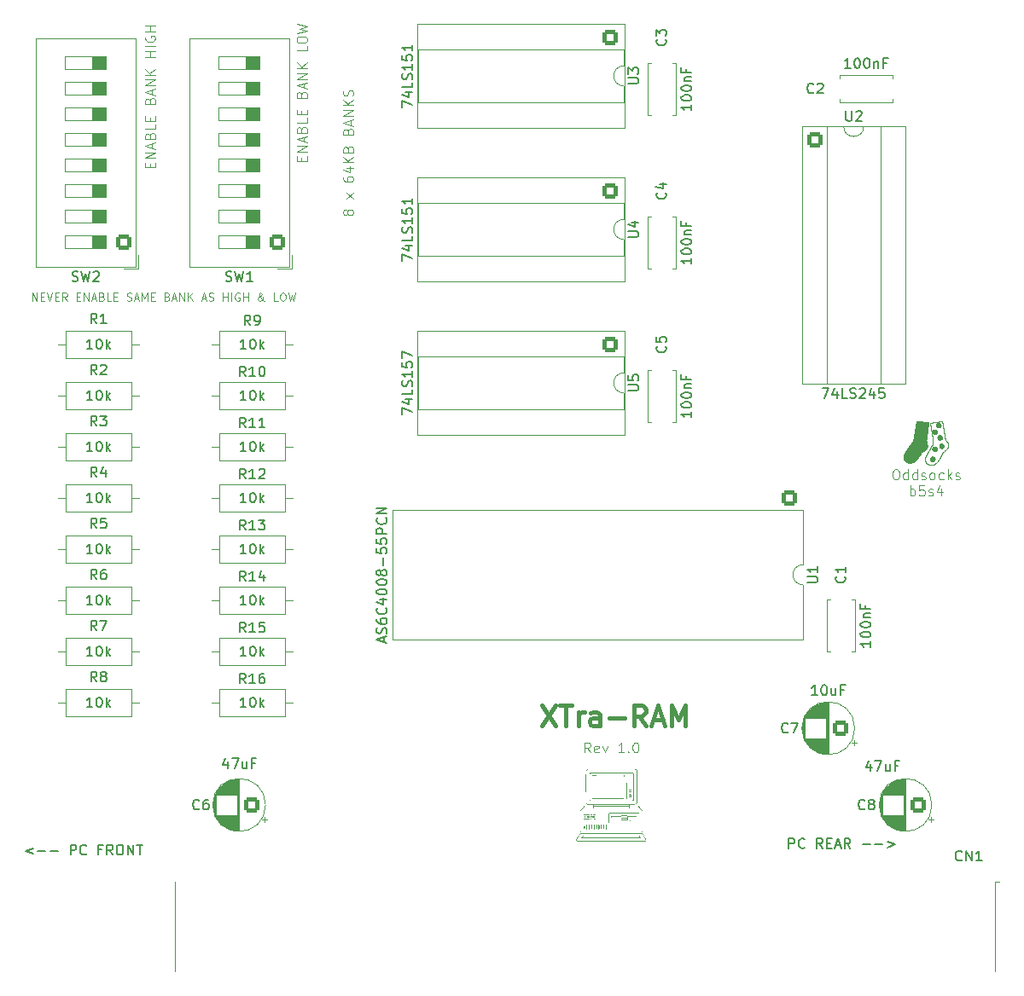
<source format=gto>
%TF.GenerationSoftware,KiCad,Pcbnew,9.0.5-1.fc42*%
%TF.CreationDate,2025-11-09T16:45:20+08:00*%
%TF.ProjectId,XTra-RAM,58547261-2d52-4414-9d2e-6b696361645f,rev?*%
%TF.SameCoordinates,Original*%
%TF.FileFunction,Legend,Top*%
%TF.FilePolarity,Positive*%
%FSLAX46Y46*%
G04 Gerber Fmt 4.6, Leading zero omitted, Abs format (unit mm)*
G04 Created by KiCad (PCBNEW 9.0.5-1.fc42) date 2025-11-09 16:45:20*
%MOMM*%
%LPD*%
G01*
G04 APERTURE LIST*
G04 Aperture macros list*
%AMRoundRect*
0 Rectangle with rounded corners*
0 $1 Rounding radius*
0 $2 $3 $4 $5 $6 $7 $8 $9 X,Y pos of 4 corners*
0 Add a 4 corners polygon primitive as box body*
4,1,4,$2,$3,$4,$5,$6,$7,$8,$9,$2,$3,0*
0 Add four circle primitives for the rounded corners*
1,1,$1+$1,$2,$3*
1,1,$1+$1,$4,$5*
1,1,$1+$1,$6,$7*
1,1,$1+$1,$8,$9*
0 Add four rect primitives between the rounded corners*
20,1,$1+$1,$2,$3,$4,$5,0*
20,1,$1+$1,$4,$5,$6,$7,0*
20,1,$1+$1,$6,$7,$8,$9,0*
20,1,$1+$1,$8,$9,$2,$3,0*%
G04 Aperture macros list end*
%ADD10C,0.000000*%
%ADD11C,0.052916*%
%ADD12C,0.005291*%
%ADD13C,0.100000*%
%ADD14C,0.400000*%
%ADD15C,0.200000*%
%ADD16C,0.150000*%
%ADD17C,0.120000*%
%ADD18RoundRect,0.250000X0.550000X0.550000X-0.550000X0.550000X-0.550000X-0.550000X0.550000X-0.550000X0*%
%ADD19C,1.600000*%
%ADD20RoundRect,0.250000X-0.550000X-0.550000X0.550000X-0.550000X0.550000X0.550000X-0.550000X0.550000X0*%
%ADD21RoundRect,0.250000X-0.550000X0.550000X-0.550000X-0.550000X0.550000X-0.550000X0.550000X0.550000X0*%
%ADD22R,1.780000X7.620000*%
G04 APERTURE END LIST*
D10*
G36*
X194566939Y-97484521D02*
G01*
X194581127Y-97485600D01*
X194595108Y-97487377D01*
X194608865Y-97489833D01*
X194622381Y-97492953D01*
X194635638Y-97496717D01*
X194648619Y-97501110D01*
X194661305Y-97506112D01*
X194673680Y-97511706D01*
X194685725Y-97517876D01*
X194697424Y-97524602D01*
X194708759Y-97531869D01*
X194719712Y-97539658D01*
X194730266Y-97547951D01*
X194740402Y-97556732D01*
X194750105Y-97565982D01*
X194759355Y-97575684D01*
X194768135Y-97585821D01*
X194776429Y-97596374D01*
X194784218Y-97607327D01*
X194791484Y-97618662D01*
X194798211Y-97630361D01*
X194804380Y-97642407D01*
X194809975Y-97654782D01*
X194814977Y-97667468D01*
X194819369Y-97680449D01*
X194823134Y-97693706D01*
X194826253Y-97707222D01*
X194828710Y-97720979D01*
X194830486Y-97734960D01*
X194831565Y-97749147D01*
X194831929Y-97763524D01*
X194831565Y-97777900D01*
X194830486Y-97792087D01*
X194828710Y-97806068D01*
X194826253Y-97819825D01*
X194823134Y-97833341D01*
X194819369Y-97846598D01*
X194814977Y-97859579D01*
X194809975Y-97872265D01*
X194804380Y-97884640D01*
X194798211Y-97896686D01*
X194791484Y-97908385D01*
X194784218Y-97919719D01*
X194776429Y-97930672D01*
X194768135Y-97941226D01*
X194759355Y-97951363D01*
X194750105Y-97961065D01*
X194740402Y-97970315D01*
X194730266Y-97979096D01*
X194719712Y-97987389D01*
X194708759Y-97995178D01*
X194697424Y-98002444D01*
X194685725Y-98009171D01*
X194673680Y-98015341D01*
X194661305Y-98020935D01*
X194648619Y-98025937D01*
X194635638Y-98030329D01*
X194622381Y-98034094D01*
X194608865Y-98037213D01*
X194595108Y-98039670D01*
X194581127Y-98041447D01*
X194566939Y-98042526D01*
X194552563Y-98042889D01*
X194538187Y-98042526D01*
X194524000Y-98041447D01*
X194510019Y-98039670D01*
X194496261Y-98037213D01*
X194482745Y-98034094D01*
X194469488Y-98030329D01*
X194456508Y-98025937D01*
X194443821Y-98020935D01*
X194431447Y-98015341D01*
X194419401Y-98009171D01*
X194407702Y-98002444D01*
X194396367Y-97995178D01*
X194385414Y-97987389D01*
X194374861Y-97979096D01*
X194364724Y-97970315D01*
X194355022Y-97961065D01*
X194345772Y-97951363D01*
X194336991Y-97941226D01*
X194328698Y-97930672D01*
X194320909Y-97919719D01*
X194313642Y-97908385D01*
X194306915Y-97896686D01*
X194300746Y-97884640D01*
X194295151Y-97872265D01*
X194290149Y-97859579D01*
X194285757Y-97846598D01*
X194281993Y-97833341D01*
X194278873Y-97819825D01*
X194276416Y-97806068D01*
X194274640Y-97792087D01*
X194273561Y-97777900D01*
X194273197Y-97763524D01*
X194273561Y-97749147D01*
X194274640Y-97734960D01*
X194276416Y-97720979D01*
X194278873Y-97707222D01*
X194281993Y-97693706D01*
X194285757Y-97680449D01*
X194290149Y-97667468D01*
X194295151Y-97654782D01*
X194300746Y-97642407D01*
X194306915Y-97630361D01*
X194313642Y-97618662D01*
X194320909Y-97607327D01*
X194328698Y-97596374D01*
X194336991Y-97585821D01*
X194345772Y-97575684D01*
X194355022Y-97565982D01*
X194364724Y-97556732D01*
X194374861Y-97547951D01*
X194385414Y-97539658D01*
X194396367Y-97531869D01*
X194407702Y-97524602D01*
X194419401Y-97517876D01*
X194431447Y-97511706D01*
X194443821Y-97506112D01*
X194456508Y-97501110D01*
X194469488Y-97496717D01*
X194482745Y-97492953D01*
X194496261Y-97489833D01*
X194510019Y-97487377D01*
X194524000Y-97485600D01*
X194538187Y-97484521D01*
X194552563Y-97484158D01*
X194566939Y-97484521D01*
G37*
G36*
X194767286Y-94786447D02*
G01*
X194781474Y-94787526D01*
X194795455Y-94789302D01*
X194809212Y-94791759D01*
X194822728Y-94794878D01*
X194835985Y-94798643D01*
X194848965Y-94803035D01*
X194861652Y-94808037D01*
X194874027Y-94813632D01*
X194886072Y-94819801D01*
X194897771Y-94826528D01*
X194909106Y-94833794D01*
X194920059Y-94841583D01*
X194930613Y-94849877D01*
X194940749Y-94858657D01*
X194950452Y-94867908D01*
X194959702Y-94877610D01*
X194968482Y-94887746D01*
X194976776Y-94898300D01*
X194984565Y-94909253D01*
X194991831Y-94920588D01*
X194998558Y-94932287D01*
X195004727Y-94944332D01*
X195010322Y-94956707D01*
X195015324Y-94969394D01*
X195019716Y-94982374D01*
X195023481Y-94995631D01*
X195026600Y-95009147D01*
X195029057Y-95022904D01*
X195030833Y-95036885D01*
X195031912Y-95051073D01*
X195032276Y-95065449D01*
X195031912Y-95079825D01*
X195030833Y-95094012D01*
X195029057Y-95107993D01*
X195026600Y-95121751D01*
X195023481Y-95135267D01*
X195019716Y-95148524D01*
X195015324Y-95161504D01*
X195010322Y-95174191D01*
X195004727Y-95186565D01*
X194998558Y-95198611D01*
X194991831Y-95210310D01*
X194984565Y-95221645D01*
X194976776Y-95232598D01*
X194968482Y-95243151D01*
X194959702Y-95253288D01*
X194950452Y-95262990D01*
X194940749Y-95272240D01*
X194930613Y-95281021D01*
X194920059Y-95289314D01*
X194909106Y-95297103D01*
X194897771Y-95304370D01*
X194886072Y-95311097D01*
X194874027Y-95317266D01*
X194861652Y-95322861D01*
X194848965Y-95327863D01*
X194835985Y-95332255D01*
X194822728Y-95336019D01*
X194809212Y-95339139D01*
X194795455Y-95341596D01*
X194781474Y-95343372D01*
X194767286Y-95344451D01*
X194752910Y-95344815D01*
X194738534Y-95344451D01*
X194724347Y-95343372D01*
X194710366Y-95341596D01*
X194696608Y-95339139D01*
X194683092Y-95336019D01*
X194669835Y-95332255D01*
X194656855Y-95327863D01*
X194644168Y-95322861D01*
X194631794Y-95317266D01*
X194619748Y-95311097D01*
X194608049Y-95304370D01*
X194596714Y-95297103D01*
X194585761Y-95289314D01*
X194575208Y-95281021D01*
X194565071Y-95272240D01*
X194555369Y-95262990D01*
X194546119Y-95253288D01*
X194537338Y-95243151D01*
X194529045Y-95232598D01*
X194521256Y-95221645D01*
X194513989Y-95210310D01*
X194507262Y-95198611D01*
X194501093Y-95186565D01*
X194495498Y-95174191D01*
X194490496Y-95161504D01*
X194486104Y-95148524D01*
X194482340Y-95135267D01*
X194479220Y-95121751D01*
X194476763Y-95107993D01*
X194474987Y-95094012D01*
X194473908Y-95079825D01*
X194473544Y-95065449D01*
X194473908Y-95051073D01*
X194474987Y-95036885D01*
X194476763Y-95022904D01*
X194479220Y-95009147D01*
X194482340Y-94995631D01*
X194486104Y-94982374D01*
X194490496Y-94969394D01*
X194495498Y-94956707D01*
X194501093Y-94944332D01*
X194507262Y-94932287D01*
X194513989Y-94920588D01*
X194521256Y-94909253D01*
X194529045Y-94898300D01*
X194537338Y-94887746D01*
X194546119Y-94877610D01*
X194555369Y-94867908D01*
X194565071Y-94858657D01*
X194575208Y-94849877D01*
X194585761Y-94841583D01*
X194596714Y-94833794D01*
X194608049Y-94826528D01*
X194619748Y-94819801D01*
X194631794Y-94813632D01*
X194644168Y-94808037D01*
X194656855Y-94803035D01*
X194669835Y-94798643D01*
X194683092Y-94794878D01*
X194696608Y-94791759D01*
X194710366Y-94789302D01*
X194724347Y-94787526D01*
X194738534Y-94786447D01*
X194752910Y-94786083D01*
X194767286Y-94786447D01*
G37*
G36*
X195461391Y-96186749D02*
G01*
X195475578Y-96187828D01*
X195489559Y-96189605D01*
X195503317Y-96192062D01*
X195516832Y-96195181D01*
X195530089Y-96198946D01*
X195543070Y-96203338D01*
X195555756Y-96208340D01*
X195568131Y-96213934D01*
X195580177Y-96220104D01*
X195591876Y-96226831D01*
X195603211Y-96234097D01*
X195614164Y-96241886D01*
X195624717Y-96250179D01*
X195634854Y-96258960D01*
X195644556Y-96268210D01*
X195653806Y-96277912D01*
X195662587Y-96288049D01*
X195670880Y-96298603D01*
X195678669Y-96309556D01*
X195685936Y-96320890D01*
X195692662Y-96332589D01*
X195698832Y-96344635D01*
X195704426Y-96357010D01*
X195709429Y-96369696D01*
X195713821Y-96382677D01*
X195717585Y-96395934D01*
X195720705Y-96409450D01*
X195723162Y-96423207D01*
X195724938Y-96437188D01*
X195726017Y-96451375D01*
X195726380Y-96465752D01*
X195726017Y-96480128D01*
X195724938Y-96494315D01*
X195723162Y-96508296D01*
X195720705Y-96522053D01*
X195717585Y-96535569D01*
X195713821Y-96548826D01*
X195709429Y-96561807D01*
X195704426Y-96574493D01*
X195698832Y-96586868D01*
X195692662Y-96598914D01*
X195685936Y-96610613D01*
X195678669Y-96621947D01*
X195670880Y-96632900D01*
X195662587Y-96643454D01*
X195653806Y-96653591D01*
X195644556Y-96663293D01*
X195634854Y-96672543D01*
X195624717Y-96681324D01*
X195614164Y-96689617D01*
X195603211Y-96697406D01*
X195591876Y-96704672D01*
X195580177Y-96711399D01*
X195568131Y-96717569D01*
X195555756Y-96723163D01*
X195543070Y-96728165D01*
X195530089Y-96732557D01*
X195516832Y-96736322D01*
X195503317Y-96739441D01*
X195489559Y-96741898D01*
X195475578Y-96743675D01*
X195461391Y-96744754D01*
X195447015Y-96745117D01*
X195432638Y-96744754D01*
X195418451Y-96743675D01*
X195404470Y-96741898D01*
X195390713Y-96739441D01*
X195377197Y-96736322D01*
X195363940Y-96732557D01*
X195350959Y-96728165D01*
X195338273Y-96723163D01*
X195325898Y-96717569D01*
X195313852Y-96711399D01*
X195302153Y-96704672D01*
X195290819Y-96697406D01*
X195279866Y-96689617D01*
X195269312Y-96681324D01*
X195259176Y-96672543D01*
X195249473Y-96663293D01*
X195240223Y-96653591D01*
X195231443Y-96643454D01*
X195223149Y-96632900D01*
X195215360Y-96621947D01*
X195208094Y-96610613D01*
X195201367Y-96598914D01*
X195195198Y-96586868D01*
X195189603Y-96574493D01*
X195184601Y-96561807D01*
X195180209Y-96548826D01*
X195176444Y-96535569D01*
X195173325Y-96522053D01*
X195170868Y-96508296D01*
X195169091Y-96494315D01*
X195168013Y-96480128D01*
X195167649Y-96465752D01*
X195168013Y-96451375D01*
X195169091Y-96437188D01*
X195170868Y-96423207D01*
X195173325Y-96409450D01*
X195176444Y-96395934D01*
X195180209Y-96382677D01*
X195184601Y-96369696D01*
X195189603Y-96357010D01*
X195195198Y-96344635D01*
X195201367Y-96332589D01*
X195208094Y-96320890D01*
X195215360Y-96309556D01*
X195223149Y-96298603D01*
X195231443Y-96288049D01*
X195240223Y-96277912D01*
X195249473Y-96268210D01*
X195259176Y-96258960D01*
X195269312Y-96250179D01*
X195279866Y-96241886D01*
X195290819Y-96234097D01*
X195302153Y-96226831D01*
X195313852Y-96220104D01*
X195325898Y-96213934D01*
X195338273Y-96208340D01*
X195350959Y-96203338D01*
X195363940Y-96198946D01*
X195377197Y-96195181D01*
X195390713Y-96192062D01*
X195404470Y-96189605D01*
X195418451Y-96187828D01*
X195432638Y-96186749D01*
X195447015Y-96186386D01*
X195461391Y-96186749D01*
G37*
G36*
X194774783Y-96482464D02*
G01*
X194788970Y-96483543D01*
X194802952Y-96485319D01*
X194816709Y-96487776D01*
X194830225Y-96490896D01*
X194843482Y-96494660D01*
X194856462Y-96499052D01*
X194869149Y-96504054D01*
X194881523Y-96509649D01*
X194893569Y-96515818D01*
X194905268Y-96522545D01*
X194916603Y-96529812D01*
X194927556Y-96537601D01*
X194938109Y-96545894D01*
X194948246Y-96554675D01*
X194957948Y-96563925D01*
X194967198Y-96573627D01*
X194975979Y-96583764D01*
X194984272Y-96594317D01*
X194992061Y-96605270D01*
X194999328Y-96616605D01*
X195006055Y-96628304D01*
X195012224Y-96640350D01*
X195017819Y-96652724D01*
X195022821Y-96665411D01*
X195027213Y-96678391D01*
X195030977Y-96691648D01*
X195034097Y-96705164D01*
X195036554Y-96718921D01*
X195038330Y-96732903D01*
X195039409Y-96747090D01*
X195039772Y-96761466D01*
X195039409Y-96775842D01*
X195038330Y-96790030D01*
X195036554Y-96804011D01*
X195034097Y-96817768D01*
X195030977Y-96831284D01*
X195027213Y-96844541D01*
X195022821Y-96857521D01*
X195017819Y-96870208D01*
X195012224Y-96882583D01*
X195006055Y-96894628D01*
X194999328Y-96906327D01*
X194992061Y-96917662D01*
X194984272Y-96928615D01*
X194975979Y-96939169D01*
X194967198Y-96949305D01*
X194957948Y-96959007D01*
X194948246Y-96968258D01*
X194938109Y-96977038D01*
X194927556Y-96985332D01*
X194916603Y-96993120D01*
X194905268Y-97000387D01*
X194893569Y-97007114D01*
X194881523Y-97013283D01*
X194869149Y-97018878D01*
X194856462Y-97023880D01*
X194843482Y-97028272D01*
X194830225Y-97032037D01*
X194816709Y-97035156D01*
X194802952Y-97037613D01*
X194788970Y-97039390D01*
X194774783Y-97040468D01*
X194760407Y-97040832D01*
X194746031Y-97040468D01*
X194731843Y-97039390D01*
X194717862Y-97037613D01*
X194704105Y-97035156D01*
X194690589Y-97032037D01*
X194677332Y-97028272D01*
X194664352Y-97023880D01*
X194651665Y-97018878D01*
X194639290Y-97013283D01*
X194627245Y-97007114D01*
X194615546Y-97000387D01*
X194604211Y-96993120D01*
X194593258Y-96985332D01*
X194582704Y-96977038D01*
X194572568Y-96968258D01*
X194562865Y-96959007D01*
X194553615Y-96949305D01*
X194544835Y-96939169D01*
X194536541Y-96928615D01*
X194528752Y-96917662D01*
X194521486Y-96906327D01*
X194514759Y-96894628D01*
X194508590Y-96882583D01*
X194502995Y-96870208D01*
X194497993Y-96857521D01*
X194493601Y-96844541D01*
X194489836Y-96831284D01*
X194486717Y-96817768D01*
X194484260Y-96804011D01*
X194482483Y-96790030D01*
X194481405Y-96775842D01*
X194481041Y-96761466D01*
X194481405Y-96747090D01*
X194482483Y-96732903D01*
X194484260Y-96718921D01*
X194486717Y-96705164D01*
X194489836Y-96691648D01*
X194493601Y-96678391D01*
X194497993Y-96665411D01*
X194502995Y-96652724D01*
X194508590Y-96640350D01*
X194514759Y-96628304D01*
X194521486Y-96616605D01*
X194528752Y-96605270D01*
X194536541Y-96594317D01*
X194544835Y-96583764D01*
X194553615Y-96573627D01*
X194562865Y-96563925D01*
X194572568Y-96554675D01*
X194582704Y-96545894D01*
X194593258Y-96537601D01*
X194604211Y-96529812D01*
X194615546Y-96522545D01*
X194627245Y-96515818D01*
X194639290Y-96509649D01*
X194651665Y-96504054D01*
X194664352Y-96499052D01*
X194677332Y-96494660D01*
X194690589Y-96490896D01*
X194704105Y-96487776D01*
X194717862Y-96485319D01*
X194731843Y-96483543D01*
X194746031Y-96482464D01*
X194760407Y-96482100D01*
X194774783Y-96482464D01*
G37*
G36*
X195161178Y-94138874D02*
G01*
X195175365Y-94139953D01*
X195189346Y-94141730D01*
X195203103Y-94144187D01*
X195216619Y-94147306D01*
X195229876Y-94151071D01*
X195242857Y-94155463D01*
X195255543Y-94160465D01*
X195267918Y-94166059D01*
X195279964Y-94172229D01*
X195291663Y-94178956D01*
X195302997Y-94186222D01*
X195313950Y-94194011D01*
X195324504Y-94202304D01*
X195334641Y-94211085D01*
X195344343Y-94220335D01*
X195353593Y-94230037D01*
X195362374Y-94240174D01*
X195370667Y-94250728D01*
X195378456Y-94261681D01*
X195385722Y-94273015D01*
X195392449Y-94284714D01*
X195398619Y-94296760D01*
X195404213Y-94309135D01*
X195409215Y-94321821D01*
X195413607Y-94334802D01*
X195417372Y-94348059D01*
X195420491Y-94361575D01*
X195422948Y-94375332D01*
X195424725Y-94389313D01*
X195425804Y-94403500D01*
X195426167Y-94417877D01*
X195425804Y-94432253D01*
X195424725Y-94446440D01*
X195422948Y-94460421D01*
X195420491Y-94474179D01*
X195417372Y-94487694D01*
X195413607Y-94500951D01*
X195409215Y-94513932D01*
X195404213Y-94526618D01*
X195398619Y-94538993D01*
X195392449Y-94551039D01*
X195385722Y-94562738D01*
X195378456Y-94574073D01*
X195370667Y-94585026D01*
X195362374Y-94595579D01*
X195353593Y-94605716D01*
X195344343Y-94615418D01*
X195334641Y-94624668D01*
X195324504Y-94633449D01*
X195313950Y-94641742D01*
X195302997Y-94649531D01*
X195291663Y-94656798D01*
X195279964Y-94663524D01*
X195267918Y-94669694D01*
X195255543Y-94675288D01*
X195242857Y-94680290D01*
X195229876Y-94684683D01*
X195216619Y-94688447D01*
X195203103Y-94691567D01*
X195189346Y-94694023D01*
X195175365Y-94695800D01*
X195161178Y-94696879D01*
X195146802Y-94697242D01*
X195132425Y-94696879D01*
X195118238Y-94695800D01*
X195104257Y-94694023D01*
X195090500Y-94691567D01*
X195076984Y-94688447D01*
X195063727Y-94684683D01*
X195050746Y-94680290D01*
X195038060Y-94675288D01*
X195025685Y-94669694D01*
X195013639Y-94663524D01*
X195001940Y-94656798D01*
X194990605Y-94649531D01*
X194979653Y-94641742D01*
X194969099Y-94633449D01*
X194958962Y-94624668D01*
X194949260Y-94615418D01*
X194940010Y-94605716D01*
X194931229Y-94595579D01*
X194922936Y-94585026D01*
X194915147Y-94574073D01*
X194907880Y-94562738D01*
X194901154Y-94551039D01*
X194894984Y-94538993D01*
X194889390Y-94526618D01*
X194884388Y-94513932D01*
X194879995Y-94500951D01*
X194876231Y-94487694D01*
X194873111Y-94474179D01*
X194870655Y-94460421D01*
X194868878Y-94446440D01*
X194867799Y-94432253D01*
X194867436Y-94417877D01*
X194867799Y-94403500D01*
X194868878Y-94389313D01*
X194870655Y-94375332D01*
X194873111Y-94361575D01*
X194876231Y-94348059D01*
X194879995Y-94334802D01*
X194884388Y-94321821D01*
X194889390Y-94309135D01*
X194894984Y-94296760D01*
X194901154Y-94284714D01*
X194907880Y-94273015D01*
X194915147Y-94261681D01*
X194922936Y-94250728D01*
X194931229Y-94240174D01*
X194940010Y-94230037D01*
X194949260Y-94220335D01*
X194958962Y-94211085D01*
X194969099Y-94202304D01*
X194979653Y-94194011D01*
X194990605Y-94186222D01*
X195001940Y-94178956D01*
X195013639Y-94172229D01*
X195025685Y-94166059D01*
X195038060Y-94160465D01*
X195050746Y-94155463D01*
X195063727Y-94151071D01*
X195076984Y-94147306D01*
X195090500Y-94144187D01*
X195104257Y-94141730D01*
X195118238Y-94139953D01*
X195132425Y-94138874D01*
X195146802Y-94138511D01*
X195161178Y-94138874D01*
G37*
D11*
X195442417Y-93995875D02*
X195453000Y-93995875D01*
X195458291Y-94001167D01*
X195463583Y-94001167D01*
X195484750Y-94022334D01*
X195484750Y-94032917D01*
X195490041Y-94038209D01*
X195490041Y-94048792D01*
X195495333Y-94054084D01*
X195495333Y-94085834D01*
X195500625Y-94091125D01*
X195500625Y-94117584D01*
X195505917Y-94122875D01*
X195505917Y-94154625D01*
X195511208Y-94159917D01*
X195511208Y-94186375D01*
X195516500Y-94191667D01*
X195516500Y-94218125D01*
X195521792Y-94223417D01*
X195521792Y-94249875D01*
X195527083Y-94255167D01*
X195527083Y-94286917D01*
X195532375Y-94292209D01*
X195532375Y-94318667D01*
X195537666Y-94323959D01*
X195537666Y-94355709D01*
X195542958Y-94361000D01*
X195542958Y-94387459D01*
X195548250Y-94392750D01*
X195548250Y-94419209D01*
X195553541Y-94424500D01*
X195553541Y-94450959D01*
X195558833Y-94456250D01*
X195558833Y-94482709D01*
X195564125Y-94488000D01*
X195564125Y-94514459D01*
X195569416Y-94519750D01*
X195569416Y-94546209D01*
X195574708Y-94551500D01*
X195574708Y-94583250D01*
X195580000Y-94588542D01*
X195580000Y-94615000D01*
X195585292Y-94620292D01*
X195585292Y-94657334D01*
X195590583Y-94662625D01*
X195590583Y-94694375D01*
X195595875Y-94699667D01*
X195595875Y-94731417D01*
X195601167Y-94736709D01*
X195601167Y-94763167D01*
X195606458Y-94768459D01*
X195606458Y-94794917D01*
X195611750Y-94800209D01*
X195611750Y-94831959D01*
X195617041Y-94837250D01*
X195617041Y-94869000D01*
X195622333Y-94874292D01*
X195622333Y-94900750D01*
X195627625Y-94906042D01*
X195627625Y-94927209D01*
X195632916Y-94932500D01*
X195632916Y-94953667D01*
X195638208Y-94958959D01*
X195638208Y-94985417D01*
X195643500Y-94990709D01*
X195643500Y-95017167D01*
X195648791Y-95022459D01*
X195648791Y-95048917D01*
X195654083Y-95054209D01*
X195654083Y-95085959D01*
X195659375Y-95091250D01*
X195659375Y-95123000D01*
X195664667Y-95128292D01*
X195664667Y-95149459D01*
X195669958Y-95154750D01*
X195669958Y-95186500D01*
X195675250Y-95191792D01*
X195675250Y-95228834D01*
X195680542Y-95234125D01*
X195680542Y-95260584D01*
X195685833Y-95265875D01*
X195685833Y-95302917D01*
X195691125Y-95308209D01*
X195691125Y-95339959D01*
X195696416Y-95345250D01*
X195696416Y-95377000D01*
X195701708Y-95382292D01*
X195701708Y-95414042D01*
X195707000Y-95419334D01*
X195707000Y-95445792D01*
X195712291Y-95451084D01*
X195712291Y-95472250D01*
X195717583Y-95477542D01*
X195717583Y-95498709D01*
X195722875Y-95504000D01*
X195722875Y-95519875D01*
X195728166Y-95525167D01*
X195728166Y-95541042D01*
X195733458Y-95546334D01*
X195733458Y-95562209D01*
X195738750Y-95567500D01*
X195738750Y-95583375D01*
X195744042Y-95588667D01*
X195744042Y-95609834D01*
X195749333Y-95615125D01*
X195749333Y-95631000D01*
X195754625Y-95636292D01*
X195754625Y-95652167D01*
X195759917Y-95657459D01*
X195759917Y-95673334D01*
X195765208Y-95678625D01*
X195765208Y-95699792D01*
X195770500Y-95705084D01*
X195770500Y-95720959D01*
X195775791Y-95726250D01*
X195775791Y-95736834D01*
X195781083Y-95742125D01*
X195781083Y-95752709D01*
X195786375Y-95758000D01*
X195786375Y-95763292D01*
X195791666Y-95768584D01*
X195786375Y-95773875D01*
X195796958Y-95784459D01*
X195796958Y-95789750D01*
X195802250Y-95795042D01*
X195802250Y-95805625D01*
X195807541Y-95810917D01*
X195807541Y-95816209D01*
X195812833Y-95821500D01*
X195812833Y-95826792D01*
X195818125Y-95832084D01*
X195818125Y-95837375D01*
X195823417Y-95842667D01*
X195823417Y-95853250D01*
X195828708Y-95858542D01*
X195828708Y-95863834D01*
X195834000Y-95869125D01*
X195834000Y-95874417D01*
X195839292Y-95879709D01*
X195839292Y-95885000D01*
X195844583Y-95890292D01*
X195844583Y-95895584D01*
X195855166Y-95906167D01*
X195855166Y-95911459D01*
X195865750Y-95922042D01*
X195865750Y-95927333D01*
X195876333Y-95937917D01*
X195876333Y-95943209D01*
X195886916Y-95953792D01*
X195886916Y-95959084D01*
X195902792Y-95974959D01*
X195902792Y-95980250D01*
X195913375Y-95990834D01*
X195913375Y-95996125D01*
X195929250Y-96012000D01*
X195929250Y-96017292D01*
X195939833Y-96027875D01*
X195939833Y-96033167D01*
X195950416Y-96043750D01*
X195950416Y-96049042D01*
X195966291Y-96064917D01*
X195966291Y-96070209D01*
X195976875Y-96080792D01*
X195976875Y-96086083D01*
X195992750Y-96101959D01*
X195992750Y-96107250D01*
X196003333Y-96117834D01*
X196003333Y-96123125D01*
X196013916Y-96133709D01*
X196013916Y-96139000D01*
X196024500Y-96149584D01*
X196024500Y-96154875D01*
X196029791Y-96160167D01*
X196029791Y-96165458D01*
X196035083Y-96170750D01*
X196035083Y-96176042D01*
X196045666Y-96186625D01*
X196045666Y-96197209D01*
X196050958Y-96202500D01*
X196050958Y-96207792D01*
X196056250Y-96213084D01*
X196056250Y-96218375D01*
X196061542Y-96223667D01*
X196061542Y-96228958D01*
X196066833Y-96234250D01*
X196066833Y-96244834D01*
X196072125Y-96250125D01*
X196072125Y-96260709D01*
X196077417Y-96266000D01*
X196077417Y-96281875D01*
X196082708Y-96287167D01*
X196082708Y-96303042D01*
X196088000Y-96308333D01*
X196088000Y-96345375D01*
X196093291Y-96350667D01*
X196093291Y-96408875D01*
X196088000Y-96414167D01*
X196088000Y-96451208D01*
X196082708Y-96456500D01*
X196082708Y-96477667D01*
X196077417Y-96482959D01*
X196077417Y-96498834D01*
X196072125Y-96504125D01*
X196072125Y-96514709D01*
X196066833Y-96520000D01*
X196066833Y-96530583D01*
X196061542Y-96535875D01*
X196061542Y-96541167D01*
X196056250Y-96546458D01*
X196056250Y-96557042D01*
X196050958Y-96562334D01*
X196050958Y-96567625D01*
X196045666Y-96572917D01*
X196045666Y-96578209D01*
X196040375Y-96583500D01*
X196040375Y-96588792D01*
X196035083Y-96594084D01*
X196035083Y-96599375D01*
X196029791Y-96604667D01*
X196029791Y-96609958D01*
X196019208Y-96620542D01*
X196019208Y-96625833D01*
X196008625Y-96636417D01*
X196008625Y-96641709D01*
X195998042Y-96652292D01*
X195998042Y-96657584D01*
X195982167Y-96673459D01*
X195982167Y-96678750D01*
X195881625Y-96779292D01*
X195876333Y-96779292D01*
X195855166Y-96800459D01*
X195849875Y-96800459D01*
X195828708Y-96821625D01*
X195823417Y-96821625D01*
X195807541Y-96837500D01*
X195802250Y-96837500D01*
X195786375Y-96853375D01*
X195781083Y-96853375D01*
X195770500Y-96863958D01*
X195765208Y-96863958D01*
X195733458Y-96895709D01*
X195728166Y-96895709D01*
X195712291Y-96911584D01*
X195707000Y-96911584D01*
X195617041Y-97001542D01*
X195617041Y-97006833D01*
X195590583Y-97033292D01*
X195590583Y-97038584D01*
X195564125Y-97065042D01*
X195564125Y-97070334D01*
X195542958Y-97091500D01*
X195542958Y-97096792D01*
X195527083Y-97112667D01*
X195527083Y-97117959D01*
X195511208Y-97133834D01*
X195511208Y-97139125D01*
X195495333Y-97155000D01*
X195495333Y-97160292D01*
X195484750Y-97170875D01*
X195484750Y-97176167D01*
X195474166Y-97186750D01*
X195474166Y-97192042D01*
X195463583Y-97202625D01*
X195463583Y-97207917D01*
X195458291Y-97213209D01*
X195458291Y-97218500D01*
X195447708Y-97229084D01*
X195447708Y-97234375D01*
X195442417Y-97239667D01*
X195442417Y-97244958D01*
X195437125Y-97250250D01*
X195437125Y-97255542D01*
X195426542Y-97266125D01*
X195426542Y-97271417D01*
X195421250Y-97276709D01*
X195421250Y-97282000D01*
X195410666Y-97292584D01*
X195410666Y-97297875D01*
X195405375Y-97303167D01*
X195405375Y-97308459D01*
X195400083Y-97313750D01*
X195400083Y-97319042D01*
X195389500Y-97329625D01*
X195389500Y-97334917D01*
X195384208Y-97340208D01*
X195384208Y-97345500D01*
X195378916Y-97350792D01*
X195378916Y-97356083D01*
X195373625Y-97361375D01*
X195373625Y-97366667D01*
X195368333Y-97371959D01*
X195368333Y-97377250D01*
X195357750Y-97387834D01*
X195357750Y-97393125D01*
X195352458Y-97398417D01*
X195352458Y-97403708D01*
X195347167Y-97409000D01*
X195347167Y-97414292D01*
X195341875Y-97419583D01*
X195341875Y-97424875D01*
X195331291Y-97435458D01*
X195331291Y-97440750D01*
X195326000Y-97446042D01*
X195326000Y-97451334D01*
X195320708Y-97456625D01*
X195320708Y-97461917D01*
X195315416Y-97467209D01*
X195315416Y-97472500D01*
X195310125Y-97477792D01*
X195310125Y-97483083D01*
X195299541Y-97493667D01*
X195299541Y-97498958D01*
X195294250Y-97504250D01*
X195294250Y-97509542D01*
X195288958Y-97514833D01*
X195288958Y-97520125D01*
X195283667Y-97525417D01*
X195283667Y-97530709D01*
X195278375Y-97536000D01*
X195278375Y-97541292D01*
X195273083Y-97546584D01*
X195273083Y-97551875D01*
X195262500Y-97562458D01*
X195262500Y-97567750D01*
X195257208Y-97573042D01*
X195257208Y-97578333D01*
X195251917Y-97583625D01*
X195251917Y-97588917D01*
X195246625Y-97594208D01*
X195246625Y-97599500D01*
X195241333Y-97604792D01*
X195241333Y-97610084D01*
X195236041Y-97615375D01*
X195236041Y-97620667D01*
X195225458Y-97631250D01*
X195225458Y-97641833D01*
X195214875Y-97652417D01*
X195214875Y-97657708D01*
X195209583Y-97663000D01*
X195209583Y-97668292D01*
X195204292Y-97673583D01*
X195204292Y-97678875D01*
X195199000Y-97684167D01*
X195199000Y-97689459D01*
X195193708Y-97694750D01*
X195193708Y-97700042D01*
X195188417Y-97705334D01*
X195188417Y-97710625D01*
X195183125Y-97715917D01*
X195183125Y-97721208D01*
X195177833Y-97726500D01*
X195177833Y-97731792D01*
X195167250Y-97742375D01*
X195167250Y-97747667D01*
X195161958Y-97752958D01*
X195161958Y-97758250D01*
X195156666Y-97763542D01*
X195156666Y-97768834D01*
X195151375Y-97774125D01*
X195151375Y-97779417D01*
X195146083Y-97784709D01*
X195146083Y-97790000D01*
X195135500Y-97800583D01*
X195135500Y-97805875D01*
X195130208Y-97811167D01*
X195130208Y-97816458D01*
X195124917Y-97821750D01*
X195124917Y-97827042D01*
X195114333Y-97837625D01*
X195114333Y-97842917D01*
X195109042Y-97848209D01*
X195109042Y-97853500D01*
X195098458Y-97864084D01*
X195098458Y-97869375D01*
X195087875Y-97879958D01*
X195087875Y-97885250D01*
X195082583Y-97890542D01*
X195082583Y-97895833D01*
X195072000Y-97906417D01*
X195072000Y-97911708D01*
X195061416Y-97922292D01*
X195061416Y-97927584D01*
X195045542Y-97943459D01*
X195045542Y-97948750D01*
X195029667Y-97964625D01*
X195029667Y-97969917D01*
X195008500Y-97991083D01*
X195008500Y-97996375D01*
X194939708Y-98065167D01*
X194934417Y-98065167D01*
X194892083Y-98107500D01*
X194886792Y-98107500D01*
X194865625Y-98128667D01*
X194860333Y-98128667D01*
X194844458Y-98144542D01*
X194839166Y-98144542D01*
X194823291Y-98160417D01*
X194818000Y-98160417D01*
X194802125Y-98176292D01*
X194796833Y-98176292D01*
X194786250Y-98186875D01*
X194780958Y-98186875D01*
X194770375Y-98197458D01*
X194765083Y-98197458D01*
X194754500Y-98208042D01*
X194749208Y-98208042D01*
X194738625Y-98218625D01*
X194733333Y-98218625D01*
X194722750Y-98229208D01*
X194717458Y-98229208D01*
X194712167Y-98234500D01*
X194706875Y-98234500D01*
X194701583Y-98239792D01*
X194696292Y-98239792D01*
X194691000Y-98245084D01*
X194685708Y-98245084D01*
X194680416Y-98250375D01*
X194675125Y-98250375D01*
X194669833Y-98255667D01*
X194664541Y-98255667D01*
X194659250Y-98260959D01*
X194653958Y-98260959D01*
X194648667Y-98266250D01*
X194643375Y-98266250D01*
X194638083Y-98271542D01*
X194627500Y-98271542D01*
X194622208Y-98276833D01*
X194616917Y-98276833D01*
X194611625Y-98282125D01*
X194601041Y-98282125D01*
X194595750Y-98287417D01*
X194585166Y-98287417D01*
X194579875Y-98292708D01*
X194569292Y-98292708D01*
X194564000Y-98298000D01*
X194548125Y-98298000D01*
X194542833Y-98303292D01*
X194526958Y-98303292D01*
X194521666Y-98308583D01*
X194505791Y-98308583D01*
X194500500Y-98313875D01*
X194479333Y-98313875D01*
X194474042Y-98319167D01*
X194442291Y-98319167D01*
X194437000Y-98324459D01*
X194378792Y-98324459D01*
X194373500Y-98329750D01*
X194336458Y-98329750D01*
X194331167Y-98324459D01*
X194272958Y-98324459D01*
X194267666Y-98319167D01*
X194246500Y-98319167D01*
X194241208Y-98313875D01*
X194220042Y-98313875D01*
X194214750Y-98308583D01*
X194198875Y-98308583D01*
X194193583Y-98303292D01*
X194183000Y-98303292D01*
X194177708Y-98298000D01*
X194167125Y-98298000D01*
X194161833Y-98292708D01*
X194151250Y-98292708D01*
X194145958Y-98287417D01*
X194140666Y-98287417D01*
X194135375Y-98282125D01*
X194130083Y-98282125D01*
X194124792Y-98276833D01*
X194119500Y-98276833D01*
X194114208Y-98271542D01*
X194108917Y-98271542D01*
X194103625Y-98266250D01*
X194098333Y-98266250D01*
X194093042Y-98260959D01*
X194087750Y-98260959D01*
X194082458Y-98255667D01*
X194077167Y-98255667D01*
X194071875Y-98250375D01*
X194066583Y-98250375D01*
X194061291Y-98245084D01*
X194056000Y-98245084D01*
X194045417Y-98234500D01*
X194040125Y-98234500D01*
X194029542Y-98223917D01*
X194024250Y-98223917D01*
X194013667Y-98213333D01*
X194008375Y-98213333D01*
X193992500Y-98197458D01*
X193987208Y-98197458D01*
X193966042Y-98176292D01*
X193960750Y-98176292D01*
X193918417Y-98133958D01*
X193918417Y-98128667D01*
X193891958Y-98102209D01*
X193891958Y-98096917D01*
X193876083Y-98081042D01*
X193876083Y-98075750D01*
X193865500Y-98065167D01*
X193865500Y-98059875D01*
X193854917Y-98049292D01*
X193854917Y-98044000D01*
X193849625Y-98038708D01*
X193849625Y-98033417D01*
X193844333Y-98028125D01*
X193844333Y-98022834D01*
X193839042Y-98017542D01*
X193839042Y-98012250D01*
X193833750Y-98006959D01*
X193833750Y-98001667D01*
X193828458Y-97996375D01*
X193828458Y-97991083D01*
X193823167Y-97985792D01*
X193823167Y-97980500D01*
X193817875Y-97975208D01*
X193817875Y-97964625D01*
X193812583Y-97959333D01*
X193812583Y-97954042D01*
X193807292Y-97948750D01*
X193807292Y-97938167D01*
X193802000Y-97932875D01*
X193802000Y-97922292D01*
X193796708Y-97917000D01*
X193796708Y-97901125D01*
X193791417Y-97895833D01*
X193791417Y-97879958D01*
X193786125Y-97874667D01*
X193786125Y-97853500D01*
X193780833Y-97848209D01*
X193780833Y-97816458D01*
X193775542Y-97811167D01*
X193775542Y-97684167D01*
X193780833Y-97678875D01*
X193780833Y-97647125D01*
X193786125Y-97641833D01*
X193786125Y-97620667D01*
X193791417Y-97615375D01*
X193791417Y-97599500D01*
X193796708Y-97594208D01*
X193796708Y-97578333D01*
X193802000Y-97573042D01*
X193802000Y-97562458D01*
X193807292Y-97557167D01*
X193807292Y-97541292D01*
X193812583Y-97536000D01*
X193812583Y-97530709D01*
X193817875Y-97525417D01*
X193817875Y-97514833D01*
X193823167Y-97509542D01*
X193823167Y-97498958D01*
X193828458Y-97493667D01*
X193828458Y-97483083D01*
X193833750Y-97477792D01*
X193833750Y-97467209D01*
X193839042Y-97461917D01*
X193839042Y-97456625D01*
X193844333Y-97451334D01*
X193844333Y-97446042D01*
X193849625Y-97440750D01*
X193849625Y-97430167D01*
X193854917Y-97424875D01*
X193854917Y-97419583D01*
X193860208Y-97414292D01*
X193860208Y-97409000D01*
X193865500Y-97403708D01*
X193865500Y-97398417D01*
X193870792Y-97393125D01*
X193870792Y-97382542D01*
X193876083Y-97377250D01*
X193876083Y-97371959D01*
X193881375Y-97366667D01*
X193881375Y-97361375D01*
X193886667Y-97356083D01*
X193886667Y-97350792D01*
X193891958Y-97345500D01*
X193891958Y-97340208D01*
X193902541Y-97329625D01*
X193902541Y-97324333D01*
X193907833Y-97319042D01*
X193907833Y-97313750D01*
X193913125Y-97308459D01*
X193913125Y-97303167D01*
X193918417Y-97297875D01*
X193918417Y-97292584D01*
X193923708Y-97287292D01*
X193923708Y-97282000D01*
X193929000Y-97276709D01*
X193929000Y-97271417D01*
X193934292Y-97266125D01*
X193934292Y-97260833D01*
X193939583Y-97255542D01*
X193939583Y-97250250D01*
X193950167Y-97239667D01*
X193950167Y-97229084D01*
X193960750Y-97218500D01*
X193960750Y-97213209D01*
X193966042Y-97207917D01*
X193966042Y-97202625D01*
X193971333Y-97197334D01*
X193971333Y-97192042D01*
X193981916Y-97181458D01*
X193981916Y-97176167D01*
X193987208Y-97170875D01*
X193987208Y-97165583D01*
X193992500Y-97160292D01*
X193992500Y-97155000D01*
X193997792Y-97149709D01*
X193997792Y-97144417D01*
X194008375Y-97133834D01*
X194008375Y-97128542D01*
X194018958Y-97117959D01*
X194018958Y-97112667D01*
X194024250Y-97107375D01*
X194024250Y-97102083D01*
X194034833Y-97091500D01*
X194034833Y-97086208D01*
X194040125Y-97080917D01*
X194040125Y-97075625D01*
X194050708Y-97065042D01*
X194050708Y-97059750D01*
X194056000Y-97054459D01*
X194056000Y-97049167D01*
X194066583Y-97038584D01*
X194066583Y-97033292D01*
X194071875Y-97028000D01*
X194071875Y-97022708D01*
X194077167Y-97017417D01*
X194077167Y-97012125D01*
X194087750Y-97001542D01*
X194087750Y-96996250D01*
X194093042Y-96990959D01*
X194093042Y-96985667D01*
X194103625Y-96975084D01*
X194103625Y-96969792D01*
X194108917Y-96964500D01*
X194108917Y-96959209D01*
X194119500Y-96948625D01*
X194119500Y-96943333D01*
X194124792Y-96938042D01*
X194124792Y-96932750D01*
X194135375Y-96922167D01*
X194135375Y-96916875D01*
X194140666Y-96911584D01*
X194140666Y-96906292D01*
X194151250Y-96895709D01*
X194151250Y-96890417D01*
X194156542Y-96885125D01*
X194156542Y-96879834D01*
X194161833Y-96874542D01*
X194161833Y-96869250D01*
X194172417Y-96858667D01*
X194172417Y-96853375D01*
X194183000Y-96842792D01*
X194183000Y-96837500D01*
X194193583Y-96826917D01*
X194193583Y-96816334D01*
X194204166Y-96805750D01*
X194204166Y-96800459D01*
X194209458Y-96795167D01*
X194209458Y-96789875D01*
X194220042Y-96779292D01*
X194220042Y-96774000D01*
X194225333Y-96768708D01*
X194225333Y-96763417D01*
X194230625Y-96758125D01*
X194230625Y-96752834D01*
X194235917Y-96747542D01*
X194235917Y-96742250D01*
X194246500Y-96731667D01*
X194246500Y-96726375D01*
X194251792Y-96721084D01*
X194251792Y-96715792D01*
X194257083Y-96710500D01*
X194257083Y-96705208D01*
X194267666Y-96694625D01*
X194267666Y-96689333D01*
X194272958Y-96684042D01*
X194272958Y-96678750D01*
X194278250Y-96673459D01*
X194278250Y-96668167D01*
X194288833Y-96657584D01*
X194288833Y-96652292D01*
X194294125Y-96647000D01*
X194294125Y-96641709D01*
X194299417Y-96636417D01*
X194299417Y-96631125D01*
X194310000Y-96620542D01*
X194310000Y-96615250D01*
X194315292Y-96609958D01*
X194315292Y-96604667D01*
X194320583Y-96599375D01*
X194320583Y-96594084D01*
X194331167Y-96583500D01*
X194331167Y-96578209D01*
X194336458Y-96572917D01*
X194336458Y-96567625D01*
X194341750Y-96562334D01*
X194341750Y-96557042D01*
X194352333Y-96546458D01*
X194352333Y-96541167D01*
X194357625Y-96535875D01*
X194357625Y-96530583D01*
X194368208Y-96520000D01*
X194368208Y-96514709D01*
X194373500Y-96509417D01*
X194373500Y-96504125D01*
X194378792Y-96498834D01*
X194378792Y-96493542D01*
X194389375Y-96482959D01*
X194389375Y-96477667D01*
X194394667Y-96472375D01*
X194394667Y-96467083D01*
X194405250Y-96456500D01*
X194405250Y-96451208D01*
X194415833Y-96440625D01*
X194415833Y-96435334D01*
X194421125Y-96430042D01*
X194421125Y-96424750D01*
X194431708Y-96414167D01*
X194431708Y-96408875D01*
X194437000Y-96403584D01*
X194437000Y-96398292D01*
X194447583Y-96387708D01*
X194447583Y-96382417D01*
X194452875Y-96377125D01*
X194452875Y-96371833D01*
X194468750Y-96355959D01*
X194468750Y-96345375D01*
X194474042Y-96340084D01*
X194474042Y-96334792D01*
X194484625Y-96324209D01*
X194484625Y-96318917D01*
X194489917Y-96313625D01*
X194489917Y-96308333D01*
X194495208Y-96303042D01*
X194495208Y-96292458D01*
X194500500Y-96287167D01*
X194500500Y-96276584D01*
X194505791Y-96271292D01*
X194505791Y-96260709D01*
X194511083Y-96255417D01*
X194511083Y-96244834D01*
X194516375Y-96239542D01*
X194516375Y-96228958D01*
X194521666Y-96223667D01*
X194521666Y-96213084D01*
X194526958Y-96207792D01*
X194526958Y-96191917D01*
X194532250Y-96186625D01*
X194532250Y-96170750D01*
X194537542Y-96165458D01*
X194537542Y-96149584D01*
X194542833Y-96144292D01*
X194542833Y-96123125D01*
X194548125Y-96117834D01*
X194548125Y-96091375D01*
X194553417Y-96086083D01*
X194553417Y-96043750D01*
X194558708Y-96038459D01*
X194558708Y-95932625D01*
X194553417Y-95927333D01*
X194553417Y-95869125D01*
X194548125Y-95863834D01*
X194548125Y-95826792D01*
X194542833Y-95821500D01*
X194548125Y-95816209D01*
X194542833Y-95810917D01*
X194542833Y-95763292D01*
X194537542Y-95758000D01*
X194537542Y-95752709D01*
X194542833Y-95747417D01*
X194537542Y-95742125D01*
X194537542Y-95683917D01*
X194532250Y-95678625D01*
X194532250Y-95636292D01*
X194526958Y-95631000D01*
X194526958Y-95604542D01*
X194521666Y-95599250D01*
X194521666Y-95572792D01*
X194516375Y-95567500D01*
X194516375Y-95546334D01*
X194511083Y-95541042D01*
X194511083Y-95519875D01*
X194505791Y-95514584D01*
X194505791Y-95493417D01*
X194500500Y-95488125D01*
X194500500Y-95461667D01*
X194495208Y-95456375D01*
X194495208Y-95429917D01*
X194489917Y-95424625D01*
X194489917Y-95398167D01*
X194484625Y-95392875D01*
X194484625Y-95371709D01*
X194479333Y-95366417D01*
X194479333Y-95345250D01*
X194474042Y-95339959D01*
X194474042Y-95313500D01*
X194468750Y-95308209D01*
X194468750Y-95287042D01*
X194463458Y-95281750D01*
X194463458Y-95255292D01*
X194458167Y-95250000D01*
X194458167Y-95218250D01*
X194452875Y-95212959D01*
X194452875Y-95186500D01*
X194447583Y-95181209D01*
X194447583Y-95149459D01*
X194442291Y-95144167D01*
X194442291Y-95123000D01*
X194437000Y-95117709D01*
X194437000Y-95096542D01*
X194431708Y-95091250D01*
X194431708Y-95064792D01*
X194426416Y-95059500D01*
X194426416Y-95038334D01*
X194421125Y-95033042D01*
X194421125Y-95006584D01*
X194415833Y-95001292D01*
X194415833Y-94980125D01*
X194410542Y-94974834D01*
X194410542Y-94948375D01*
X194405250Y-94943084D01*
X194405250Y-94916625D01*
X194399958Y-94911334D01*
X194399958Y-94890167D01*
X194394667Y-94884875D01*
X194394667Y-94858417D01*
X194389375Y-94853125D01*
X194389375Y-94826667D01*
X194384083Y-94821375D01*
X194384083Y-94794917D01*
X194378792Y-94789625D01*
X194378792Y-94763167D01*
X194373500Y-94757875D01*
X194373500Y-94731417D01*
X194368208Y-94726125D01*
X194368208Y-94694375D01*
X194362916Y-94689084D01*
X194362916Y-94657334D01*
X194357625Y-94652042D01*
X194357625Y-94604417D01*
X194352333Y-94599125D01*
X194352333Y-94572667D01*
X194347041Y-94567375D01*
X194347041Y-94540917D01*
X194341750Y-94535625D01*
X194341750Y-94509167D01*
X194336458Y-94503875D01*
X194336458Y-94477417D01*
X194331167Y-94472125D01*
X194331167Y-94445667D01*
X194325875Y-94440375D01*
X194325875Y-94413917D01*
X194320583Y-94408625D01*
X194320583Y-94382167D01*
X194315292Y-94376875D01*
X194315292Y-94350417D01*
X194310000Y-94345125D01*
X194310000Y-94318667D01*
X194304708Y-94313375D01*
X194304708Y-94281625D01*
X194299417Y-94276334D01*
X194299417Y-94249875D01*
X194294125Y-94244584D01*
X194294125Y-94218125D01*
X194288833Y-94212834D01*
X194288833Y-94181084D01*
X194294125Y-94175792D01*
X194294125Y-94170500D01*
X194299417Y-94165209D01*
X194299417Y-94159917D01*
X194315292Y-94144042D01*
X194320583Y-94144042D01*
X194325875Y-94138750D01*
X194331167Y-94138750D01*
X194336458Y-94133459D01*
X194352333Y-94133459D01*
X194357625Y-94128167D01*
X194389375Y-94128167D01*
X194394667Y-94122875D01*
X194426416Y-94122875D01*
X194431708Y-94117584D01*
X194463458Y-94117584D01*
X194468750Y-94112292D01*
X194505791Y-94112292D01*
X194511083Y-94107000D01*
X194542833Y-94107000D01*
X194548125Y-94101709D01*
X194579875Y-94101709D01*
X194585166Y-94096417D01*
X194622208Y-94096417D01*
X194627500Y-94091125D01*
X194664541Y-94091125D01*
X194669833Y-94085834D01*
X194701583Y-94085834D01*
X194706875Y-94080542D01*
X194749208Y-94080542D01*
X194754500Y-94075250D01*
X194786250Y-94075250D01*
X194791542Y-94069959D01*
X194828583Y-94069959D01*
X194833875Y-94064667D01*
X194870917Y-94064667D01*
X194876208Y-94059375D01*
X194907958Y-94059375D01*
X194913250Y-94054084D01*
X194945000Y-94054084D01*
X194950292Y-94048792D01*
X194987333Y-94048792D01*
X194992625Y-94043500D01*
X195024375Y-94043500D01*
X195029667Y-94038209D01*
X195066708Y-94038209D01*
X195072000Y-94032917D01*
X195103750Y-94032917D01*
X195109042Y-94027625D01*
X195140791Y-94027625D01*
X195146083Y-94022334D01*
X195177833Y-94022334D01*
X195183125Y-94017042D01*
X195214875Y-94017042D01*
X195220166Y-94011750D01*
X195262500Y-94011750D01*
X195267792Y-94006459D01*
X195304833Y-94006459D01*
X195310125Y-94001167D01*
X195347167Y-94001167D01*
X195352458Y-93995875D01*
X195389500Y-93995875D01*
X195394791Y-93990584D01*
X195437125Y-93990584D01*
X195442417Y-93995875D01*
D10*
G36*
X195287281Y-95354546D02*
G01*
X195301469Y-95355625D01*
X195315450Y-95357401D01*
X195329207Y-95359858D01*
X195342723Y-95362977D01*
X195355980Y-95366742D01*
X195368960Y-95371134D01*
X195381647Y-95376136D01*
X195394022Y-95381731D01*
X195406067Y-95387900D01*
X195417766Y-95394627D01*
X195429101Y-95401894D01*
X195440054Y-95409682D01*
X195450608Y-95417976D01*
X195460744Y-95426756D01*
X195470447Y-95436007D01*
X195479697Y-95445709D01*
X195488477Y-95455845D01*
X195496771Y-95466399D01*
X195504560Y-95477352D01*
X195511826Y-95488687D01*
X195518553Y-95500386D01*
X195524722Y-95512431D01*
X195530317Y-95524806D01*
X195535319Y-95537493D01*
X195539711Y-95550473D01*
X195543476Y-95563730D01*
X195546595Y-95577246D01*
X195549052Y-95591003D01*
X195550829Y-95604984D01*
X195551907Y-95619172D01*
X195552271Y-95633548D01*
X195551907Y-95647924D01*
X195550829Y-95662111D01*
X195549052Y-95676093D01*
X195546595Y-95689850D01*
X195543476Y-95703366D01*
X195539711Y-95716623D01*
X195535319Y-95729603D01*
X195530317Y-95742290D01*
X195524722Y-95754664D01*
X195518553Y-95766710D01*
X195511826Y-95778409D01*
X195504560Y-95789744D01*
X195496771Y-95800697D01*
X195488477Y-95811250D01*
X195479697Y-95821387D01*
X195470447Y-95831089D01*
X195460744Y-95840339D01*
X195450608Y-95849120D01*
X195440054Y-95857413D01*
X195429101Y-95865202D01*
X195417766Y-95872469D01*
X195406067Y-95879196D01*
X195394022Y-95885365D01*
X195381647Y-95890960D01*
X195368960Y-95895962D01*
X195355980Y-95900354D01*
X195342723Y-95904118D01*
X195329207Y-95907238D01*
X195315450Y-95909695D01*
X195301469Y-95911471D01*
X195287281Y-95912550D01*
X195272905Y-95912914D01*
X195258529Y-95912550D01*
X195244342Y-95911471D01*
X195230360Y-95909695D01*
X195216603Y-95907238D01*
X195203087Y-95904118D01*
X195189830Y-95900354D01*
X195176850Y-95895962D01*
X195164163Y-95890960D01*
X195151789Y-95885365D01*
X195139743Y-95879196D01*
X195128044Y-95872469D01*
X195116709Y-95865202D01*
X195105756Y-95857413D01*
X195095203Y-95849120D01*
X195085066Y-95840339D01*
X195075364Y-95831089D01*
X195066114Y-95821387D01*
X195057333Y-95811250D01*
X195049040Y-95800697D01*
X195041251Y-95789744D01*
X195033984Y-95778409D01*
X195027257Y-95766710D01*
X195021088Y-95754664D01*
X195015493Y-95742290D01*
X195010491Y-95729603D01*
X195006099Y-95716623D01*
X195002335Y-95703366D01*
X194999215Y-95689850D01*
X194996758Y-95676093D01*
X194994982Y-95662111D01*
X194993903Y-95647924D01*
X194993540Y-95633548D01*
X194993903Y-95619172D01*
X194994982Y-95604984D01*
X194996758Y-95591003D01*
X194999215Y-95577246D01*
X195002335Y-95563730D01*
X195006099Y-95550473D01*
X195010491Y-95537493D01*
X195015493Y-95524806D01*
X195021088Y-95512431D01*
X195027257Y-95500386D01*
X195033984Y-95488687D01*
X195041251Y-95477352D01*
X195049040Y-95466399D01*
X195057333Y-95455845D01*
X195066114Y-95445709D01*
X195075364Y-95436007D01*
X195085066Y-95426756D01*
X195095203Y-95417976D01*
X195105756Y-95409682D01*
X195116709Y-95401894D01*
X195128044Y-95394627D01*
X195139743Y-95387900D01*
X195151789Y-95381731D01*
X195164163Y-95376136D01*
X195176850Y-95371134D01*
X195189830Y-95366742D01*
X195203087Y-95362977D01*
X195216603Y-95359858D01*
X195230360Y-95357401D01*
X195244342Y-95355625D01*
X195258529Y-95354546D01*
X195272905Y-95354182D01*
X195287281Y-95354546D01*
G37*
D12*
X193040000Y-93980000D02*
X193082333Y-93980000D01*
X193087625Y-93985292D01*
X193140542Y-93985292D01*
X193145833Y-93990584D01*
X193193458Y-93990584D01*
X193198750Y-93995875D01*
X193241083Y-93995875D01*
X193246375Y-94001167D01*
X193294000Y-94001167D01*
X193299292Y-94006459D01*
X193346917Y-94006459D01*
X193352208Y-94011750D01*
X193399833Y-94011750D01*
X193405125Y-94017042D01*
X193452750Y-94017042D01*
X193458042Y-94022334D01*
X193500375Y-94022334D01*
X193505667Y-94027625D01*
X193548000Y-94027625D01*
X193553292Y-94032917D01*
X193606208Y-94032917D01*
X193611500Y-94038209D01*
X193653833Y-94038209D01*
X193659125Y-94043500D01*
X193706750Y-94043500D01*
X193712042Y-94048792D01*
X193754375Y-94048792D01*
X193759667Y-94054084D01*
X193807292Y-94054084D01*
X193812583Y-94059375D01*
X193854917Y-94059375D01*
X193860208Y-94064667D01*
X193907833Y-94064667D01*
X193913125Y-94069959D01*
X193960750Y-94069959D01*
X193966042Y-94075250D01*
X194008375Y-94075250D01*
X194013667Y-94080542D01*
X194050708Y-94080542D01*
X194056000Y-94085834D01*
X194066583Y-94085834D01*
X194071875Y-94091125D01*
X194077167Y-94091125D01*
X194098333Y-94112292D01*
X194098333Y-94117584D01*
X194103625Y-94122875D01*
X194103625Y-94128167D01*
X194108917Y-94133459D01*
X194108917Y-94191667D01*
X194103625Y-94196959D01*
X194103625Y-94228709D01*
X194098333Y-94234000D01*
X194098333Y-94265750D01*
X194093042Y-94271042D01*
X194093042Y-94302792D01*
X194087750Y-94308084D01*
X194087750Y-94339834D01*
X194082458Y-94345125D01*
X194082458Y-94376875D01*
X194077167Y-94382167D01*
X194077167Y-94413917D01*
X194071875Y-94419209D01*
X194071875Y-94450959D01*
X194066583Y-94456250D01*
X194066583Y-94488000D01*
X194061291Y-94493292D01*
X194061291Y-94519750D01*
X194056000Y-94525042D01*
X194056000Y-94556792D01*
X194050708Y-94562084D01*
X194050708Y-94583250D01*
X194045417Y-94588542D01*
X194045417Y-94625584D01*
X194040125Y-94630875D01*
X194040125Y-94662625D01*
X194034833Y-94667917D01*
X194034833Y-94699667D01*
X194029542Y-94704959D01*
X194029542Y-94736709D01*
X194024250Y-94742000D01*
X194024250Y-94779042D01*
X194018958Y-94784334D01*
X194018958Y-94826667D01*
X194013667Y-94831959D01*
X194013667Y-94874292D01*
X194008375Y-94879584D01*
X194008375Y-94921917D01*
X194003083Y-94927209D01*
X194003083Y-94958959D01*
X193997792Y-94964250D01*
X193997792Y-95006584D01*
X193992500Y-95011875D01*
X193992500Y-95048917D01*
X193987208Y-95054209D01*
X193987208Y-95091250D01*
X193981916Y-95096542D01*
X193981916Y-95128292D01*
X193976625Y-95133584D01*
X193976625Y-95170625D01*
X193971333Y-95175917D01*
X193971333Y-95212959D01*
X193966042Y-95218250D01*
X193966042Y-95255292D01*
X193960750Y-95260584D01*
X193960750Y-95297625D01*
X193955458Y-95302917D01*
X193955458Y-95334667D01*
X193950167Y-95339959D01*
X193950167Y-95366417D01*
X193944875Y-95371709D01*
X193944875Y-95408750D01*
X193939583Y-95414042D01*
X193939583Y-95456375D01*
X193934292Y-95461667D01*
X193934292Y-95493417D01*
X193929000Y-95498709D01*
X193929000Y-95530459D01*
X193923708Y-95535750D01*
X193923708Y-95583375D01*
X193918417Y-95588667D01*
X193918417Y-95615125D01*
X193913125Y-95620417D01*
X193913125Y-95652167D01*
X193907833Y-95657459D01*
X193907833Y-95694500D01*
X193902541Y-95699792D01*
X193902541Y-95715667D01*
X193897250Y-95720959D01*
X193902541Y-95726250D01*
X193902541Y-95731542D01*
X193897250Y-95736834D01*
X193897250Y-95784459D01*
X193891958Y-95789750D01*
X193891958Y-95932625D01*
X193897250Y-95937917D01*
X193897250Y-95985542D01*
X193902541Y-95990834D01*
X193902541Y-96027875D01*
X193907833Y-96033167D01*
X193907833Y-96059625D01*
X193913125Y-96064917D01*
X193913125Y-96091375D01*
X193918417Y-96096667D01*
X193918417Y-96112542D01*
X193923708Y-96117834D01*
X193923708Y-96133709D01*
X193929000Y-96139000D01*
X193929000Y-96154875D01*
X193934292Y-96160167D01*
X193934292Y-96176042D01*
X193939583Y-96181334D01*
X193939583Y-96197209D01*
X193944875Y-96202500D01*
X193944875Y-96218375D01*
X193950167Y-96223667D01*
X193950167Y-96239542D01*
X193955458Y-96244834D01*
X193955458Y-96260709D01*
X193960750Y-96266000D01*
X193960750Y-96281875D01*
X193966042Y-96287167D01*
X193966042Y-96308333D01*
X193971333Y-96313625D01*
X193971333Y-96334792D01*
X193976625Y-96340084D01*
X193976625Y-96366542D01*
X193981916Y-96371833D01*
X193981916Y-96398292D01*
X193987208Y-96403584D01*
X193987208Y-96520000D01*
X193981916Y-96525292D01*
X193981916Y-96546458D01*
X193976625Y-96551750D01*
X193976625Y-96567625D01*
X193971333Y-96572917D01*
X193971333Y-96583500D01*
X193966042Y-96588792D01*
X193966042Y-96599375D01*
X193960750Y-96604667D01*
X193960750Y-96615250D01*
X193955458Y-96620542D01*
X193955458Y-96625833D01*
X193950167Y-96631125D01*
X193950167Y-96641709D01*
X193944875Y-96647000D01*
X193944875Y-96652292D01*
X193939583Y-96657584D01*
X193939583Y-96662875D01*
X193929000Y-96673459D01*
X193929000Y-96678750D01*
X193923708Y-96684042D01*
X193923708Y-96689333D01*
X193918417Y-96694625D01*
X193918417Y-96699917D01*
X193907833Y-96710500D01*
X193907833Y-96715792D01*
X193881375Y-96742250D01*
X193881375Y-96747542D01*
X193876083Y-96747542D01*
X193812583Y-96811042D01*
X193807292Y-96811042D01*
X193775542Y-96842792D01*
X193770250Y-96842792D01*
X193749083Y-96863958D01*
X193743792Y-96863958D01*
X193727917Y-96879834D01*
X193722625Y-96879834D01*
X193712042Y-96890417D01*
X193706750Y-96890417D01*
X193690875Y-96906292D01*
X193685583Y-96906292D01*
X193675000Y-96916875D01*
X193669708Y-96916875D01*
X193659125Y-96927458D01*
X193653833Y-96927458D01*
X193637958Y-96943333D01*
X193632667Y-96943333D01*
X193622083Y-96953917D01*
X193616792Y-96953917D01*
X193606208Y-96964500D01*
X193600917Y-96964500D01*
X193595625Y-96969792D01*
X193590333Y-96969792D01*
X193579750Y-96980375D01*
X193574458Y-96980375D01*
X193569167Y-96985667D01*
X193563875Y-96985667D01*
X193553292Y-96996250D01*
X193548000Y-96996250D01*
X193532125Y-97012125D01*
X193526833Y-97012125D01*
X193510958Y-97028000D01*
X193505667Y-97028000D01*
X193489792Y-97043875D01*
X193484500Y-97043875D01*
X193463333Y-97065042D01*
X193458042Y-97065042D01*
X193373375Y-97149709D01*
X193373375Y-97155000D01*
X193346917Y-97181458D01*
X193346917Y-97186750D01*
X193331042Y-97202625D01*
X193331042Y-97207917D01*
X193325750Y-97213209D01*
X193325750Y-97218500D01*
X193315167Y-97229084D01*
X193315167Y-97234375D01*
X193304583Y-97244958D01*
X193304583Y-97250250D01*
X193294000Y-97260833D01*
X193294000Y-97266125D01*
X193278125Y-97282000D01*
X193278125Y-97287292D01*
X193267542Y-97297875D01*
X193267542Y-97303167D01*
X193256958Y-97313750D01*
X193256958Y-97319042D01*
X193246375Y-97329625D01*
X193246375Y-97334917D01*
X193235792Y-97345500D01*
X193235792Y-97350792D01*
X193225208Y-97361375D01*
X193225208Y-97366667D01*
X193214625Y-97377250D01*
X193214625Y-97382542D01*
X193209333Y-97387834D01*
X193209333Y-97393125D01*
X193198750Y-97403708D01*
X193198750Y-97409000D01*
X193182875Y-97424875D01*
X193182875Y-97430167D01*
X193161708Y-97451334D01*
X193161708Y-97456625D01*
X193151125Y-97467209D01*
X193151125Y-97472500D01*
X193140542Y-97483083D01*
X193140542Y-97488375D01*
X193129958Y-97498958D01*
X193129958Y-97504250D01*
X193119375Y-97514833D01*
X193119375Y-97520125D01*
X193103500Y-97536000D01*
X193103500Y-97541292D01*
X193092917Y-97551875D01*
X193092917Y-97557167D01*
X193077042Y-97573042D01*
X193077042Y-97578333D01*
X193061167Y-97594208D01*
X193061167Y-97599500D01*
X193045292Y-97615375D01*
X193045292Y-97620667D01*
X193029417Y-97636542D01*
X193029417Y-97641833D01*
X193002958Y-97668292D01*
X193002958Y-97673583D01*
X192976500Y-97700042D01*
X192976500Y-97705334D01*
X192939458Y-97742375D01*
X192939458Y-97747667D01*
X192891833Y-97795292D01*
X192891833Y-97800583D01*
X192801875Y-97890542D01*
X192796583Y-97890542D01*
X192780708Y-97906417D01*
X192775417Y-97906417D01*
X192759542Y-97922292D01*
X192754250Y-97922292D01*
X192743667Y-97932875D01*
X192738375Y-97932875D01*
X192727792Y-97943459D01*
X192722500Y-97943459D01*
X192711917Y-97954042D01*
X192706625Y-97954042D01*
X192696042Y-97964625D01*
X192690750Y-97964625D01*
X192680167Y-97975208D01*
X192674875Y-97975208D01*
X192664292Y-97985792D01*
X192659000Y-97985792D01*
X192648417Y-97996375D01*
X192643125Y-97996375D01*
X192637833Y-98001667D01*
X192632542Y-98001667D01*
X192627250Y-98006959D01*
X192621958Y-98006959D01*
X192616667Y-98012250D01*
X192611375Y-98012250D01*
X192606083Y-98017542D01*
X192600792Y-98017542D01*
X192595500Y-98022834D01*
X192590208Y-98022834D01*
X192584917Y-98028125D01*
X192579625Y-98028125D01*
X192574333Y-98033417D01*
X192569042Y-98033417D01*
X192563750Y-98038708D01*
X192558458Y-98038708D01*
X192553167Y-98044000D01*
X192542583Y-98044000D01*
X192537292Y-98049292D01*
X192532000Y-98049292D01*
X192526708Y-98054583D01*
X192521417Y-98054583D01*
X192516125Y-98059875D01*
X192505542Y-98059875D01*
X192500250Y-98065167D01*
X192489667Y-98065167D01*
X192484375Y-98070458D01*
X192473792Y-98070458D01*
X192468500Y-98075750D01*
X192457917Y-98075750D01*
X192452625Y-98081042D01*
X192436750Y-98081042D01*
X192431458Y-98086334D01*
X192420875Y-98086334D01*
X192415583Y-98091625D01*
X192399708Y-98091625D01*
X192394417Y-98096917D01*
X192373250Y-98096917D01*
X192367958Y-98102209D01*
X192346792Y-98102209D01*
X192341500Y-98107500D01*
X192309750Y-98107500D01*
X192304458Y-98112792D01*
X192166875Y-98112792D01*
X192161583Y-98107500D01*
X192135125Y-98107500D01*
X192129833Y-98102209D01*
X192108667Y-98102209D01*
X192103375Y-98096917D01*
X192087500Y-98096917D01*
X192082208Y-98091625D01*
X192071625Y-98091625D01*
X192066333Y-98086334D01*
X192055750Y-98086334D01*
X192050458Y-98081042D01*
X192034583Y-98081042D01*
X192029292Y-98075750D01*
X192024000Y-98075750D01*
X192018708Y-98070458D01*
X192008125Y-98070458D01*
X192002833Y-98065167D01*
X191997542Y-98065167D01*
X191992250Y-98059875D01*
X191986958Y-98059875D01*
X191981667Y-98054583D01*
X191976375Y-98054583D01*
X191971083Y-98049292D01*
X191965792Y-98049292D01*
X191960500Y-98044000D01*
X191955208Y-98044000D01*
X191949917Y-98038708D01*
X191944625Y-98038708D01*
X191939333Y-98033417D01*
X191934042Y-98033417D01*
X191928750Y-98028125D01*
X191923458Y-98028125D01*
X191912875Y-98017542D01*
X191907583Y-98017542D01*
X191897000Y-98006959D01*
X191891708Y-98006959D01*
X191881125Y-97996375D01*
X191875833Y-97996375D01*
X191859958Y-97980500D01*
X191854667Y-97980500D01*
X191780583Y-97906417D01*
X191780583Y-97901125D01*
X191764708Y-97885250D01*
X191764708Y-97879958D01*
X191754125Y-97869375D01*
X191754125Y-97864084D01*
X191743542Y-97853500D01*
X191743542Y-97848209D01*
X191732958Y-97837625D01*
X191732958Y-97832333D01*
X191727667Y-97827042D01*
X191727667Y-97821750D01*
X191717083Y-97811167D01*
X191717083Y-97805875D01*
X191711792Y-97800583D01*
X191711792Y-97795292D01*
X191706500Y-97790000D01*
X191706500Y-97784709D01*
X191701208Y-97779417D01*
X191701208Y-97768834D01*
X191695917Y-97763542D01*
X191695917Y-97758250D01*
X191690625Y-97752958D01*
X191690625Y-97747667D01*
X191685333Y-97742375D01*
X191685333Y-97731792D01*
X191680042Y-97726500D01*
X191680042Y-97715917D01*
X191674750Y-97710625D01*
X191674750Y-97700042D01*
X191669458Y-97694750D01*
X191669458Y-97684167D01*
X191664167Y-97678875D01*
X191664167Y-97663000D01*
X191658875Y-97657708D01*
X191658875Y-97636542D01*
X191653583Y-97631250D01*
X191653583Y-97610084D01*
X191648292Y-97604792D01*
X191648292Y-97557167D01*
X191643000Y-97551875D01*
X191643000Y-97472500D01*
X191648292Y-97467209D01*
X191648292Y-97424875D01*
X191653583Y-97419583D01*
X191653583Y-97393125D01*
X191658875Y-97387834D01*
X191658875Y-97371959D01*
X191664167Y-97366667D01*
X191664167Y-97350792D01*
X191669458Y-97345500D01*
X191669458Y-97329625D01*
X191674750Y-97324333D01*
X191674750Y-97308459D01*
X191680042Y-97303167D01*
X191680042Y-97292584D01*
X191685333Y-97287292D01*
X191685333Y-97276709D01*
X191690625Y-97271417D01*
X191690625Y-97266125D01*
X191695917Y-97260833D01*
X191695917Y-97250250D01*
X191701208Y-97244958D01*
X191701208Y-97239667D01*
X191706500Y-97234375D01*
X191706500Y-97223792D01*
X191711792Y-97218500D01*
X191711792Y-97213209D01*
X191717083Y-97207917D01*
X191717083Y-97197334D01*
X191722375Y-97192042D01*
X191722375Y-97186750D01*
X191727667Y-97181458D01*
X191727667Y-97176167D01*
X191732958Y-97170875D01*
X191732958Y-97160292D01*
X191738250Y-97155000D01*
X191738250Y-97149709D01*
X191743542Y-97144417D01*
X191743542Y-97139125D01*
X191748833Y-97133834D01*
X191748833Y-97128542D01*
X191754125Y-97123250D01*
X191754125Y-97117959D01*
X191759417Y-97112667D01*
X191759417Y-97107375D01*
X191764708Y-97102083D01*
X191764708Y-97096792D01*
X191770000Y-97091500D01*
X191770000Y-97086208D01*
X191775292Y-97080917D01*
X191775292Y-97075625D01*
X191785875Y-97065042D01*
X191785875Y-97059750D01*
X191791167Y-97054459D01*
X191791167Y-97049167D01*
X191801750Y-97038584D01*
X191801750Y-97033292D01*
X191812333Y-97022708D01*
X191812333Y-97017417D01*
X191817625Y-97012125D01*
X191817625Y-97006833D01*
X191828208Y-96996250D01*
X191828208Y-96990959D01*
X191838792Y-96980375D01*
X191838792Y-96975084D01*
X191849375Y-96964500D01*
X191849375Y-96959209D01*
X191859958Y-96948625D01*
X191859958Y-96943333D01*
X191870542Y-96932750D01*
X191870542Y-96927458D01*
X191881125Y-96916875D01*
X191881125Y-96911584D01*
X191891708Y-96901000D01*
X191891708Y-96895709D01*
X191902292Y-96885125D01*
X191902292Y-96879834D01*
X191912875Y-96869250D01*
X191912875Y-96863958D01*
X191923458Y-96853375D01*
X191923458Y-96848083D01*
X191939333Y-96832209D01*
X191939333Y-96826917D01*
X191949917Y-96816334D01*
X191949917Y-96811042D01*
X191960500Y-96800459D01*
X191960500Y-96795167D01*
X191976375Y-96779292D01*
X191976375Y-96774000D01*
X191981667Y-96768708D01*
X191981667Y-96763417D01*
X191997542Y-96747542D01*
X191997542Y-96742250D01*
X192008125Y-96731667D01*
X192008125Y-96726375D01*
X192024000Y-96710500D01*
X192024000Y-96705208D01*
X192034583Y-96694625D01*
X192034583Y-96689333D01*
X192050458Y-96673459D01*
X192050458Y-96668167D01*
X192066333Y-96652292D01*
X192066333Y-96647000D01*
X192076917Y-96636417D01*
X192076917Y-96631125D01*
X192092792Y-96615250D01*
X192092792Y-96609958D01*
X192108667Y-96594084D01*
X192108667Y-96588792D01*
X192124542Y-96572917D01*
X192124542Y-96567625D01*
X192140417Y-96551750D01*
X192140417Y-96546458D01*
X192156292Y-96530583D01*
X192156292Y-96525292D01*
X192172167Y-96509417D01*
X192172167Y-96504125D01*
X192182750Y-96493542D01*
X192182750Y-96488250D01*
X192198625Y-96472375D01*
X192198625Y-96467083D01*
X192214500Y-96451208D01*
X192214500Y-96445917D01*
X192230375Y-96430042D01*
X192230375Y-96424750D01*
X192246250Y-96408875D01*
X192246250Y-96403584D01*
X192262125Y-96387708D01*
X192262125Y-96382417D01*
X192278000Y-96366542D01*
X192278000Y-96361250D01*
X192293875Y-96345375D01*
X192293875Y-96340084D01*
X192309750Y-96324209D01*
X192309750Y-96318917D01*
X192315042Y-96313625D01*
X192315042Y-96308333D01*
X192325625Y-96297750D01*
X192325625Y-96292458D01*
X192341500Y-96276584D01*
X192341500Y-96271292D01*
X192352083Y-96260709D01*
X192352083Y-96255417D01*
X192367958Y-96239542D01*
X192367958Y-96234250D01*
X192378542Y-96223667D01*
X192378542Y-96218375D01*
X192394417Y-96202500D01*
X192394417Y-96197209D01*
X192410292Y-96181334D01*
X192410292Y-96176042D01*
X192420875Y-96165458D01*
X192420875Y-96160167D01*
X192436750Y-96144292D01*
X192436750Y-96139000D01*
X192447333Y-96128417D01*
X192447333Y-96123125D01*
X192457917Y-96112542D01*
X192457917Y-96107250D01*
X192468500Y-96096667D01*
X192468500Y-96091375D01*
X192479083Y-96080792D01*
X192479083Y-96075500D01*
X192489667Y-96064917D01*
X192489667Y-96059625D01*
X192500250Y-96049042D01*
X192500250Y-96043750D01*
X192505542Y-96038459D01*
X192505542Y-96033167D01*
X192516125Y-96022584D01*
X192516125Y-96017292D01*
X192526708Y-96006708D01*
X192526708Y-96001417D01*
X192532000Y-95996125D01*
X192532000Y-95990834D01*
X192537292Y-95985542D01*
X192537292Y-95980250D01*
X192542583Y-95974959D01*
X192542583Y-95969667D01*
X192547875Y-95964375D01*
X192547875Y-95959084D01*
X192558458Y-95948500D01*
X192558458Y-95943209D01*
X192563750Y-95937917D01*
X192563750Y-95932625D01*
X192569042Y-95927333D01*
X192569042Y-95922042D01*
X192574333Y-95916750D01*
X192574333Y-95906167D01*
X192579625Y-95900875D01*
X192579625Y-95895584D01*
X192584917Y-95890292D01*
X192584917Y-95885000D01*
X192590208Y-95879709D01*
X192590208Y-95874417D01*
X192595500Y-95869125D01*
X192595500Y-95863834D01*
X192600792Y-95858542D01*
X192600792Y-95847959D01*
X192606083Y-95842667D01*
X192606083Y-95832084D01*
X192611375Y-95826792D01*
X192611375Y-95821500D01*
X192616667Y-95816209D01*
X192616667Y-95805625D01*
X192621958Y-95800334D01*
X192621958Y-95795042D01*
X192627250Y-95789750D01*
X192627250Y-95779167D01*
X192632542Y-95773875D01*
X192632542Y-95763292D01*
X192637833Y-95758000D01*
X192637833Y-95747417D01*
X192643125Y-95742125D01*
X192643125Y-95726250D01*
X192648417Y-95720959D01*
X192648417Y-95705084D01*
X192653708Y-95699792D01*
X192653708Y-95673334D01*
X192659000Y-95668042D01*
X192659000Y-95646875D01*
X192664292Y-95641584D01*
X192664292Y-95609834D01*
X192669583Y-95604542D01*
X192669583Y-95556917D01*
X192674875Y-95551625D01*
X192674875Y-95514584D01*
X192680167Y-95509292D01*
X192680167Y-95477542D01*
X192685458Y-95472250D01*
X192685458Y-95435209D01*
X192690750Y-95429917D01*
X192690750Y-95403459D01*
X192696042Y-95398167D01*
X192696042Y-95366417D01*
X192701333Y-95361125D01*
X192701333Y-95324084D01*
X192706625Y-95318792D01*
X192706625Y-95292334D01*
X192711917Y-95287042D01*
X192711917Y-95260584D01*
X192717208Y-95255292D01*
X192717208Y-95223542D01*
X192722500Y-95218250D01*
X192722500Y-95186500D01*
X192727792Y-95181209D01*
X192727792Y-95149459D01*
X192733083Y-95144167D01*
X192733083Y-95117709D01*
X192738375Y-95112417D01*
X192738375Y-95085959D01*
X192743667Y-95080667D01*
X192743667Y-95054209D01*
X192748958Y-95048917D01*
X192748958Y-95022459D01*
X192754250Y-95017167D01*
X192754250Y-94990709D01*
X192759542Y-94985417D01*
X192759542Y-94958959D01*
X192764833Y-94953667D01*
X192764833Y-94927209D01*
X192770125Y-94921917D01*
X192770125Y-94895459D01*
X192775417Y-94890167D01*
X192775417Y-94863709D01*
X192780708Y-94858417D01*
X192780708Y-94837250D01*
X192786000Y-94831959D01*
X192786000Y-94805500D01*
X192791292Y-94800209D01*
X192791292Y-94773750D01*
X192796583Y-94768459D01*
X192796583Y-94747292D01*
X192801875Y-94742000D01*
X192801875Y-94710250D01*
X192807167Y-94704959D01*
X192807167Y-94678500D01*
X192812458Y-94673209D01*
X192812458Y-94652042D01*
X192817750Y-94646750D01*
X192817750Y-94620292D01*
X192823042Y-94615000D01*
X192823042Y-94588542D01*
X192828333Y-94583250D01*
X192828333Y-94551500D01*
X192833625Y-94546209D01*
X192833625Y-94525042D01*
X192838917Y-94519750D01*
X192838917Y-94493292D01*
X192844208Y-94488000D01*
X192844208Y-94461542D01*
X192849500Y-94456250D01*
X192849500Y-94424500D01*
X192854792Y-94419209D01*
X192854792Y-94398042D01*
X192860083Y-94392750D01*
X192860083Y-94366292D01*
X192865375Y-94361000D01*
X192865375Y-94334542D01*
X192870667Y-94329250D01*
X192870667Y-94302792D01*
X192875958Y-94297500D01*
X192875958Y-94271042D01*
X192881250Y-94265750D01*
X192881250Y-94239292D01*
X192886542Y-94234000D01*
X192886542Y-94207542D01*
X192891833Y-94202250D01*
X192891833Y-94170500D01*
X192897125Y-94165209D01*
X192897125Y-94138750D01*
X192902417Y-94133459D01*
X192902417Y-94107000D01*
X192907708Y-94101709D01*
X192907708Y-94069959D01*
X192913000Y-94064667D01*
X192913000Y-94038209D01*
X192918292Y-94032917D01*
X192918292Y-94022334D01*
X192923583Y-94017042D01*
X192923583Y-94011750D01*
X192928875Y-94006459D01*
X192928875Y-94001167D01*
X192944750Y-93985292D01*
X192950042Y-93985292D01*
X192955333Y-93980000D01*
X192960625Y-93980000D01*
X192965917Y-93974709D01*
X193034708Y-93974709D01*
X193040000Y-93980000D01*
G36*
X193040000Y-93980000D02*
G01*
X193082333Y-93980000D01*
X193087625Y-93985292D01*
X193140542Y-93985292D01*
X193145833Y-93990584D01*
X193193458Y-93990584D01*
X193198750Y-93995875D01*
X193241083Y-93995875D01*
X193246375Y-94001167D01*
X193294000Y-94001167D01*
X193299292Y-94006459D01*
X193346917Y-94006459D01*
X193352208Y-94011750D01*
X193399833Y-94011750D01*
X193405125Y-94017042D01*
X193452750Y-94017042D01*
X193458042Y-94022334D01*
X193500375Y-94022334D01*
X193505667Y-94027625D01*
X193548000Y-94027625D01*
X193553292Y-94032917D01*
X193606208Y-94032917D01*
X193611500Y-94038209D01*
X193653833Y-94038209D01*
X193659125Y-94043500D01*
X193706750Y-94043500D01*
X193712042Y-94048792D01*
X193754375Y-94048792D01*
X193759667Y-94054084D01*
X193807292Y-94054084D01*
X193812583Y-94059375D01*
X193854917Y-94059375D01*
X193860208Y-94064667D01*
X193907833Y-94064667D01*
X193913125Y-94069959D01*
X193960750Y-94069959D01*
X193966042Y-94075250D01*
X194008375Y-94075250D01*
X194013667Y-94080542D01*
X194050708Y-94080542D01*
X194056000Y-94085834D01*
X194066583Y-94085834D01*
X194071875Y-94091125D01*
X194077167Y-94091125D01*
X194098333Y-94112292D01*
X194098333Y-94117584D01*
X194103625Y-94122875D01*
X194103625Y-94128167D01*
X194108917Y-94133459D01*
X194108917Y-94191667D01*
X194103625Y-94196959D01*
X194103625Y-94228709D01*
X194098333Y-94234000D01*
X194098333Y-94265750D01*
X194093042Y-94271042D01*
X194093042Y-94302792D01*
X194087750Y-94308084D01*
X194087750Y-94339834D01*
X194082458Y-94345125D01*
X194082458Y-94376875D01*
X194077167Y-94382167D01*
X194077167Y-94413917D01*
X194071875Y-94419209D01*
X194071875Y-94450959D01*
X194066583Y-94456250D01*
X194066583Y-94488000D01*
X194061291Y-94493292D01*
X194061291Y-94519750D01*
X194056000Y-94525042D01*
X194056000Y-94556792D01*
X194050708Y-94562084D01*
X194050708Y-94583250D01*
X194045417Y-94588542D01*
X194045417Y-94625584D01*
X194040125Y-94630875D01*
X194040125Y-94662625D01*
X194034833Y-94667917D01*
X194034833Y-94699667D01*
X194029542Y-94704959D01*
X194029542Y-94736709D01*
X194024250Y-94742000D01*
X194024250Y-94779042D01*
X194018958Y-94784334D01*
X194018958Y-94826667D01*
X194013667Y-94831959D01*
X194013667Y-94874292D01*
X194008375Y-94879584D01*
X194008375Y-94921917D01*
X194003083Y-94927209D01*
X194003083Y-94958959D01*
X193997792Y-94964250D01*
X193997792Y-95006584D01*
X193992500Y-95011875D01*
X193992500Y-95048917D01*
X193987208Y-95054209D01*
X193987208Y-95091250D01*
X193981916Y-95096542D01*
X193981916Y-95128292D01*
X193976625Y-95133584D01*
X193976625Y-95170625D01*
X193971333Y-95175917D01*
X193971333Y-95212959D01*
X193966042Y-95218250D01*
X193966042Y-95255292D01*
X193960750Y-95260584D01*
X193960750Y-95297625D01*
X193955458Y-95302917D01*
X193955458Y-95334667D01*
X193950167Y-95339959D01*
X193950167Y-95366417D01*
X193944875Y-95371709D01*
X193944875Y-95408750D01*
X193939583Y-95414042D01*
X193939583Y-95456375D01*
X193934292Y-95461667D01*
X193934292Y-95493417D01*
X193929000Y-95498709D01*
X193929000Y-95530459D01*
X193923708Y-95535750D01*
X193923708Y-95583375D01*
X193918417Y-95588667D01*
X193918417Y-95615125D01*
X193913125Y-95620417D01*
X193913125Y-95652167D01*
X193907833Y-95657459D01*
X193907833Y-95694500D01*
X193902541Y-95699792D01*
X193902541Y-95715667D01*
X193897250Y-95720959D01*
X193902541Y-95726250D01*
X193902541Y-95731542D01*
X193897250Y-95736834D01*
X193897250Y-95784459D01*
X193891958Y-95789750D01*
X193891958Y-95932625D01*
X193897250Y-95937917D01*
X193897250Y-95985542D01*
X193902541Y-95990834D01*
X193902541Y-96027875D01*
X193907833Y-96033167D01*
X193907833Y-96059625D01*
X193913125Y-96064917D01*
X193913125Y-96091375D01*
X193918417Y-96096667D01*
X193918417Y-96112542D01*
X193923708Y-96117834D01*
X193923708Y-96133709D01*
X193929000Y-96139000D01*
X193929000Y-96154875D01*
X193934292Y-96160167D01*
X193934292Y-96176042D01*
X193939583Y-96181334D01*
X193939583Y-96197209D01*
X193944875Y-96202500D01*
X193944875Y-96218375D01*
X193950167Y-96223667D01*
X193950167Y-96239542D01*
X193955458Y-96244834D01*
X193955458Y-96260709D01*
X193960750Y-96266000D01*
X193960750Y-96281875D01*
X193966042Y-96287167D01*
X193966042Y-96308333D01*
X193971333Y-96313625D01*
X193971333Y-96334792D01*
X193976625Y-96340084D01*
X193976625Y-96366542D01*
X193981916Y-96371833D01*
X193981916Y-96398292D01*
X193987208Y-96403584D01*
X193987208Y-96520000D01*
X193981916Y-96525292D01*
X193981916Y-96546458D01*
X193976625Y-96551750D01*
X193976625Y-96567625D01*
X193971333Y-96572917D01*
X193971333Y-96583500D01*
X193966042Y-96588792D01*
X193966042Y-96599375D01*
X193960750Y-96604667D01*
X193960750Y-96615250D01*
X193955458Y-96620542D01*
X193955458Y-96625833D01*
X193950167Y-96631125D01*
X193950167Y-96641709D01*
X193944875Y-96647000D01*
X193944875Y-96652292D01*
X193939583Y-96657584D01*
X193939583Y-96662875D01*
X193929000Y-96673459D01*
X193929000Y-96678750D01*
X193923708Y-96684042D01*
X193923708Y-96689333D01*
X193918417Y-96694625D01*
X193918417Y-96699917D01*
X193907833Y-96710500D01*
X193907833Y-96715792D01*
X193881375Y-96742250D01*
X193881375Y-96747542D01*
X193876083Y-96747542D01*
X193812583Y-96811042D01*
X193807292Y-96811042D01*
X193775542Y-96842792D01*
X193770250Y-96842792D01*
X193749083Y-96863958D01*
X193743792Y-96863958D01*
X193727917Y-96879834D01*
X193722625Y-96879834D01*
X193712042Y-96890417D01*
X193706750Y-96890417D01*
X193690875Y-96906292D01*
X193685583Y-96906292D01*
X193675000Y-96916875D01*
X193669708Y-96916875D01*
X193659125Y-96927458D01*
X193653833Y-96927458D01*
X193637958Y-96943333D01*
X193632667Y-96943333D01*
X193622083Y-96953917D01*
X193616792Y-96953917D01*
X193606208Y-96964500D01*
X193600917Y-96964500D01*
X193595625Y-96969792D01*
X193590333Y-96969792D01*
X193579750Y-96980375D01*
X193574458Y-96980375D01*
X193569167Y-96985667D01*
X193563875Y-96985667D01*
X193553292Y-96996250D01*
X193548000Y-96996250D01*
X193532125Y-97012125D01*
X193526833Y-97012125D01*
X193510958Y-97028000D01*
X193505667Y-97028000D01*
X193489792Y-97043875D01*
X193484500Y-97043875D01*
X193463333Y-97065042D01*
X193458042Y-97065042D01*
X193373375Y-97149709D01*
X193373375Y-97155000D01*
X193346917Y-97181458D01*
X193346917Y-97186750D01*
X193331042Y-97202625D01*
X193331042Y-97207917D01*
X193325750Y-97213209D01*
X193325750Y-97218500D01*
X193315167Y-97229084D01*
X193315167Y-97234375D01*
X193304583Y-97244958D01*
X193304583Y-97250250D01*
X193294000Y-97260833D01*
X193294000Y-97266125D01*
X193278125Y-97282000D01*
X193278125Y-97287292D01*
X193267542Y-97297875D01*
X193267542Y-97303167D01*
X193256958Y-97313750D01*
X193256958Y-97319042D01*
X193246375Y-97329625D01*
X193246375Y-97334917D01*
X193235792Y-97345500D01*
X193235792Y-97350792D01*
X193225208Y-97361375D01*
X193225208Y-97366667D01*
X193214625Y-97377250D01*
X193214625Y-97382542D01*
X193209333Y-97387834D01*
X193209333Y-97393125D01*
X193198750Y-97403708D01*
X193198750Y-97409000D01*
X193182875Y-97424875D01*
X193182875Y-97430167D01*
X193161708Y-97451334D01*
X193161708Y-97456625D01*
X193151125Y-97467209D01*
X193151125Y-97472500D01*
X193140542Y-97483083D01*
X193140542Y-97488375D01*
X193129958Y-97498958D01*
X193129958Y-97504250D01*
X193119375Y-97514833D01*
X193119375Y-97520125D01*
X193103500Y-97536000D01*
X193103500Y-97541292D01*
X193092917Y-97551875D01*
X193092917Y-97557167D01*
X193077042Y-97573042D01*
X193077042Y-97578333D01*
X193061167Y-97594208D01*
X193061167Y-97599500D01*
X193045292Y-97615375D01*
X193045292Y-97620667D01*
X193029417Y-97636542D01*
X193029417Y-97641833D01*
X193002958Y-97668292D01*
X193002958Y-97673583D01*
X192976500Y-97700042D01*
X192976500Y-97705334D01*
X192939458Y-97742375D01*
X192939458Y-97747667D01*
X192891833Y-97795292D01*
X192891833Y-97800583D01*
X192801875Y-97890542D01*
X192796583Y-97890542D01*
X192780708Y-97906417D01*
X192775417Y-97906417D01*
X192759542Y-97922292D01*
X192754250Y-97922292D01*
X192743667Y-97932875D01*
X192738375Y-97932875D01*
X192727792Y-97943459D01*
X192722500Y-97943459D01*
X192711917Y-97954042D01*
X192706625Y-97954042D01*
X192696042Y-97964625D01*
X192690750Y-97964625D01*
X192680167Y-97975208D01*
X192674875Y-97975208D01*
X192664292Y-97985792D01*
X192659000Y-97985792D01*
X192648417Y-97996375D01*
X192643125Y-97996375D01*
X192637833Y-98001667D01*
X192632542Y-98001667D01*
X192627250Y-98006959D01*
X192621958Y-98006959D01*
X192616667Y-98012250D01*
X192611375Y-98012250D01*
X192606083Y-98017542D01*
X192600792Y-98017542D01*
X192595500Y-98022834D01*
X192590208Y-98022834D01*
X192584917Y-98028125D01*
X192579625Y-98028125D01*
X192574333Y-98033417D01*
X192569042Y-98033417D01*
X192563750Y-98038708D01*
X192558458Y-98038708D01*
X192553167Y-98044000D01*
X192542583Y-98044000D01*
X192537292Y-98049292D01*
X192532000Y-98049292D01*
X192526708Y-98054583D01*
X192521417Y-98054583D01*
X192516125Y-98059875D01*
X192505542Y-98059875D01*
X192500250Y-98065167D01*
X192489667Y-98065167D01*
X192484375Y-98070458D01*
X192473792Y-98070458D01*
X192468500Y-98075750D01*
X192457917Y-98075750D01*
X192452625Y-98081042D01*
X192436750Y-98081042D01*
X192431458Y-98086334D01*
X192420875Y-98086334D01*
X192415583Y-98091625D01*
X192399708Y-98091625D01*
X192394417Y-98096917D01*
X192373250Y-98096917D01*
X192367958Y-98102209D01*
X192346792Y-98102209D01*
X192341500Y-98107500D01*
X192309750Y-98107500D01*
X192304458Y-98112792D01*
X192166875Y-98112792D01*
X192161583Y-98107500D01*
X192135125Y-98107500D01*
X192129833Y-98102209D01*
X192108667Y-98102209D01*
X192103375Y-98096917D01*
X192087500Y-98096917D01*
X192082208Y-98091625D01*
X192071625Y-98091625D01*
X192066333Y-98086334D01*
X192055750Y-98086334D01*
X192050458Y-98081042D01*
X192034583Y-98081042D01*
X192029292Y-98075750D01*
X192024000Y-98075750D01*
X192018708Y-98070458D01*
X192008125Y-98070458D01*
X192002833Y-98065167D01*
X191997542Y-98065167D01*
X191992250Y-98059875D01*
X191986958Y-98059875D01*
X191981667Y-98054583D01*
X191976375Y-98054583D01*
X191971083Y-98049292D01*
X191965792Y-98049292D01*
X191960500Y-98044000D01*
X191955208Y-98044000D01*
X191949917Y-98038708D01*
X191944625Y-98038708D01*
X191939333Y-98033417D01*
X191934042Y-98033417D01*
X191928750Y-98028125D01*
X191923458Y-98028125D01*
X191912875Y-98017542D01*
X191907583Y-98017542D01*
X191897000Y-98006959D01*
X191891708Y-98006959D01*
X191881125Y-97996375D01*
X191875833Y-97996375D01*
X191859958Y-97980500D01*
X191854667Y-97980500D01*
X191780583Y-97906417D01*
X191780583Y-97901125D01*
X191764708Y-97885250D01*
X191764708Y-97879958D01*
X191754125Y-97869375D01*
X191754125Y-97864084D01*
X191743542Y-97853500D01*
X191743542Y-97848209D01*
X191732958Y-97837625D01*
X191732958Y-97832333D01*
X191727667Y-97827042D01*
X191727667Y-97821750D01*
X191717083Y-97811167D01*
X191717083Y-97805875D01*
X191711792Y-97800583D01*
X191711792Y-97795292D01*
X191706500Y-97790000D01*
X191706500Y-97784709D01*
X191701208Y-97779417D01*
X191701208Y-97768834D01*
X191695917Y-97763542D01*
X191695917Y-97758250D01*
X191690625Y-97752958D01*
X191690625Y-97747667D01*
X191685333Y-97742375D01*
X191685333Y-97731792D01*
X191680042Y-97726500D01*
X191680042Y-97715917D01*
X191674750Y-97710625D01*
X191674750Y-97700042D01*
X191669458Y-97694750D01*
X191669458Y-97684167D01*
X191664167Y-97678875D01*
X191664167Y-97663000D01*
X191658875Y-97657708D01*
X191658875Y-97636542D01*
X191653583Y-97631250D01*
X191653583Y-97610084D01*
X191648292Y-97604792D01*
X191648292Y-97557167D01*
X191643000Y-97551875D01*
X191643000Y-97472500D01*
X191648292Y-97467209D01*
X191648292Y-97424875D01*
X191653583Y-97419583D01*
X191653583Y-97393125D01*
X191658875Y-97387834D01*
X191658875Y-97371959D01*
X191664167Y-97366667D01*
X191664167Y-97350792D01*
X191669458Y-97345500D01*
X191669458Y-97329625D01*
X191674750Y-97324333D01*
X191674750Y-97308459D01*
X191680042Y-97303167D01*
X191680042Y-97292584D01*
X191685333Y-97287292D01*
X191685333Y-97276709D01*
X191690625Y-97271417D01*
X191690625Y-97266125D01*
X191695917Y-97260833D01*
X191695917Y-97250250D01*
X191701208Y-97244958D01*
X191701208Y-97239667D01*
X191706500Y-97234375D01*
X191706500Y-97223792D01*
X191711792Y-97218500D01*
X191711792Y-97213209D01*
X191717083Y-97207917D01*
X191717083Y-97197334D01*
X191722375Y-97192042D01*
X191722375Y-97186750D01*
X191727667Y-97181458D01*
X191727667Y-97176167D01*
X191732958Y-97170875D01*
X191732958Y-97160292D01*
X191738250Y-97155000D01*
X191738250Y-97149709D01*
X191743542Y-97144417D01*
X191743542Y-97139125D01*
X191748833Y-97133834D01*
X191748833Y-97128542D01*
X191754125Y-97123250D01*
X191754125Y-97117959D01*
X191759417Y-97112667D01*
X191759417Y-97107375D01*
X191764708Y-97102083D01*
X191764708Y-97096792D01*
X191770000Y-97091500D01*
X191770000Y-97086208D01*
X191775292Y-97080917D01*
X191775292Y-97075625D01*
X191785875Y-97065042D01*
X191785875Y-97059750D01*
X191791167Y-97054459D01*
X191791167Y-97049167D01*
X191801750Y-97038584D01*
X191801750Y-97033292D01*
X191812333Y-97022708D01*
X191812333Y-97017417D01*
X191817625Y-97012125D01*
X191817625Y-97006833D01*
X191828208Y-96996250D01*
X191828208Y-96990959D01*
X191838792Y-96980375D01*
X191838792Y-96975084D01*
X191849375Y-96964500D01*
X191849375Y-96959209D01*
X191859958Y-96948625D01*
X191859958Y-96943333D01*
X191870542Y-96932750D01*
X191870542Y-96927458D01*
X191881125Y-96916875D01*
X191881125Y-96911584D01*
X191891708Y-96901000D01*
X191891708Y-96895709D01*
X191902292Y-96885125D01*
X191902292Y-96879834D01*
X191912875Y-96869250D01*
X191912875Y-96863958D01*
X191923458Y-96853375D01*
X191923458Y-96848083D01*
X191939333Y-96832209D01*
X191939333Y-96826917D01*
X191949917Y-96816334D01*
X191949917Y-96811042D01*
X191960500Y-96800459D01*
X191960500Y-96795167D01*
X191976375Y-96779292D01*
X191976375Y-96774000D01*
X191981667Y-96768708D01*
X191981667Y-96763417D01*
X191997542Y-96747542D01*
X191997542Y-96742250D01*
X192008125Y-96731667D01*
X192008125Y-96726375D01*
X192024000Y-96710500D01*
X192024000Y-96705208D01*
X192034583Y-96694625D01*
X192034583Y-96689333D01*
X192050458Y-96673459D01*
X192050458Y-96668167D01*
X192066333Y-96652292D01*
X192066333Y-96647000D01*
X192076917Y-96636417D01*
X192076917Y-96631125D01*
X192092792Y-96615250D01*
X192092792Y-96609958D01*
X192108667Y-96594084D01*
X192108667Y-96588792D01*
X192124542Y-96572917D01*
X192124542Y-96567625D01*
X192140417Y-96551750D01*
X192140417Y-96546458D01*
X192156292Y-96530583D01*
X192156292Y-96525292D01*
X192172167Y-96509417D01*
X192172167Y-96504125D01*
X192182750Y-96493542D01*
X192182750Y-96488250D01*
X192198625Y-96472375D01*
X192198625Y-96467083D01*
X192214500Y-96451208D01*
X192214500Y-96445917D01*
X192230375Y-96430042D01*
X192230375Y-96424750D01*
X192246250Y-96408875D01*
X192246250Y-96403584D01*
X192262125Y-96387708D01*
X192262125Y-96382417D01*
X192278000Y-96366542D01*
X192278000Y-96361250D01*
X192293875Y-96345375D01*
X192293875Y-96340084D01*
X192309750Y-96324209D01*
X192309750Y-96318917D01*
X192315042Y-96313625D01*
X192315042Y-96308333D01*
X192325625Y-96297750D01*
X192325625Y-96292458D01*
X192341500Y-96276584D01*
X192341500Y-96271292D01*
X192352083Y-96260709D01*
X192352083Y-96255417D01*
X192367958Y-96239542D01*
X192367958Y-96234250D01*
X192378542Y-96223667D01*
X192378542Y-96218375D01*
X192394417Y-96202500D01*
X192394417Y-96197209D01*
X192410292Y-96181334D01*
X192410292Y-96176042D01*
X192420875Y-96165458D01*
X192420875Y-96160167D01*
X192436750Y-96144292D01*
X192436750Y-96139000D01*
X192447333Y-96128417D01*
X192447333Y-96123125D01*
X192457917Y-96112542D01*
X192457917Y-96107250D01*
X192468500Y-96096667D01*
X192468500Y-96091375D01*
X192479083Y-96080792D01*
X192479083Y-96075500D01*
X192489667Y-96064917D01*
X192489667Y-96059625D01*
X192500250Y-96049042D01*
X192500250Y-96043750D01*
X192505542Y-96038459D01*
X192505542Y-96033167D01*
X192516125Y-96022584D01*
X192516125Y-96017292D01*
X192526708Y-96006708D01*
X192526708Y-96001417D01*
X192532000Y-95996125D01*
X192532000Y-95990834D01*
X192537292Y-95985542D01*
X192537292Y-95980250D01*
X192542583Y-95974959D01*
X192542583Y-95969667D01*
X192547875Y-95964375D01*
X192547875Y-95959084D01*
X192558458Y-95948500D01*
X192558458Y-95943209D01*
X192563750Y-95937917D01*
X192563750Y-95932625D01*
X192569042Y-95927333D01*
X192569042Y-95922042D01*
X192574333Y-95916750D01*
X192574333Y-95906167D01*
X192579625Y-95900875D01*
X192579625Y-95895584D01*
X192584917Y-95890292D01*
X192584917Y-95885000D01*
X192590208Y-95879709D01*
X192590208Y-95874417D01*
X192595500Y-95869125D01*
X192595500Y-95863834D01*
X192600792Y-95858542D01*
X192600792Y-95847959D01*
X192606083Y-95842667D01*
X192606083Y-95832084D01*
X192611375Y-95826792D01*
X192611375Y-95821500D01*
X192616667Y-95816209D01*
X192616667Y-95805625D01*
X192621958Y-95800334D01*
X192621958Y-95795042D01*
X192627250Y-95789750D01*
X192627250Y-95779167D01*
X192632542Y-95773875D01*
X192632542Y-95763292D01*
X192637833Y-95758000D01*
X192637833Y-95747417D01*
X192643125Y-95742125D01*
X192643125Y-95726250D01*
X192648417Y-95720959D01*
X192648417Y-95705084D01*
X192653708Y-95699792D01*
X192653708Y-95673334D01*
X192659000Y-95668042D01*
X192659000Y-95646875D01*
X192664292Y-95641584D01*
X192664292Y-95609834D01*
X192669583Y-95604542D01*
X192669583Y-95556917D01*
X192674875Y-95551625D01*
X192674875Y-95514584D01*
X192680167Y-95509292D01*
X192680167Y-95477542D01*
X192685458Y-95472250D01*
X192685458Y-95435209D01*
X192690750Y-95429917D01*
X192690750Y-95403459D01*
X192696042Y-95398167D01*
X192696042Y-95366417D01*
X192701333Y-95361125D01*
X192701333Y-95324084D01*
X192706625Y-95318792D01*
X192706625Y-95292334D01*
X192711917Y-95287042D01*
X192711917Y-95260584D01*
X192717208Y-95255292D01*
X192717208Y-95223542D01*
X192722500Y-95218250D01*
X192722500Y-95186500D01*
X192727792Y-95181209D01*
X192727792Y-95149459D01*
X192733083Y-95144167D01*
X192733083Y-95117709D01*
X192738375Y-95112417D01*
X192738375Y-95085959D01*
X192743667Y-95080667D01*
X192743667Y-95054209D01*
X192748958Y-95048917D01*
X192748958Y-95022459D01*
X192754250Y-95017167D01*
X192754250Y-94990709D01*
X192759542Y-94985417D01*
X192759542Y-94958959D01*
X192764833Y-94953667D01*
X192764833Y-94927209D01*
X192770125Y-94921917D01*
X192770125Y-94895459D01*
X192775417Y-94890167D01*
X192775417Y-94863709D01*
X192780708Y-94858417D01*
X192780708Y-94837250D01*
X192786000Y-94831959D01*
X192786000Y-94805500D01*
X192791292Y-94800209D01*
X192791292Y-94773750D01*
X192796583Y-94768459D01*
X192796583Y-94747292D01*
X192801875Y-94742000D01*
X192801875Y-94710250D01*
X192807167Y-94704959D01*
X192807167Y-94678500D01*
X192812458Y-94673209D01*
X192812458Y-94652042D01*
X192817750Y-94646750D01*
X192817750Y-94620292D01*
X192823042Y-94615000D01*
X192823042Y-94588542D01*
X192828333Y-94583250D01*
X192828333Y-94551500D01*
X192833625Y-94546209D01*
X192833625Y-94525042D01*
X192838917Y-94519750D01*
X192838917Y-94493292D01*
X192844208Y-94488000D01*
X192844208Y-94461542D01*
X192849500Y-94456250D01*
X192849500Y-94424500D01*
X192854792Y-94419209D01*
X192854792Y-94398042D01*
X192860083Y-94392750D01*
X192860083Y-94366292D01*
X192865375Y-94361000D01*
X192865375Y-94334542D01*
X192870667Y-94329250D01*
X192870667Y-94302792D01*
X192875958Y-94297500D01*
X192875958Y-94271042D01*
X192881250Y-94265750D01*
X192881250Y-94239292D01*
X192886542Y-94234000D01*
X192886542Y-94207542D01*
X192891833Y-94202250D01*
X192891833Y-94170500D01*
X192897125Y-94165209D01*
X192897125Y-94138750D01*
X192902417Y-94133459D01*
X192902417Y-94107000D01*
X192907708Y-94101709D01*
X192907708Y-94069959D01*
X192913000Y-94064667D01*
X192913000Y-94038209D01*
X192918292Y-94032917D01*
X192918292Y-94022334D01*
X192923583Y-94017042D01*
X192923583Y-94011750D01*
X192928875Y-94006459D01*
X192928875Y-94001167D01*
X192944750Y-93985292D01*
X192950042Y-93985292D01*
X192955333Y-93980000D01*
X192960625Y-93980000D01*
X192965917Y-93974709D01*
X193034708Y-93974709D01*
X193040000Y-93980000D01*
G37*
D13*
X190784813Y-98757753D02*
X190975289Y-98757753D01*
X190975289Y-98757753D02*
X191070527Y-98805372D01*
X191070527Y-98805372D02*
X191165765Y-98900610D01*
X191165765Y-98900610D02*
X191213384Y-99091086D01*
X191213384Y-99091086D02*
X191213384Y-99424419D01*
X191213384Y-99424419D02*
X191165765Y-99614895D01*
X191165765Y-99614895D02*
X191070527Y-99710134D01*
X191070527Y-99710134D02*
X190975289Y-99757753D01*
X190975289Y-99757753D02*
X190784813Y-99757753D01*
X190784813Y-99757753D02*
X190689575Y-99710134D01*
X190689575Y-99710134D02*
X190594337Y-99614895D01*
X190594337Y-99614895D02*
X190546718Y-99424419D01*
X190546718Y-99424419D02*
X190546718Y-99091086D01*
X190546718Y-99091086D02*
X190594337Y-98900610D01*
X190594337Y-98900610D02*
X190689575Y-98805372D01*
X190689575Y-98805372D02*
X190784813Y-98757753D01*
X192070527Y-99757753D02*
X192070527Y-98757753D01*
X192070527Y-99710134D02*
X191975289Y-99757753D01*
X191975289Y-99757753D02*
X191784813Y-99757753D01*
X191784813Y-99757753D02*
X191689575Y-99710134D01*
X191689575Y-99710134D02*
X191641956Y-99662514D01*
X191641956Y-99662514D02*
X191594337Y-99567276D01*
X191594337Y-99567276D02*
X191594337Y-99281562D01*
X191594337Y-99281562D02*
X191641956Y-99186324D01*
X191641956Y-99186324D02*
X191689575Y-99138705D01*
X191689575Y-99138705D02*
X191784813Y-99091086D01*
X191784813Y-99091086D02*
X191975289Y-99091086D01*
X191975289Y-99091086D02*
X192070527Y-99138705D01*
X192975289Y-99757753D02*
X192975289Y-98757753D01*
X192975289Y-99710134D02*
X192880051Y-99757753D01*
X192880051Y-99757753D02*
X192689575Y-99757753D01*
X192689575Y-99757753D02*
X192594337Y-99710134D01*
X192594337Y-99710134D02*
X192546718Y-99662514D01*
X192546718Y-99662514D02*
X192499099Y-99567276D01*
X192499099Y-99567276D02*
X192499099Y-99281562D01*
X192499099Y-99281562D02*
X192546718Y-99186324D01*
X192546718Y-99186324D02*
X192594337Y-99138705D01*
X192594337Y-99138705D02*
X192689575Y-99091086D01*
X192689575Y-99091086D02*
X192880051Y-99091086D01*
X192880051Y-99091086D02*
X192975289Y-99138705D01*
X193403861Y-99710134D02*
X193499099Y-99757753D01*
X193499099Y-99757753D02*
X193689575Y-99757753D01*
X193689575Y-99757753D02*
X193784813Y-99710134D01*
X193784813Y-99710134D02*
X193832432Y-99614895D01*
X193832432Y-99614895D02*
X193832432Y-99567276D01*
X193832432Y-99567276D02*
X193784813Y-99472038D01*
X193784813Y-99472038D02*
X193689575Y-99424419D01*
X193689575Y-99424419D02*
X193546718Y-99424419D01*
X193546718Y-99424419D02*
X193451480Y-99376800D01*
X193451480Y-99376800D02*
X193403861Y-99281562D01*
X193403861Y-99281562D02*
X193403861Y-99233943D01*
X193403861Y-99233943D02*
X193451480Y-99138705D01*
X193451480Y-99138705D02*
X193546718Y-99091086D01*
X193546718Y-99091086D02*
X193689575Y-99091086D01*
X193689575Y-99091086D02*
X193784813Y-99138705D01*
X194403861Y-99757753D02*
X194308623Y-99710134D01*
X194308623Y-99710134D02*
X194261004Y-99662514D01*
X194261004Y-99662514D02*
X194213385Y-99567276D01*
X194213385Y-99567276D02*
X194213385Y-99281562D01*
X194213385Y-99281562D02*
X194261004Y-99186324D01*
X194261004Y-99186324D02*
X194308623Y-99138705D01*
X194308623Y-99138705D02*
X194403861Y-99091086D01*
X194403861Y-99091086D02*
X194546718Y-99091086D01*
X194546718Y-99091086D02*
X194641956Y-99138705D01*
X194641956Y-99138705D02*
X194689575Y-99186324D01*
X194689575Y-99186324D02*
X194737194Y-99281562D01*
X194737194Y-99281562D02*
X194737194Y-99567276D01*
X194737194Y-99567276D02*
X194689575Y-99662514D01*
X194689575Y-99662514D02*
X194641956Y-99710134D01*
X194641956Y-99710134D02*
X194546718Y-99757753D01*
X194546718Y-99757753D02*
X194403861Y-99757753D01*
X195594337Y-99710134D02*
X195499099Y-99757753D01*
X195499099Y-99757753D02*
X195308623Y-99757753D01*
X195308623Y-99757753D02*
X195213385Y-99710134D01*
X195213385Y-99710134D02*
X195165766Y-99662514D01*
X195165766Y-99662514D02*
X195118147Y-99567276D01*
X195118147Y-99567276D02*
X195118147Y-99281562D01*
X195118147Y-99281562D02*
X195165766Y-99186324D01*
X195165766Y-99186324D02*
X195213385Y-99138705D01*
X195213385Y-99138705D02*
X195308623Y-99091086D01*
X195308623Y-99091086D02*
X195499099Y-99091086D01*
X195499099Y-99091086D02*
X195594337Y-99138705D01*
X196022909Y-99757753D02*
X196022909Y-98757753D01*
X196118147Y-99376800D02*
X196403861Y-99757753D01*
X196403861Y-99091086D02*
X196022909Y-99472038D01*
X196784814Y-99710134D02*
X196880052Y-99757753D01*
X196880052Y-99757753D02*
X197070528Y-99757753D01*
X197070528Y-99757753D02*
X197165766Y-99710134D01*
X197165766Y-99710134D02*
X197213385Y-99614895D01*
X197213385Y-99614895D02*
X197213385Y-99567276D01*
X197213385Y-99567276D02*
X197165766Y-99472038D01*
X197165766Y-99472038D02*
X197070528Y-99424419D01*
X197070528Y-99424419D02*
X196927671Y-99424419D01*
X196927671Y-99424419D02*
X196832433Y-99376800D01*
X196832433Y-99376800D02*
X196784814Y-99281562D01*
X196784814Y-99281562D02*
X196784814Y-99233943D01*
X196784814Y-99233943D02*
X196832433Y-99138705D01*
X196832433Y-99138705D02*
X196927671Y-99091086D01*
X196927671Y-99091086D02*
X197070528Y-99091086D01*
X197070528Y-99091086D02*
X197165766Y-99138705D01*
X192308623Y-101367697D02*
X192308623Y-100367697D01*
X192308623Y-100748649D02*
X192403861Y-100701030D01*
X192403861Y-100701030D02*
X192594337Y-100701030D01*
X192594337Y-100701030D02*
X192689575Y-100748649D01*
X192689575Y-100748649D02*
X192737194Y-100796268D01*
X192737194Y-100796268D02*
X192784813Y-100891506D01*
X192784813Y-100891506D02*
X192784813Y-101177220D01*
X192784813Y-101177220D02*
X192737194Y-101272458D01*
X192737194Y-101272458D02*
X192689575Y-101320078D01*
X192689575Y-101320078D02*
X192594337Y-101367697D01*
X192594337Y-101367697D02*
X192403861Y-101367697D01*
X192403861Y-101367697D02*
X192308623Y-101320078D01*
X193689575Y-100367697D02*
X193213385Y-100367697D01*
X193213385Y-100367697D02*
X193165766Y-100843887D01*
X193165766Y-100843887D02*
X193213385Y-100796268D01*
X193213385Y-100796268D02*
X193308623Y-100748649D01*
X193308623Y-100748649D02*
X193546718Y-100748649D01*
X193546718Y-100748649D02*
X193641956Y-100796268D01*
X193641956Y-100796268D02*
X193689575Y-100843887D01*
X193689575Y-100843887D02*
X193737194Y-100939125D01*
X193737194Y-100939125D02*
X193737194Y-101177220D01*
X193737194Y-101177220D02*
X193689575Y-101272458D01*
X193689575Y-101272458D02*
X193641956Y-101320078D01*
X193641956Y-101320078D02*
X193546718Y-101367697D01*
X193546718Y-101367697D02*
X193308623Y-101367697D01*
X193308623Y-101367697D02*
X193213385Y-101320078D01*
X193213385Y-101320078D02*
X193165766Y-101272458D01*
X194118147Y-101320078D02*
X194213385Y-101367697D01*
X194213385Y-101367697D02*
X194403861Y-101367697D01*
X194403861Y-101367697D02*
X194499099Y-101320078D01*
X194499099Y-101320078D02*
X194546718Y-101224839D01*
X194546718Y-101224839D02*
X194546718Y-101177220D01*
X194546718Y-101177220D02*
X194499099Y-101081982D01*
X194499099Y-101081982D02*
X194403861Y-101034363D01*
X194403861Y-101034363D02*
X194261004Y-101034363D01*
X194261004Y-101034363D02*
X194165766Y-100986744D01*
X194165766Y-100986744D02*
X194118147Y-100891506D01*
X194118147Y-100891506D02*
X194118147Y-100843887D01*
X194118147Y-100843887D02*
X194165766Y-100748649D01*
X194165766Y-100748649D02*
X194261004Y-100701030D01*
X194261004Y-100701030D02*
X194403861Y-100701030D01*
X194403861Y-100701030D02*
X194499099Y-100748649D01*
X195403861Y-100701030D02*
X195403861Y-101367697D01*
X195165766Y-100320078D02*
X194927671Y-101034363D01*
X194927671Y-101034363D02*
X195546718Y-101034363D01*
D14*
X155756904Y-122194438D02*
X157090237Y-124194438D01*
X157090237Y-122194438D02*
X155756904Y-124194438D01*
X157566428Y-122194438D02*
X158709285Y-122194438D01*
X158137856Y-124194438D02*
X158137856Y-122194438D01*
X159375952Y-124194438D02*
X159375952Y-122861104D01*
X159375952Y-123242057D02*
X159471190Y-123051580D01*
X159471190Y-123051580D02*
X159566428Y-122956342D01*
X159566428Y-122956342D02*
X159756904Y-122861104D01*
X159756904Y-122861104D02*
X159947381Y-122861104D01*
X161471190Y-124194438D02*
X161471190Y-123146819D01*
X161471190Y-123146819D02*
X161375952Y-122956342D01*
X161375952Y-122956342D02*
X161185476Y-122861104D01*
X161185476Y-122861104D02*
X160804523Y-122861104D01*
X160804523Y-122861104D02*
X160614047Y-122956342D01*
X161471190Y-124099200D02*
X161280714Y-124194438D01*
X161280714Y-124194438D02*
X160804523Y-124194438D01*
X160804523Y-124194438D02*
X160614047Y-124099200D01*
X160614047Y-124099200D02*
X160518809Y-123908723D01*
X160518809Y-123908723D02*
X160518809Y-123718247D01*
X160518809Y-123718247D02*
X160614047Y-123527771D01*
X160614047Y-123527771D02*
X160804523Y-123432533D01*
X160804523Y-123432533D02*
X161280714Y-123432533D01*
X161280714Y-123432533D02*
X161471190Y-123337295D01*
X162423571Y-123432533D02*
X163947381Y-123432533D01*
X166042618Y-124194438D02*
X165375951Y-123242057D01*
X164899761Y-124194438D02*
X164899761Y-122194438D01*
X164899761Y-122194438D02*
X165661666Y-122194438D01*
X165661666Y-122194438D02*
X165852142Y-122289676D01*
X165852142Y-122289676D02*
X165947380Y-122384914D01*
X165947380Y-122384914D02*
X166042618Y-122575390D01*
X166042618Y-122575390D02*
X166042618Y-122861104D01*
X166042618Y-122861104D02*
X165947380Y-123051580D01*
X165947380Y-123051580D02*
X165852142Y-123146819D01*
X165852142Y-123146819D02*
X165661666Y-123242057D01*
X165661666Y-123242057D02*
X164899761Y-123242057D01*
X166804523Y-123623009D02*
X167756904Y-123623009D01*
X166614047Y-124194438D02*
X167280713Y-122194438D01*
X167280713Y-122194438D02*
X167947380Y-124194438D01*
X168614047Y-124194438D02*
X168614047Y-122194438D01*
X168614047Y-122194438D02*
X169280714Y-123623009D01*
X169280714Y-123623009D02*
X169947380Y-122194438D01*
X169947380Y-122194438D02*
X169947380Y-124194438D01*
D13*
X105214195Y-82028847D02*
X105214195Y-81228847D01*
X105214195Y-81228847D02*
X105671338Y-82028847D01*
X105671338Y-82028847D02*
X105671338Y-81228847D01*
X106052290Y-81609799D02*
X106318956Y-81609799D01*
X106433242Y-82028847D02*
X106052290Y-82028847D01*
X106052290Y-82028847D02*
X106052290Y-81228847D01*
X106052290Y-81228847D02*
X106433242Y-81228847D01*
X106661814Y-81228847D02*
X106928481Y-82028847D01*
X106928481Y-82028847D02*
X107195147Y-81228847D01*
X107461814Y-81609799D02*
X107728480Y-81609799D01*
X107842766Y-82028847D02*
X107461814Y-82028847D01*
X107461814Y-82028847D02*
X107461814Y-81228847D01*
X107461814Y-81228847D02*
X107842766Y-81228847D01*
X108642767Y-82028847D02*
X108376100Y-81647894D01*
X108185624Y-82028847D02*
X108185624Y-81228847D01*
X108185624Y-81228847D02*
X108490386Y-81228847D01*
X108490386Y-81228847D02*
X108566576Y-81266942D01*
X108566576Y-81266942D02*
X108604671Y-81305037D01*
X108604671Y-81305037D02*
X108642767Y-81381228D01*
X108642767Y-81381228D02*
X108642767Y-81495513D01*
X108642767Y-81495513D02*
X108604671Y-81571704D01*
X108604671Y-81571704D02*
X108566576Y-81609799D01*
X108566576Y-81609799D02*
X108490386Y-81647894D01*
X108490386Y-81647894D02*
X108185624Y-81647894D01*
X109595148Y-81609799D02*
X109861814Y-81609799D01*
X109976100Y-82028847D02*
X109595148Y-82028847D01*
X109595148Y-82028847D02*
X109595148Y-81228847D01*
X109595148Y-81228847D02*
X109976100Y-81228847D01*
X110318958Y-82028847D02*
X110318958Y-81228847D01*
X110318958Y-81228847D02*
X110776101Y-82028847D01*
X110776101Y-82028847D02*
X110776101Y-81228847D01*
X111118957Y-81800275D02*
X111499910Y-81800275D01*
X111042767Y-82028847D02*
X111309434Y-81228847D01*
X111309434Y-81228847D02*
X111576100Y-82028847D01*
X112109433Y-81609799D02*
X112223719Y-81647894D01*
X112223719Y-81647894D02*
X112261814Y-81685990D01*
X112261814Y-81685990D02*
X112299910Y-81762180D01*
X112299910Y-81762180D02*
X112299910Y-81876466D01*
X112299910Y-81876466D02*
X112261814Y-81952656D01*
X112261814Y-81952656D02*
X112223719Y-81990752D01*
X112223719Y-81990752D02*
X112147529Y-82028847D01*
X112147529Y-82028847D02*
X111842767Y-82028847D01*
X111842767Y-82028847D02*
X111842767Y-81228847D01*
X111842767Y-81228847D02*
X112109433Y-81228847D01*
X112109433Y-81228847D02*
X112185624Y-81266942D01*
X112185624Y-81266942D02*
X112223719Y-81305037D01*
X112223719Y-81305037D02*
X112261814Y-81381228D01*
X112261814Y-81381228D02*
X112261814Y-81457418D01*
X112261814Y-81457418D02*
X112223719Y-81533609D01*
X112223719Y-81533609D02*
X112185624Y-81571704D01*
X112185624Y-81571704D02*
X112109433Y-81609799D01*
X112109433Y-81609799D02*
X111842767Y-81609799D01*
X113023719Y-82028847D02*
X112642767Y-82028847D01*
X112642767Y-82028847D02*
X112642767Y-81228847D01*
X113290386Y-81609799D02*
X113557052Y-81609799D01*
X113671338Y-82028847D02*
X113290386Y-82028847D01*
X113290386Y-82028847D02*
X113290386Y-81228847D01*
X113290386Y-81228847D02*
X113671338Y-81228847D01*
X114585624Y-81990752D02*
X114699910Y-82028847D01*
X114699910Y-82028847D02*
X114890386Y-82028847D01*
X114890386Y-82028847D02*
X114966577Y-81990752D01*
X114966577Y-81990752D02*
X115004672Y-81952656D01*
X115004672Y-81952656D02*
X115042767Y-81876466D01*
X115042767Y-81876466D02*
X115042767Y-81800275D01*
X115042767Y-81800275D02*
X115004672Y-81724085D01*
X115004672Y-81724085D02*
X114966577Y-81685990D01*
X114966577Y-81685990D02*
X114890386Y-81647894D01*
X114890386Y-81647894D02*
X114738005Y-81609799D01*
X114738005Y-81609799D02*
X114661815Y-81571704D01*
X114661815Y-81571704D02*
X114623720Y-81533609D01*
X114623720Y-81533609D02*
X114585624Y-81457418D01*
X114585624Y-81457418D02*
X114585624Y-81381228D01*
X114585624Y-81381228D02*
X114623720Y-81305037D01*
X114623720Y-81305037D02*
X114661815Y-81266942D01*
X114661815Y-81266942D02*
X114738005Y-81228847D01*
X114738005Y-81228847D02*
X114928482Y-81228847D01*
X114928482Y-81228847D02*
X115042767Y-81266942D01*
X115347529Y-81800275D02*
X115728482Y-81800275D01*
X115271339Y-82028847D02*
X115538006Y-81228847D01*
X115538006Y-81228847D02*
X115804672Y-82028847D01*
X116071339Y-82028847D02*
X116071339Y-81228847D01*
X116071339Y-81228847D02*
X116338005Y-81800275D01*
X116338005Y-81800275D02*
X116604672Y-81228847D01*
X116604672Y-81228847D02*
X116604672Y-82028847D01*
X116985625Y-81609799D02*
X117252291Y-81609799D01*
X117366577Y-82028847D02*
X116985625Y-82028847D01*
X116985625Y-82028847D02*
X116985625Y-81228847D01*
X116985625Y-81228847D02*
X117366577Y-81228847D01*
X118585625Y-81609799D02*
X118699911Y-81647894D01*
X118699911Y-81647894D02*
X118738006Y-81685990D01*
X118738006Y-81685990D02*
X118776102Y-81762180D01*
X118776102Y-81762180D02*
X118776102Y-81876466D01*
X118776102Y-81876466D02*
X118738006Y-81952656D01*
X118738006Y-81952656D02*
X118699911Y-81990752D01*
X118699911Y-81990752D02*
X118623721Y-82028847D01*
X118623721Y-82028847D02*
X118318959Y-82028847D01*
X118318959Y-82028847D02*
X118318959Y-81228847D01*
X118318959Y-81228847D02*
X118585625Y-81228847D01*
X118585625Y-81228847D02*
X118661816Y-81266942D01*
X118661816Y-81266942D02*
X118699911Y-81305037D01*
X118699911Y-81305037D02*
X118738006Y-81381228D01*
X118738006Y-81381228D02*
X118738006Y-81457418D01*
X118738006Y-81457418D02*
X118699911Y-81533609D01*
X118699911Y-81533609D02*
X118661816Y-81571704D01*
X118661816Y-81571704D02*
X118585625Y-81609799D01*
X118585625Y-81609799D02*
X118318959Y-81609799D01*
X119080863Y-81800275D02*
X119461816Y-81800275D01*
X119004673Y-82028847D02*
X119271340Y-81228847D01*
X119271340Y-81228847D02*
X119538006Y-82028847D01*
X119804673Y-82028847D02*
X119804673Y-81228847D01*
X119804673Y-81228847D02*
X120261816Y-82028847D01*
X120261816Y-82028847D02*
X120261816Y-81228847D01*
X120642768Y-82028847D02*
X120642768Y-81228847D01*
X121099911Y-82028847D02*
X120757053Y-81571704D01*
X121099911Y-81228847D02*
X120642768Y-81685990D01*
X122014196Y-81800275D02*
X122395149Y-81800275D01*
X121938006Y-82028847D02*
X122204673Y-81228847D01*
X122204673Y-81228847D02*
X122471339Y-82028847D01*
X122699910Y-81990752D02*
X122814196Y-82028847D01*
X122814196Y-82028847D02*
X123004672Y-82028847D01*
X123004672Y-82028847D02*
X123080863Y-81990752D01*
X123080863Y-81990752D02*
X123118958Y-81952656D01*
X123118958Y-81952656D02*
X123157053Y-81876466D01*
X123157053Y-81876466D02*
X123157053Y-81800275D01*
X123157053Y-81800275D02*
X123118958Y-81724085D01*
X123118958Y-81724085D02*
X123080863Y-81685990D01*
X123080863Y-81685990D02*
X123004672Y-81647894D01*
X123004672Y-81647894D02*
X122852291Y-81609799D01*
X122852291Y-81609799D02*
X122776101Y-81571704D01*
X122776101Y-81571704D02*
X122738006Y-81533609D01*
X122738006Y-81533609D02*
X122699910Y-81457418D01*
X122699910Y-81457418D02*
X122699910Y-81381228D01*
X122699910Y-81381228D02*
X122738006Y-81305037D01*
X122738006Y-81305037D02*
X122776101Y-81266942D01*
X122776101Y-81266942D02*
X122852291Y-81228847D01*
X122852291Y-81228847D02*
X123042768Y-81228847D01*
X123042768Y-81228847D02*
X123157053Y-81266942D01*
X124109435Y-82028847D02*
X124109435Y-81228847D01*
X124109435Y-81609799D02*
X124566578Y-81609799D01*
X124566578Y-82028847D02*
X124566578Y-81228847D01*
X124947530Y-82028847D02*
X124947530Y-81228847D01*
X125747529Y-81266942D02*
X125671339Y-81228847D01*
X125671339Y-81228847D02*
X125557053Y-81228847D01*
X125557053Y-81228847D02*
X125442767Y-81266942D01*
X125442767Y-81266942D02*
X125366577Y-81343132D01*
X125366577Y-81343132D02*
X125328482Y-81419323D01*
X125328482Y-81419323D02*
X125290386Y-81571704D01*
X125290386Y-81571704D02*
X125290386Y-81685990D01*
X125290386Y-81685990D02*
X125328482Y-81838371D01*
X125328482Y-81838371D02*
X125366577Y-81914561D01*
X125366577Y-81914561D02*
X125442767Y-81990752D01*
X125442767Y-81990752D02*
X125557053Y-82028847D01*
X125557053Y-82028847D02*
X125633244Y-82028847D01*
X125633244Y-82028847D02*
X125747529Y-81990752D01*
X125747529Y-81990752D02*
X125785625Y-81952656D01*
X125785625Y-81952656D02*
X125785625Y-81685990D01*
X125785625Y-81685990D02*
X125633244Y-81685990D01*
X126128482Y-82028847D02*
X126128482Y-81228847D01*
X126128482Y-81609799D02*
X126585625Y-81609799D01*
X126585625Y-82028847D02*
X126585625Y-81228847D01*
X128223720Y-82028847D02*
X128185625Y-82028847D01*
X128185625Y-82028847D02*
X128109434Y-81990752D01*
X128109434Y-81990752D02*
X127995148Y-81876466D01*
X127995148Y-81876466D02*
X127804672Y-81647894D01*
X127804672Y-81647894D02*
X127728482Y-81533609D01*
X127728482Y-81533609D02*
X127690386Y-81419323D01*
X127690386Y-81419323D02*
X127690386Y-81343132D01*
X127690386Y-81343132D02*
X127728482Y-81266942D01*
X127728482Y-81266942D02*
X127804672Y-81228847D01*
X127804672Y-81228847D02*
X127842767Y-81228847D01*
X127842767Y-81228847D02*
X127918958Y-81266942D01*
X127918958Y-81266942D02*
X127957053Y-81343132D01*
X127957053Y-81343132D02*
X127957053Y-81381228D01*
X127957053Y-81381228D02*
X127918958Y-81457418D01*
X127918958Y-81457418D02*
X127880863Y-81495513D01*
X127880863Y-81495513D02*
X127652291Y-81647894D01*
X127652291Y-81647894D02*
X127614196Y-81685990D01*
X127614196Y-81685990D02*
X127576101Y-81762180D01*
X127576101Y-81762180D02*
X127576101Y-81876466D01*
X127576101Y-81876466D02*
X127614196Y-81952656D01*
X127614196Y-81952656D02*
X127652291Y-81990752D01*
X127652291Y-81990752D02*
X127728482Y-82028847D01*
X127728482Y-82028847D02*
X127842767Y-82028847D01*
X127842767Y-82028847D02*
X127918958Y-81990752D01*
X127918958Y-81990752D02*
X127957053Y-81952656D01*
X127957053Y-81952656D02*
X128071339Y-81800275D01*
X128071339Y-81800275D02*
X128109434Y-81685990D01*
X128109434Y-81685990D02*
X128109434Y-81609799D01*
X129557053Y-82028847D02*
X129176101Y-82028847D01*
X129176101Y-82028847D02*
X129176101Y-81228847D01*
X129976101Y-81228847D02*
X130128482Y-81228847D01*
X130128482Y-81228847D02*
X130204672Y-81266942D01*
X130204672Y-81266942D02*
X130280863Y-81343132D01*
X130280863Y-81343132D02*
X130318958Y-81495513D01*
X130318958Y-81495513D02*
X130318958Y-81762180D01*
X130318958Y-81762180D02*
X130280863Y-81914561D01*
X130280863Y-81914561D02*
X130204672Y-81990752D01*
X130204672Y-81990752D02*
X130128482Y-82028847D01*
X130128482Y-82028847D02*
X129976101Y-82028847D01*
X129976101Y-82028847D02*
X129899910Y-81990752D01*
X129899910Y-81990752D02*
X129823720Y-81914561D01*
X129823720Y-81914561D02*
X129785624Y-81762180D01*
X129785624Y-81762180D02*
X129785624Y-81495513D01*
X129785624Y-81495513D02*
X129823720Y-81343132D01*
X129823720Y-81343132D02*
X129899910Y-81266942D01*
X129899910Y-81266942D02*
X129976101Y-81228847D01*
X130585624Y-81228847D02*
X130776100Y-82028847D01*
X130776100Y-82028847D02*
X130928481Y-81457418D01*
X130928481Y-81457418D02*
X131080862Y-82028847D01*
X131080862Y-82028847D02*
X131271339Y-81228847D01*
D15*
X105271578Y-136360552D02*
X104509673Y-136646266D01*
X104509673Y-136646266D02*
X105271578Y-136931980D01*
X105747768Y-136646266D02*
X106509673Y-136646266D01*
X106985863Y-136646266D02*
X107747768Y-136646266D01*
X108985863Y-137027219D02*
X108985863Y-136027219D01*
X108985863Y-136027219D02*
X109366815Y-136027219D01*
X109366815Y-136027219D02*
X109462053Y-136074838D01*
X109462053Y-136074838D02*
X109509672Y-136122457D01*
X109509672Y-136122457D02*
X109557291Y-136217695D01*
X109557291Y-136217695D02*
X109557291Y-136360552D01*
X109557291Y-136360552D02*
X109509672Y-136455790D01*
X109509672Y-136455790D02*
X109462053Y-136503409D01*
X109462053Y-136503409D02*
X109366815Y-136551028D01*
X109366815Y-136551028D02*
X108985863Y-136551028D01*
X110557291Y-136931980D02*
X110509672Y-136979600D01*
X110509672Y-136979600D02*
X110366815Y-137027219D01*
X110366815Y-137027219D02*
X110271577Y-137027219D01*
X110271577Y-137027219D02*
X110128720Y-136979600D01*
X110128720Y-136979600D02*
X110033482Y-136884361D01*
X110033482Y-136884361D02*
X109985863Y-136789123D01*
X109985863Y-136789123D02*
X109938244Y-136598647D01*
X109938244Y-136598647D02*
X109938244Y-136455790D01*
X109938244Y-136455790D02*
X109985863Y-136265314D01*
X109985863Y-136265314D02*
X110033482Y-136170076D01*
X110033482Y-136170076D02*
X110128720Y-136074838D01*
X110128720Y-136074838D02*
X110271577Y-136027219D01*
X110271577Y-136027219D02*
X110366815Y-136027219D01*
X110366815Y-136027219D02*
X110509672Y-136074838D01*
X110509672Y-136074838D02*
X110557291Y-136122457D01*
X112081101Y-136503409D02*
X111747768Y-136503409D01*
X111747768Y-137027219D02*
X111747768Y-136027219D01*
X111747768Y-136027219D02*
X112223958Y-136027219D01*
X113176339Y-137027219D02*
X112843006Y-136551028D01*
X112604911Y-137027219D02*
X112604911Y-136027219D01*
X112604911Y-136027219D02*
X112985863Y-136027219D01*
X112985863Y-136027219D02*
X113081101Y-136074838D01*
X113081101Y-136074838D02*
X113128720Y-136122457D01*
X113128720Y-136122457D02*
X113176339Y-136217695D01*
X113176339Y-136217695D02*
X113176339Y-136360552D01*
X113176339Y-136360552D02*
X113128720Y-136455790D01*
X113128720Y-136455790D02*
X113081101Y-136503409D01*
X113081101Y-136503409D02*
X112985863Y-136551028D01*
X112985863Y-136551028D02*
X112604911Y-136551028D01*
X113795387Y-136027219D02*
X113985863Y-136027219D01*
X113985863Y-136027219D02*
X114081101Y-136074838D01*
X114081101Y-136074838D02*
X114176339Y-136170076D01*
X114176339Y-136170076D02*
X114223958Y-136360552D01*
X114223958Y-136360552D02*
X114223958Y-136693885D01*
X114223958Y-136693885D02*
X114176339Y-136884361D01*
X114176339Y-136884361D02*
X114081101Y-136979600D01*
X114081101Y-136979600D02*
X113985863Y-137027219D01*
X113985863Y-137027219D02*
X113795387Y-137027219D01*
X113795387Y-137027219D02*
X113700149Y-136979600D01*
X113700149Y-136979600D02*
X113604911Y-136884361D01*
X113604911Y-136884361D02*
X113557292Y-136693885D01*
X113557292Y-136693885D02*
X113557292Y-136360552D01*
X113557292Y-136360552D02*
X113604911Y-136170076D01*
X113604911Y-136170076D02*
X113700149Y-136074838D01*
X113700149Y-136074838D02*
X113795387Y-136027219D01*
X114652530Y-137027219D02*
X114652530Y-136027219D01*
X114652530Y-136027219D02*
X115223958Y-137027219D01*
X115223958Y-137027219D02*
X115223958Y-136027219D01*
X115557292Y-136027219D02*
X116128720Y-136027219D01*
X115843006Y-137027219D02*
X115843006Y-136027219D01*
X180262117Y-136377779D02*
X180262117Y-135377779D01*
X180262117Y-135377779D02*
X180643069Y-135377779D01*
X180643069Y-135377779D02*
X180738307Y-135425398D01*
X180738307Y-135425398D02*
X180785926Y-135473017D01*
X180785926Y-135473017D02*
X180833545Y-135568255D01*
X180833545Y-135568255D02*
X180833545Y-135711112D01*
X180833545Y-135711112D02*
X180785926Y-135806350D01*
X180785926Y-135806350D02*
X180738307Y-135853969D01*
X180738307Y-135853969D02*
X180643069Y-135901588D01*
X180643069Y-135901588D02*
X180262117Y-135901588D01*
X181833545Y-136282540D02*
X181785926Y-136330160D01*
X181785926Y-136330160D02*
X181643069Y-136377779D01*
X181643069Y-136377779D02*
X181547831Y-136377779D01*
X181547831Y-136377779D02*
X181404974Y-136330160D01*
X181404974Y-136330160D02*
X181309736Y-136234921D01*
X181309736Y-136234921D02*
X181262117Y-136139683D01*
X181262117Y-136139683D02*
X181214498Y-135949207D01*
X181214498Y-135949207D02*
X181214498Y-135806350D01*
X181214498Y-135806350D02*
X181262117Y-135615874D01*
X181262117Y-135615874D02*
X181309736Y-135520636D01*
X181309736Y-135520636D02*
X181404974Y-135425398D01*
X181404974Y-135425398D02*
X181547831Y-135377779D01*
X181547831Y-135377779D02*
X181643069Y-135377779D01*
X181643069Y-135377779D02*
X181785926Y-135425398D01*
X181785926Y-135425398D02*
X181833545Y-135473017D01*
X183595450Y-136377779D02*
X183262117Y-135901588D01*
X183024022Y-136377779D02*
X183024022Y-135377779D01*
X183024022Y-135377779D02*
X183404974Y-135377779D01*
X183404974Y-135377779D02*
X183500212Y-135425398D01*
X183500212Y-135425398D02*
X183547831Y-135473017D01*
X183547831Y-135473017D02*
X183595450Y-135568255D01*
X183595450Y-135568255D02*
X183595450Y-135711112D01*
X183595450Y-135711112D02*
X183547831Y-135806350D01*
X183547831Y-135806350D02*
X183500212Y-135853969D01*
X183500212Y-135853969D02*
X183404974Y-135901588D01*
X183404974Y-135901588D02*
X183024022Y-135901588D01*
X184024022Y-135853969D02*
X184357355Y-135853969D01*
X184500212Y-136377779D02*
X184024022Y-136377779D01*
X184024022Y-136377779D02*
X184024022Y-135377779D01*
X184024022Y-135377779D02*
X184500212Y-135377779D01*
X184881165Y-136092064D02*
X185357355Y-136092064D01*
X184785927Y-136377779D02*
X185119260Y-135377779D01*
X185119260Y-135377779D02*
X185452593Y-136377779D01*
X186357355Y-136377779D02*
X186024022Y-135901588D01*
X185785927Y-136377779D02*
X185785927Y-135377779D01*
X185785927Y-135377779D02*
X186166879Y-135377779D01*
X186166879Y-135377779D02*
X186262117Y-135425398D01*
X186262117Y-135425398D02*
X186309736Y-135473017D01*
X186309736Y-135473017D02*
X186357355Y-135568255D01*
X186357355Y-135568255D02*
X186357355Y-135711112D01*
X186357355Y-135711112D02*
X186309736Y-135806350D01*
X186309736Y-135806350D02*
X186262117Y-135853969D01*
X186262117Y-135853969D02*
X186166879Y-135901588D01*
X186166879Y-135901588D02*
X185785927Y-135901588D01*
X187547832Y-135996826D02*
X188309737Y-135996826D01*
X188785927Y-135996826D02*
X189547832Y-135996826D01*
X190024022Y-135711112D02*
X190785927Y-135996826D01*
X190785927Y-135996826D02*
X190024022Y-136282540D01*
D13*
X136460990Y-73325521D02*
X136413371Y-73420759D01*
X136413371Y-73420759D02*
X136365752Y-73468378D01*
X136365752Y-73468378D02*
X136270514Y-73515997D01*
X136270514Y-73515997D02*
X136222895Y-73515997D01*
X136222895Y-73515997D02*
X136127657Y-73468378D01*
X136127657Y-73468378D02*
X136080038Y-73420759D01*
X136080038Y-73420759D02*
X136032419Y-73325521D01*
X136032419Y-73325521D02*
X136032419Y-73135045D01*
X136032419Y-73135045D02*
X136080038Y-73039807D01*
X136080038Y-73039807D02*
X136127657Y-72992188D01*
X136127657Y-72992188D02*
X136222895Y-72944569D01*
X136222895Y-72944569D02*
X136270514Y-72944569D01*
X136270514Y-72944569D02*
X136365752Y-72992188D01*
X136365752Y-72992188D02*
X136413371Y-73039807D01*
X136413371Y-73039807D02*
X136460990Y-73135045D01*
X136460990Y-73135045D02*
X136460990Y-73325521D01*
X136460990Y-73325521D02*
X136508609Y-73420759D01*
X136508609Y-73420759D02*
X136556228Y-73468378D01*
X136556228Y-73468378D02*
X136651466Y-73515997D01*
X136651466Y-73515997D02*
X136841942Y-73515997D01*
X136841942Y-73515997D02*
X136937180Y-73468378D01*
X136937180Y-73468378D02*
X136984800Y-73420759D01*
X136984800Y-73420759D02*
X137032419Y-73325521D01*
X137032419Y-73325521D02*
X137032419Y-73135045D01*
X137032419Y-73135045D02*
X136984800Y-73039807D01*
X136984800Y-73039807D02*
X136937180Y-72992188D01*
X136937180Y-72992188D02*
X136841942Y-72944569D01*
X136841942Y-72944569D02*
X136651466Y-72944569D01*
X136651466Y-72944569D02*
X136556228Y-72992188D01*
X136556228Y-72992188D02*
X136508609Y-73039807D01*
X136508609Y-73039807D02*
X136460990Y-73135045D01*
X137032419Y-71849330D02*
X136365752Y-71325521D01*
X136365752Y-71849330D02*
X137032419Y-71325521D01*
X136032419Y-69754092D02*
X136032419Y-69944568D01*
X136032419Y-69944568D02*
X136080038Y-70039806D01*
X136080038Y-70039806D02*
X136127657Y-70087425D01*
X136127657Y-70087425D02*
X136270514Y-70182663D01*
X136270514Y-70182663D02*
X136460990Y-70230282D01*
X136460990Y-70230282D02*
X136841942Y-70230282D01*
X136841942Y-70230282D02*
X136937180Y-70182663D01*
X136937180Y-70182663D02*
X136984800Y-70135044D01*
X136984800Y-70135044D02*
X137032419Y-70039806D01*
X137032419Y-70039806D02*
X137032419Y-69849330D01*
X137032419Y-69849330D02*
X136984800Y-69754092D01*
X136984800Y-69754092D02*
X136937180Y-69706473D01*
X136937180Y-69706473D02*
X136841942Y-69658854D01*
X136841942Y-69658854D02*
X136603847Y-69658854D01*
X136603847Y-69658854D02*
X136508609Y-69706473D01*
X136508609Y-69706473D02*
X136460990Y-69754092D01*
X136460990Y-69754092D02*
X136413371Y-69849330D01*
X136413371Y-69849330D02*
X136413371Y-70039806D01*
X136413371Y-70039806D02*
X136460990Y-70135044D01*
X136460990Y-70135044D02*
X136508609Y-70182663D01*
X136508609Y-70182663D02*
X136603847Y-70230282D01*
X136365752Y-68801711D02*
X137032419Y-68801711D01*
X135984800Y-69039806D02*
X136699085Y-69277901D01*
X136699085Y-69277901D02*
X136699085Y-68658854D01*
X137032419Y-68277901D02*
X136032419Y-68277901D01*
X137032419Y-67706473D02*
X136460990Y-68135044D01*
X136032419Y-67706473D02*
X136603847Y-68277901D01*
X136508609Y-66944568D02*
X136556228Y-66801711D01*
X136556228Y-66801711D02*
X136603847Y-66754092D01*
X136603847Y-66754092D02*
X136699085Y-66706473D01*
X136699085Y-66706473D02*
X136841942Y-66706473D01*
X136841942Y-66706473D02*
X136937180Y-66754092D01*
X136937180Y-66754092D02*
X136984800Y-66801711D01*
X136984800Y-66801711D02*
X137032419Y-66896949D01*
X137032419Y-66896949D02*
X137032419Y-67277901D01*
X137032419Y-67277901D02*
X136032419Y-67277901D01*
X136032419Y-67277901D02*
X136032419Y-66944568D01*
X136032419Y-66944568D02*
X136080038Y-66849330D01*
X136080038Y-66849330D02*
X136127657Y-66801711D01*
X136127657Y-66801711D02*
X136222895Y-66754092D01*
X136222895Y-66754092D02*
X136318133Y-66754092D01*
X136318133Y-66754092D02*
X136413371Y-66801711D01*
X136413371Y-66801711D02*
X136460990Y-66849330D01*
X136460990Y-66849330D02*
X136508609Y-66944568D01*
X136508609Y-66944568D02*
X136508609Y-67277901D01*
X136508609Y-65182663D02*
X136556228Y-65039806D01*
X136556228Y-65039806D02*
X136603847Y-64992187D01*
X136603847Y-64992187D02*
X136699085Y-64944568D01*
X136699085Y-64944568D02*
X136841942Y-64944568D01*
X136841942Y-64944568D02*
X136937180Y-64992187D01*
X136937180Y-64992187D02*
X136984800Y-65039806D01*
X136984800Y-65039806D02*
X137032419Y-65135044D01*
X137032419Y-65135044D02*
X137032419Y-65515996D01*
X137032419Y-65515996D02*
X136032419Y-65515996D01*
X136032419Y-65515996D02*
X136032419Y-65182663D01*
X136032419Y-65182663D02*
X136080038Y-65087425D01*
X136080038Y-65087425D02*
X136127657Y-65039806D01*
X136127657Y-65039806D02*
X136222895Y-64992187D01*
X136222895Y-64992187D02*
X136318133Y-64992187D01*
X136318133Y-64992187D02*
X136413371Y-65039806D01*
X136413371Y-65039806D02*
X136460990Y-65087425D01*
X136460990Y-65087425D02*
X136508609Y-65182663D01*
X136508609Y-65182663D02*
X136508609Y-65515996D01*
X136746704Y-64563615D02*
X136746704Y-64087425D01*
X137032419Y-64658853D02*
X136032419Y-64325520D01*
X136032419Y-64325520D02*
X137032419Y-63992187D01*
X137032419Y-63658853D02*
X136032419Y-63658853D01*
X136032419Y-63658853D02*
X137032419Y-63087425D01*
X137032419Y-63087425D02*
X136032419Y-63087425D01*
X137032419Y-62611234D02*
X136032419Y-62611234D01*
X137032419Y-62039806D02*
X136460990Y-62468377D01*
X136032419Y-62039806D02*
X136603847Y-62611234D01*
X136984800Y-61658853D02*
X137032419Y-61515996D01*
X137032419Y-61515996D02*
X137032419Y-61277901D01*
X137032419Y-61277901D02*
X136984800Y-61182663D01*
X136984800Y-61182663D02*
X136937180Y-61135044D01*
X136937180Y-61135044D02*
X136841942Y-61087425D01*
X136841942Y-61087425D02*
X136746704Y-61087425D01*
X136746704Y-61087425D02*
X136651466Y-61135044D01*
X136651466Y-61135044D02*
X136603847Y-61182663D01*
X136603847Y-61182663D02*
X136556228Y-61277901D01*
X136556228Y-61277901D02*
X136508609Y-61468377D01*
X136508609Y-61468377D02*
X136460990Y-61563615D01*
X136460990Y-61563615D02*
X136413371Y-61611234D01*
X136413371Y-61611234D02*
X136318133Y-61658853D01*
X136318133Y-61658853D02*
X136222895Y-61658853D01*
X136222895Y-61658853D02*
X136127657Y-61611234D01*
X136127657Y-61611234D02*
X136080038Y-61563615D01*
X136080038Y-61563615D02*
X136032419Y-61468377D01*
X136032419Y-61468377D02*
X136032419Y-61230282D01*
X136032419Y-61230282D02*
X136080038Y-61087425D01*
X160578583Y-126872419D02*
X160245250Y-126396228D01*
X160007155Y-126872419D02*
X160007155Y-125872419D01*
X160007155Y-125872419D02*
X160388107Y-125872419D01*
X160388107Y-125872419D02*
X160483345Y-125920038D01*
X160483345Y-125920038D02*
X160530964Y-125967657D01*
X160530964Y-125967657D02*
X160578583Y-126062895D01*
X160578583Y-126062895D02*
X160578583Y-126205752D01*
X160578583Y-126205752D02*
X160530964Y-126300990D01*
X160530964Y-126300990D02*
X160483345Y-126348609D01*
X160483345Y-126348609D02*
X160388107Y-126396228D01*
X160388107Y-126396228D02*
X160007155Y-126396228D01*
X161388107Y-126824800D02*
X161292869Y-126872419D01*
X161292869Y-126872419D02*
X161102393Y-126872419D01*
X161102393Y-126872419D02*
X161007155Y-126824800D01*
X161007155Y-126824800D02*
X160959536Y-126729561D01*
X160959536Y-126729561D02*
X160959536Y-126348609D01*
X160959536Y-126348609D02*
X161007155Y-126253371D01*
X161007155Y-126253371D02*
X161102393Y-126205752D01*
X161102393Y-126205752D02*
X161292869Y-126205752D01*
X161292869Y-126205752D02*
X161388107Y-126253371D01*
X161388107Y-126253371D02*
X161435726Y-126348609D01*
X161435726Y-126348609D02*
X161435726Y-126443847D01*
X161435726Y-126443847D02*
X160959536Y-126539085D01*
X161769060Y-126205752D02*
X162007155Y-126872419D01*
X162007155Y-126872419D02*
X162245250Y-126205752D01*
X163911917Y-126872419D02*
X163340489Y-126872419D01*
X163626203Y-126872419D02*
X163626203Y-125872419D01*
X163626203Y-125872419D02*
X163530965Y-126015276D01*
X163530965Y-126015276D02*
X163435727Y-126110514D01*
X163435727Y-126110514D02*
X163340489Y-126158133D01*
X164340489Y-126777180D02*
X164388108Y-126824800D01*
X164388108Y-126824800D02*
X164340489Y-126872419D01*
X164340489Y-126872419D02*
X164292870Y-126824800D01*
X164292870Y-126824800D02*
X164340489Y-126777180D01*
X164340489Y-126777180D02*
X164340489Y-126872419D01*
X165007155Y-125872419D02*
X165102393Y-125872419D01*
X165102393Y-125872419D02*
X165197631Y-125920038D01*
X165197631Y-125920038D02*
X165245250Y-125967657D01*
X165245250Y-125967657D02*
X165292869Y-126062895D01*
X165292869Y-126062895D02*
X165340488Y-126253371D01*
X165340488Y-126253371D02*
X165340488Y-126491466D01*
X165340488Y-126491466D02*
X165292869Y-126681942D01*
X165292869Y-126681942D02*
X165245250Y-126777180D01*
X165245250Y-126777180D02*
X165197631Y-126824800D01*
X165197631Y-126824800D02*
X165102393Y-126872419D01*
X165102393Y-126872419D02*
X165007155Y-126872419D01*
X165007155Y-126872419D02*
X164911917Y-126824800D01*
X164911917Y-126824800D02*
X164864298Y-126777180D01*
X164864298Y-126777180D02*
X164816679Y-126681942D01*
X164816679Y-126681942D02*
X164769060Y-126491466D01*
X164769060Y-126491466D02*
X164769060Y-126253371D01*
X164769060Y-126253371D02*
X164816679Y-126062895D01*
X164816679Y-126062895D02*
X164864298Y-125967657D01*
X164864298Y-125967657D02*
X164911917Y-125920038D01*
X164911917Y-125920038D02*
X165007155Y-125872419D01*
X131913462Y-68138959D02*
X131913462Y-67805626D01*
X132437272Y-67662769D02*
X132437272Y-68138959D01*
X132437272Y-68138959D02*
X131437272Y-68138959D01*
X131437272Y-68138959D02*
X131437272Y-67662769D01*
X132437272Y-67234197D02*
X131437272Y-67234197D01*
X131437272Y-67234197D02*
X132437272Y-66662769D01*
X132437272Y-66662769D02*
X131437272Y-66662769D01*
X132151557Y-66234197D02*
X132151557Y-65758007D01*
X132437272Y-66329435D02*
X131437272Y-65996102D01*
X131437272Y-65996102D02*
X132437272Y-65662769D01*
X131913462Y-64996102D02*
X131961081Y-64853245D01*
X131961081Y-64853245D02*
X132008700Y-64805626D01*
X132008700Y-64805626D02*
X132103938Y-64758007D01*
X132103938Y-64758007D02*
X132246795Y-64758007D01*
X132246795Y-64758007D02*
X132342033Y-64805626D01*
X132342033Y-64805626D02*
X132389653Y-64853245D01*
X132389653Y-64853245D02*
X132437272Y-64948483D01*
X132437272Y-64948483D02*
X132437272Y-65329435D01*
X132437272Y-65329435D02*
X131437272Y-65329435D01*
X131437272Y-65329435D02*
X131437272Y-64996102D01*
X131437272Y-64996102D02*
X131484891Y-64900864D01*
X131484891Y-64900864D02*
X131532510Y-64853245D01*
X131532510Y-64853245D02*
X131627748Y-64805626D01*
X131627748Y-64805626D02*
X131722986Y-64805626D01*
X131722986Y-64805626D02*
X131818224Y-64853245D01*
X131818224Y-64853245D02*
X131865843Y-64900864D01*
X131865843Y-64900864D02*
X131913462Y-64996102D01*
X131913462Y-64996102D02*
X131913462Y-65329435D01*
X132437272Y-63853245D02*
X132437272Y-64329435D01*
X132437272Y-64329435D02*
X131437272Y-64329435D01*
X131913462Y-63519911D02*
X131913462Y-63186578D01*
X132437272Y-63043721D02*
X132437272Y-63519911D01*
X132437272Y-63519911D02*
X131437272Y-63519911D01*
X131437272Y-63519911D02*
X131437272Y-63043721D01*
X131913462Y-61519911D02*
X131961081Y-61377054D01*
X131961081Y-61377054D02*
X132008700Y-61329435D01*
X132008700Y-61329435D02*
X132103938Y-61281816D01*
X132103938Y-61281816D02*
X132246795Y-61281816D01*
X132246795Y-61281816D02*
X132342033Y-61329435D01*
X132342033Y-61329435D02*
X132389653Y-61377054D01*
X132389653Y-61377054D02*
X132437272Y-61472292D01*
X132437272Y-61472292D02*
X132437272Y-61853244D01*
X132437272Y-61853244D02*
X131437272Y-61853244D01*
X131437272Y-61853244D02*
X131437272Y-61519911D01*
X131437272Y-61519911D02*
X131484891Y-61424673D01*
X131484891Y-61424673D02*
X131532510Y-61377054D01*
X131532510Y-61377054D02*
X131627748Y-61329435D01*
X131627748Y-61329435D02*
X131722986Y-61329435D01*
X131722986Y-61329435D02*
X131818224Y-61377054D01*
X131818224Y-61377054D02*
X131865843Y-61424673D01*
X131865843Y-61424673D02*
X131913462Y-61519911D01*
X131913462Y-61519911D02*
X131913462Y-61853244D01*
X132151557Y-60900863D02*
X132151557Y-60424673D01*
X132437272Y-60996101D02*
X131437272Y-60662768D01*
X131437272Y-60662768D02*
X132437272Y-60329435D01*
X132437272Y-59996101D02*
X131437272Y-59996101D01*
X131437272Y-59996101D02*
X132437272Y-59424673D01*
X132437272Y-59424673D02*
X131437272Y-59424673D01*
X132437272Y-58948482D02*
X131437272Y-58948482D01*
X132437272Y-58377054D02*
X131865843Y-58805625D01*
X131437272Y-58377054D02*
X132008700Y-58948482D01*
X132437272Y-56710387D02*
X132437272Y-57186577D01*
X132437272Y-57186577D02*
X131437272Y-57186577D01*
X131437272Y-56186577D02*
X131437272Y-55996101D01*
X131437272Y-55996101D02*
X131484891Y-55900863D01*
X131484891Y-55900863D02*
X131580129Y-55805625D01*
X131580129Y-55805625D02*
X131770605Y-55758006D01*
X131770605Y-55758006D02*
X132103938Y-55758006D01*
X132103938Y-55758006D02*
X132294414Y-55805625D01*
X132294414Y-55805625D02*
X132389653Y-55900863D01*
X132389653Y-55900863D02*
X132437272Y-55996101D01*
X132437272Y-55996101D02*
X132437272Y-56186577D01*
X132437272Y-56186577D02*
X132389653Y-56281815D01*
X132389653Y-56281815D02*
X132294414Y-56377053D01*
X132294414Y-56377053D02*
X132103938Y-56424672D01*
X132103938Y-56424672D02*
X131770605Y-56424672D01*
X131770605Y-56424672D02*
X131580129Y-56377053D01*
X131580129Y-56377053D02*
X131484891Y-56281815D01*
X131484891Y-56281815D02*
X131437272Y-56186577D01*
X131437272Y-55424672D02*
X132437272Y-55186577D01*
X132437272Y-55186577D02*
X131722986Y-54996101D01*
X131722986Y-54996101D02*
X132437272Y-54805625D01*
X132437272Y-54805625D02*
X131437272Y-54567530D01*
X116857228Y-68762306D02*
X116857228Y-68428973D01*
X117381038Y-68286116D02*
X117381038Y-68762306D01*
X117381038Y-68762306D02*
X116381038Y-68762306D01*
X116381038Y-68762306D02*
X116381038Y-68286116D01*
X117381038Y-67857544D02*
X116381038Y-67857544D01*
X116381038Y-67857544D02*
X117381038Y-67286116D01*
X117381038Y-67286116D02*
X116381038Y-67286116D01*
X117095323Y-66857544D02*
X117095323Y-66381354D01*
X117381038Y-66952782D02*
X116381038Y-66619449D01*
X116381038Y-66619449D02*
X117381038Y-66286116D01*
X116857228Y-65619449D02*
X116904847Y-65476592D01*
X116904847Y-65476592D02*
X116952466Y-65428973D01*
X116952466Y-65428973D02*
X117047704Y-65381354D01*
X117047704Y-65381354D02*
X117190561Y-65381354D01*
X117190561Y-65381354D02*
X117285799Y-65428973D01*
X117285799Y-65428973D02*
X117333419Y-65476592D01*
X117333419Y-65476592D02*
X117381038Y-65571830D01*
X117381038Y-65571830D02*
X117381038Y-65952782D01*
X117381038Y-65952782D02*
X116381038Y-65952782D01*
X116381038Y-65952782D02*
X116381038Y-65619449D01*
X116381038Y-65619449D02*
X116428657Y-65524211D01*
X116428657Y-65524211D02*
X116476276Y-65476592D01*
X116476276Y-65476592D02*
X116571514Y-65428973D01*
X116571514Y-65428973D02*
X116666752Y-65428973D01*
X116666752Y-65428973D02*
X116761990Y-65476592D01*
X116761990Y-65476592D02*
X116809609Y-65524211D01*
X116809609Y-65524211D02*
X116857228Y-65619449D01*
X116857228Y-65619449D02*
X116857228Y-65952782D01*
X117381038Y-64476592D02*
X117381038Y-64952782D01*
X117381038Y-64952782D02*
X116381038Y-64952782D01*
X116857228Y-64143258D02*
X116857228Y-63809925D01*
X117381038Y-63667068D02*
X117381038Y-64143258D01*
X117381038Y-64143258D02*
X116381038Y-64143258D01*
X116381038Y-64143258D02*
X116381038Y-63667068D01*
X116857228Y-62143258D02*
X116904847Y-62000401D01*
X116904847Y-62000401D02*
X116952466Y-61952782D01*
X116952466Y-61952782D02*
X117047704Y-61905163D01*
X117047704Y-61905163D02*
X117190561Y-61905163D01*
X117190561Y-61905163D02*
X117285799Y-61952782D01*
X117285799Y-61952782D02*
X117333419Y-62000401D01*
X117333419Y-62000401D02*
X117381038Y-62095639D01*
X117381038Y-62095639D02*
X117381038Y-62476591D01*
X117381038Y-62476591D02*
X116381038Y-62476591D01*
X116381038Y-62476591D02*
X116381038Y-62143258D01*
X116381038Y-62143258D02*
X116428657Y-62048020D01*
X116428657Y-62048020D02*
X116476276Y-62000401D01*
X116476276Y-62000401D02*
X116571514Y-61952782D01*
X116571514Y-61952782D02*
X116666752Y-61952782D01*
X116666752Y-61952782D02*
X116761990Y-62000401D01*
X116761990Y-62000401D02*
X116809609Y-62048020D01*
X116809609Y-62048020D02*
X116857228Y-62143258D01*
X116857228Y-62143258D02*
X116857228Y-62476591D01*
X117095323Y-61524210D02*
X117095323Y-61048020D01*
X117381038Y-61619448D02*
X116381038Y-61286115D01*
X116381038Y-61286115D02*
X117381038Y-60952782D01*
X117381038Y-60619448D02*
X116381038Y-60619448D01*
X116381038Y-60619448D02*
X117381038Y-60048020D01*
X117381038Y-60048020D02*
X116381038Y-60048020D01*
X117381038Y-59571829D02*
X116381038Y-59571829D01*
X117381038Y-59000401D02*
X116809609Y-59428972D01*
X116381038Y-59000401D02*
X116952466Y-59571829D01*
X117381038Y-57809924D02*
X116381038Y-57809924D01*
X116857228Y-57809924D02*
X116857228Y-57238496D01*
X117381038Y-57238496D02*
X116381038Y-57238496D01*
X117381038Y-56762305D02*
X116381038Y-56762305D01*
X116428657Y-55762306D02*
X116381038Y-55857544D01*
X116381038Y-55857544D02*
X116381038Y-56000401D01*
X116381038Y-56000401D02*
X116428657Y-56143258D01*
X116428657Y-56143258D02*
X116523895Y-56238496D01*
X116523895Y-56238496D02*
X116619133Y-56286115D01*
X116619133Y-56286115D02*
X116809609Y-56333734D01*
X116809609Y-56333734D02*
X116952466Y-56333734D01*
X116952466Y-56333734D02*
X117142942Y-56286115D01*
X117142942Y-56286115D02*
X117238180Y-56238496D01*
X117238180Y-56238496D02*
X117333419Y-56143258D01*
X117333419Y-56143258D02*
X117381038Y-56000401D01*
X117381038Y-56000401D02*
X117381038Y-55905163D01*
X117381038Y-55905163D02*
X117333419Y-55762306D01*
X117333419Y-55762306D02*
X117285799Y-55714687D01*
X117285799Y-55714687D02*
X116952466Y-55714687D01*
X116952466Y-55714687D02*
X116952466Y-55905163D01*
X117381038Y-55286115D02*
X116381038Y-55286115D01*
X116857228Y-55286115D02*
X116857228Y-54714687D01*
X117381038Y-54714687D02*
X116381038Y-54714687D01*
D16*
X121753333Y-132439580D02*
X121705714Y-132487200D01*
X121705714Y-132487200D02*
X121562857Y-132534819D01*
X121562857Y-132534819D02*
X121467619Y-132534819D01*
X121467619Y-132534819D02*
X121324762Y-132487200D01*
X121324762Y-132487200D02*
X121229524Y-132391961D01*
X121229524Y-132391961D02*
X121181905Y-132296723D01*
X121181905Y-132296723D02*
X121134286Y-132106247D01*
X121134286Y-132106247D02*
X121134286Y-131963390D01*
X121134286Y-131963390D02*
X121181905Y-131772914D01*
X121181905Y-131772914D02*
X121229524Y-131677676D01*
X121229524Y-131677676D02*
X121324762Y-131582438D01*
X121324762Y-131582438D02*
X121467619Y-131534819D01*
X121467619Y-131534819D02*
X121562857Y-131534819D01*
X121562857Y-131534819D02*
X121705714Y-131582438D01*
X121705714Y-131582438D02*
X121753333Y-131630057D01*
X122610476Y-131534819D02*
X122420000Y-131534819D01*
X122420000Y-131534819D02*
X122324762Y-131582438D01*
X122324762Y-131582438D02*
X122277143Y-131630057D01*
X122277143Y-131630057D02*
X122181905Y-131772914D01*
X122181905Y-131772914D02*
X122134286Y-131963390D01*
X122134286Y-131963390D02*
X122134286Y-132344342D01*
X122134286Y-132344342D02*
X122181905Y-132439580D01*
X122181905Y-132439580D02*
X122229524Y-132487200D01*
X122229524Y-132487200D02*
X122324762Y-132534819D01*
X122324762Y-132534819D02*
X122515238Y-132534819D01*
X122515238Y-132534819D02*
X122610476Y-132487200D01*
X122610476Y-132487200D02*
X122658095Y-132439580D01*
X122658095Y-132439580D02*
X122705714Y-132344342D01*
X122705714Y-132344342D02*
X122705714Y-132106247D01*
X122705714Y-132106247D02*
X122658095Y-132011009D01*
X122658095Y-132011009D02*
X122610476Y-131963390D01*
X122610476Y-131963390D02*
X122515238Y-131915771D01*
X122515238Y-131915771D02*
X122324762Y-131915771D01*
X122324762Y-131915771D02*
X122229524Y-131963390D01*
X122229524Y-131963390D02*
X122181905Y-132011009D01*
X122181905Y-132011009D02*
X122134286Y-132106247D01*
X124571911Y-127792419D02*
X124571911Y-128459086D01*
X124333816Y-127411467D02*
X124095721Y-128125752D01*
X124095721Y-128125752D02*
X124714768Y-128125752D01*
X125000483Y-127459086D02*
X125667149Y-127459086D01*
X125667149Y-127459086D02*
X125238578Y-128459086D01*
X126476673Y-127792419D02*
X126476673Y-128459086D01*
X126048102Y-127792419D02*
X126048102Y-128316228D01*
X126048102Y-128316228D02*
X126095721Y-128411467D01*
X126095721Y-128411467D02*
X126190959Y-128459086D01*
X126190959Y-128459086D02*
X126333816Y-128459086D01*
X126333816Y-128459086D02*
X126429054Y-128411467D01*
X126429054Y-128411467D02*
X126476673Y-128363847D01*
X127286197Y-127935276D02*
X126952864Y-127935276D01*
X126952864Y-128459086D02*
X126952864Y-127459086D01*
X126952864Y-127459086D02*
X127429054Y-127459086D01*
X167999580Y-71286666D02*
X168047200Y-71334285D01*
X168047200Y-71334285D02*
X168094819Y-71477142D01*
X168094819Y-71477142D02*
X168094819Y-71572380D01*
X168094819Y-71572380D02*
X168047200Y-71715237D01*
X168047200Y-71715237D02*
X167951961Y-71810475D01*
X167951961Y-71810475D02*
X167856723Y-71858094D01*
X167856723Y-71858094D02*
X167666247Y-71905713D01*
X167666247Y-71905713D02*
X167523390Y-71905713D01*
X167523390Y-71905713D02*
X167332914Y-71858094D01*
X167332914Y-71858094D02*
X167237676Y-71810475D01*
X167237676Y-71810475D02*
X167142438Y-71715237D01*
X167142438Y-71715237D02*
X167094819Y-71572380D01*
X167094819Y-71572380D02*
X167094819Y-71477142D01*
X167094819Y-71477142D02*
X167142438Y-71334285D01*
X167142438Y-71334285D02*
X167190057Y-71286666D01*
X167428152Y-70429523D02*
X168094819Y-70429523D01*
X167047200Y-70667618D02*
X167761485Y-70905713D01*
X167761485Y-70905713D02*
X167761485Y-70286666D01*
X170594819Y-77787619D02*
X170594819Y-78359047D01*
X170594819Y-78073333D02*
X169594819Y-78073333D01*
X169594819Y-78073333D02*
X169737676Y-78168571D01*
X169737676Y-78168571D02*
X169832914Y-78263809D01*
X169832914Y-78263809D02*
X169880533Y-78359047D01*
X169594819Y-77168571D02*
X169594819Y-77073333D01*
X169594819Y-77073333D02*
X169642438Y-76978095D01*
X169642438Y-76978095D02*
X169690057Y-76930476D01*
X169690057Y-76930476D02*
X169785295Y-76882857D01*
X169785295Y-76882857D02*
X169975771Y-76835238D01*
X169975771Y-76835238D02*
X170213866Y-76835238D01*
X170213866Y-76835238D02*
X170404342Y-76882857D01*
X170404342Y-76882857D02*
X170499580Y-76930476D01*
X170499580Y-76930476D02*
X170547200Y-76978095D01*
X170547200Y-76978095D02*
X170594819Y-77073333D01*
X170594819Y-77073333D02*
X170594819Y-77168571D01*
X170594819Y-77168571D02*
X170547200Y-77263809D01*
X170547200Y-77263809D02*
X170499580Y-77311428D01*
X170499580Y-77311428D02*
X170404342Y-77359047D01*
X170404342Y-77359047D02*
X170213866Y-77406666D01*
X170213866Y-77406666D02*
X169975771Y-77406666D01*
X169975771Y-77406666D02*
X169785295Y-77359047D01*
X169785295Y-77359047D02*
X169690057Y-77311428D01*
X169690057Y-77311428D02*
X169642438Y-77263809D01*
X169642438Y-77263809D02*
X169594819Y-77168571D01*
X169594819Y-76216190D02*
X169594819Y-76120952D01*
X169594819Y-76120952D02*
X169642438Y-76025714D01*
X169642438Y-76025714D02*
X169690057Y-75978095D01*
X169690057Y-75978095D02*
X169785295Y-75930476D01*
X169785295Y-75930476D02*
X169975771Y-75882857D01*
X169975771Y-75882857D02*
X170213866Y-75882857D01*
X170213866Y-75882857D02*
X170404342Y-75930476D01*
X170404342Y-75930476D02*
X170499580Y-75978095D01*
X170499580Y-75978095D02*
X170547200Y-76025714D01*
X170547200Y-76025714D02*
X170594819Y-76120952D01*
X170594819Y-76120952D02*
X170594819Y-76216190D01*
X170594819Y-76216190D02*
X170547200Y-76311428D01*
X170547200Y-76311428D02*
X170499580Y-76359047D01*
X170499580Y-76359047D02*
X170404342Y-76406666D01*
X170404342Y-76406666D02*
X170213866Y-76454285D01*
X170213866Y-76454285D02*
X169975771Y-76454285D01*
X169975771Y-76454285D02*
X169785295Y-76406666D01*
X169785295Y-76406666D02*
X169690057Y-76359047D01*
X169690057Y-76359047D02*
X169642438Y-76311428D01*
X169642438Y-76311428D02*
X169594819Y-76216190D01*
X169928152Y-75454285D02*
X170594819Y-75454285D01*
X170023390Y-75454285D02*
X169975771Y-75406666D01*
X169975771Y-75406666D02*
X169928152Y-75311428D01*
X169928152Y-75311428D02*
X169928152Y-75168571D01*
X169928152Y-75168571D02*
X169975771Y-75073333D01*
X169975771Y-75073333D02*
X170071009Y-75025714D01*
X170071009Y-75025714D02*
X170594819Y-75025714D01*
X170071009Y-74216190D02*
X170071009Y-74549523D01*
X170594819Y-74549523D02*
X169594819Y-74549523D01*
X169594819Y-74549523D02*
X169594819Y-74073333D01*
X111593333Y-89354819D02*
X111260000Y-88878628D01*
X111021905Y-89354819D02*
X111021905Y-88354819D01*
X111021905Y-88354819D02*
X111402857Y-88354819D01*
X111402857Y-88354819D02*
X111498095Y-88402438D01*
X111498095Y-88402438D02*
X111545714Y-88450057D01*
X111545714Y-88450057D02*
X111593333Y-88545295D01*
X111593333Y-88545295D02*
X111593333Y-88688152D01*
X111593333Y-88688152D02*
X111545714Y-88783390D01*
X111545714Y-88783390D02*
X111498095Y-88831009D01*
X111498095Y-88831009D02*
X111402857Y-88878628D01*
X111402857Y-88878628D02*
X111021905Y-88878628D01*
X111974286Y-88450057D02*
X112021905Y-88402438D01*
X112021905Y-88402438D02*
X112117143Y-88354819D01*
X112117143Y-88354819D02*
X112355238Y-88354819D01*
X112355238Y-88354819D02*
X112450476Y-88402438D01*
X112450476Y-88402438D02*
X112498095Y-88450057D01*
X112498095Y-88450057D02*
X112545714Y-88545295D01*
X112545714Y-88545295D02*
X112545714Y-88640533D01*
X112545714Y-88640533D02*
X112498095Y-88783390D01*
X112498095Y-88783390D02*
X111926667Y-89354819D01*
X111926667Y-89354819D02*
X112545714Y-89354819D01*
X111164761Y-91894819D02*
X110593333Y-91894819D01*
X110879047Y-91894819D02*
X110879047Y-90894819D01*
X110879047Y-90894819D02*
X110783809Y-91037676D01*
X110783809Y-91037676D02*
X110688571Y-91132914D01*
X110688571Y-91132914D02*
X110593333Y-91180533D01*
X111783809Y-90894819D02*
X111879047Y-90894819D01*
X111879047Y-90894819D02*
X111974285Y-90942438D01*
X111974285Y-90942438D02*
X112021904Y-90990057D01*
X112021904Y-90990057D02*
X112069523Y-91085295D01*
X112069523Y-91085295D02*
X112117142Y-91275771D01*
X112117142Y-91275771D02*
X112117142Y-91513866D01*
X112117142Y-91513866D02*
X112069523Y-91704342D01*
X112069523Y-91704342D02*
X112021904Y-91799580D01*
X112021904Y-91799580D02*
X111974285Y-91847200D01*
X111974285Y-91847200D02*
X111879047Y-91894819D01*
X111879047Y-91894819D02*
X111783809Y-91894819D01*
X111783809Y-91894819D02*
X111688571Y-91847200D01*
X111688571Y-91847200D02*
X111640952Y-91799580D01*
X111640952Y-91799580D02*
X111593333Y-91704342D01*
X111593333Y-91704342D02*
X111545714Y-91513866D01*
X111545714Y-91513866D02*
X111545714Y-91275771D01*
X111545714Y-91275771D02*
X111593333Y-91085295D01*
X111593333Y-91085295D02*
X111640952Y-90990057D01*
X111640952Y-90990057D02*
X111688571Y-90942438D01*
X111688571Y-90942438D02*
X111783809Y-90894819D01*
X112545714Y-91894819D02*
X112545714Y-90894819D01*
X112640952Y-91513866D02*
X112926666Y-91894819D01*
X112926666Y-91228152D02*
X112545714Y-91609104D01*
X187793333Y-132439580D02*
X187745714Y-132487200D01*
X187745714Y-132487200D02*
X187602857Y-132534819D01*
X187602857Y-132534819D02*
X187507619Y-132534819D01*
X187507619Y-132534819D02*
X187364762Y-132487200D01*
X187364762Y-132487200D02*
X187269524Y-132391961D01*
X187269524Y-132391961D02*
X187221905Y-132296723D01*
X187221905Y-132296723D02*
X187174286Y-132106247D01*
X187174286Y-132106247D02*
X187174286Y-131963390D01*
X187174286Y-131963390D02*
X187221905Y-131772914D01*
X187221905Y-131772914D02*
X187269524Y-131677676D01*
X187269524Y-131677676D02*
X187364762Y-131582438D01*
X187364762Y-131582438D02*
X187507619Y-131534819D01*
X187507619Y-131534819D02*
X187602857Y-131534819D01*
X187602857Y-131534819D02*
X187745714Y-131582438D01*
X187745714Y-131582438D02*
X187793333Y-131630057D01*
X188364762Y-131963390D02*
X188269524Y-131915771D01*
X188269524Y-131915771D02*
X188221905Y-131868152D01*
X188221905Y-131868152D02*
X188174286Y-131772914D01*
X188174286Y-131772914D02*
X188174286Y-131725295D01*
X188174286Y-131725295D02*
X188221905Y-131630057D01*
X188221905Y-131630057D02*
X188269524Y-131582438D01*
X188269524Y-131582438D02*
X188364762Y-131534819D01*
X188364762Y-131534819D02*
X188555238Y-131534819D01*
X188555238Y-131534819D02*
X188650476Y-131582438D01*
X188650476Y-131582438D02*
X188698095Y-131630057D01*
X188698095Y-131630057D02*
X188745714Y-131725295D01*
X188745714Y-131725295D02*
X188745714Y-131772914D01*
X188745714Y-131772914D02*
X188698095Y-131868152D01*
X188698095Y-131868152D02*
X188650476Y-131915771D01*
X188650476Y-131915771D02*
X188555238Y-131963390D01*
X188555238Y-131963390D02*
X188364762Y-131963390D01*
X188364762Y-131963390D02*
X188269524Y-132011009D01*
X188269524Y-132011009D02*
X188221905Y-132058628D01*
X188221905Y-132058628D02*
X188174286Y-132153866D01*
X188174286Y-132153866D02*
X188174286Y-132344342D01*
X188174286Y-132344342D02*
X188221905Y-132439580D01*
X188221905Y-132439580D02*
X188269524Y-132487200D01*
X188269524Y-132487200D02*
X188364762Y-132534819D01*
X188364762Y-132534819D02*
X188555238Y-132534819D01*
X188555238Y-132534819D02*
X188650476Y-132487200D01*
X188650476Y-132487200D02*
X188698095Y-132439580D01*
X188698095Y-132439580D02*
X188745714Y-132344342D01*
X188745714Y-132344342D02*
X188745714Y-132153866D01*
X188745714Y-132153866D02*
X188698095Y-132058628D01*
X188698095Y-132058628D02*
X188650476Y-132011009D01*
X188650476Y-132011009D02*
X188555238Y-131963390D01*
X188385473Y-128052702D02*
X188385473Y-128719369D01*
X188147378Y-127671750D02*
X187909283Y-128386035D01*
X187909283Y-128386035D02*
X188528330Y-128386035D01*
X188814045Y-127719369D02*
X189480711Y-127719369D01*
X189480711Y-127719369D02*
X189052140Y-128719369D01*
X190290235Y-128052702D02*
X190290235Y-128719369D01*
X189861664Y-128052702D02*
X189861664Y-128576511D01*
X189861664Y-128576511D02*
X189909283Y-128671750D01*
X189909283Y-128671750D02*
X190004521Y-128719369D01*
X190004521Y-128719369D02*
X190147378Y-128719369D01*
X190147378Y-128719369D02*
X190242616Y-128671750D01*
X190242616Y-128671750D02*
X190290235Y-128624130D01*
X191099759Y-128195559D02*
X190766426Y-128195559D01*
X190766426Y-128719369D02*
X190766426Y-127719369D01*
X190766426Y-127719369D02*
X191242616Y-127719369D01*
X185928095Y-63164819D02*
X185928095Y-63974342D01*
X185928095Y-63974342D02*
X185975714Y-64069580D01*
X185975714Y-64069580D02*
X186023333Y-64117200D01*
X186023333Y-64117200D02*
X186118571Y-64164819D01*
X186118571Y-64164819D02*
X186309047Y-64164819D01*
X186309047Y-64164819D02*
X186404285Y-64117200D01*
X186404285Y-64117200D02*
X186451904Y-64069580D01*
X186451904Y-64069580D02*
X186499523Y-63974342D01*
X186499523Y-63974342D02*
X186499523Y-63164819D01*
X186928095Y-63260057D02*
X186975714Y-63212438D01*
X186975714Y-63212438D02*
X187070952Y-63164819D01*
X187070952Y-63164819D02*
X187309047Y-63164819D01*
X187309047Y-63164819D02*
X187404285Y-63212438D01*
X187404285Y-63212438D02*
X187451904Y-63260057D01*
X187451904Y-63260057D02*
X187499523Y-63355295D01*
X187499523Y-63355295D02*
X187499523Y-63450533D01*
X187499523Y-63450533D02*
X187451904Y-63593390D01*
X187451904Y-63593390D02*
X186880476Y-64164819D01*
X186880476Y-64164819D02*
X187499523Y-64164819D01*
X183570952Y-90684819D02*
X184237618Y-90684819D01*
X184237618Y-90684819D02*
X183809047Y-91684819D01*
X185047142Y-91018152D02*
X185047142Y-91684819D01*
X184809047Y-90637200D02*
X184570952Y-91351485D01*
X184570952Y-91351485D02*
X185189999Y-91351485D01*
X186047142Y-91684819D02*
X185570952Y-91684819D01*
X185570952Y-91684819D02*
X185570952Y-90684819D01*
X186332857Y-91637200D02*
X186475714Y-91684819D01*
X186475714Y-91684819D02*
X186713809Y-91684819D01*
X186713809Y-91684819D02*
X186809047Y-91637200D01*
X186809047Y-91637200D02*
X186856666Y-91589580D01*
X186856666Y-91589580D02*
X186904285Y-91494342D01*
X186904285Y-91494342D02*
X186904285Y-91399104D01*
X186904285Y-91399104D02*
X186856666Y-91303866D01*
X186856666Y-91303866D02*
X186809047Y-91256247D01*
X186809047Y-91256247D02*
X186713809Y-91208628D01*
X186713809Y-91208628D02*
X186523333Y-91161009D01*
X186523333Y-91161009D02*
X186428095Y-91113390D01*
X186428095Y-91113390D02*
X186380476Y-91065771D01*
X186380476Y-91065771D02*
X186332857Y-90970533D01*
X186332857Y-90970533D02*
X186332857Y-90875295D01*
X186332857Y-90875295D02*
X186380476Y-90780057D01*
X186380476Y-90780057D02*
X186428095Y-90732438D01*
X186428095Y-90732438D02*
X186523333Y-90684819D01*
X186523333Y-90684819D02*
X186761428Y-90684819D01*
X186761428Y-90684819D02*
X186904285Y-90732438D01*
X187285238Y-90780057D02*
X187332857Y-90732438D01*
X187332857Y-90732438D02*
X187428095Y-90684819D01*
X187428095Y-90684819D02*
X187666190Y-90684819D01*
X187666190Y-90684819D02*
X187761428Y-90732438D01*
X187761428Y-90732438D02*
X187809047Y-90780057D01*
X187809047Y-90780057D02*
X187856666Y-90875295D01*
X187856666Y-90875295D02*
X187856666Y-90970533D01*
X187856666Y-90970533D02*
X187809047Y-91113390D01*
X187809047Y-91113390D02*
X187237619Y-91684819D01*
X187237619Y-91684819D02*
X187856666Y-91684819D01*
X188713809Y-91018152D02*
X188713809Y-91684819D01*
X188475714Y-90637200D02*
X188237619Y-91351485D01*
X188237619Y-91351485D02*
X188856666Y-91351485D01*
X189713809Y-90684819D02*
X189237619Y-90684819D01*
X189237619Y-90684819D02*
X189190000Y-91161009D01*
X189190000Y-91161009D02*
X189237619Y-91113390D01*
X189237619Y-91113390D02*
X189332857Y-91065771D01*
X189332857Y-91065771D02*
X189570952Y-91065771D01*
X189570952Y-91065771D02*
X189666190Y-91113390D01*
X189666190Y-91113390D02*
X189713809Y-91161009D01*
X189713809Y-91161009D02*
X189761428Y-91256247D01*
X189761428Y-91256247D02*
X189761428Y-91494342D01*
X189761428Y-91494342D02*
X189713809Y-91589580D01*
X189713809Y-91589580D02*
X189666190Y-91637200D01*
X189666190Y-91637200D02*
X189570952Y-91684819D01*
X189570952Y-91684819D02*
X189332857Y-91684819D01*
X189332857Y-91684819D02*
X189237619Y-91637200D01*
X189237619Y-91637200D02*
X189190000Y-91589580D01*
X111593333Y-104594819D02*
X111260000Y-104118628D01*
X111021905Y-104594819D02*
X111021905Y-103594819D01*
X111021905Y-103594819D02*
X111402857Y-103594819D01*
X111402857Y-103594819D02*
X111498095Y-103642438D01*
X111498095Y-103642438D02*
X111545714Y-103690057D01*
X111545714Y-103690057D02*
X111593333Y-103785295D01*
X111593333Y-103785295D02*
X111593333Y-103928152D01*
X111593333Y-103928152D02*
X111545714Y-104023390D01*
X111545714Y-104023390D02*
X111498095Y-104071009D01*
X111498095Y-104071009D02*
X111402857Y-104118628D01*
X111402857Y-104118628D02*
X111021905Y-104118628D01*
X112498095Y-103594819D02*
X112021905Y-103594819D01*
X112021905Y-103594819D02*
X111974286Y-104071009D01*
X111974286Y-104071009D02*
X112021905Y-104023390D01*
X112021905Y-104023390D02*
X112117143Y-103975771D01*
X112117143Y-103975771D02*
X112355238Y-103975771D01*
X112355238Y-103975771D02*
X112450476Y-104023390D01*
X112450476Y-104023390D02*
X112498095Y-104071009D01*
X112498095Y-104071009D02*
X112545714Y-104166247D01*
X112545714Y-104166247D02*
X112545714Y-104404342D01*
X112545714Y-104404342D02*
X112498095Y-104499580D01*
X112498095Y-104499580D02*
X112450476Y-104547200D01*
X112450476Y-104547200D02*
X112355238Y-104594819D01*
X112355238Y-104594819D02*
X112117143Y-104594819D01*
X112117143Y-104594819D02*
X112021905Y-104547200D01*
X112021905Y-104547200D02*
X111974286Y-104499580D01*
X111164761Y-107134819D02*
X110593333Y-107134819D01*
X110879047Y-107134819D02*
X110879047Y-106134819D01*
X110879047Y-106134819D02*
X110783809Y-106277676D01*
X110783809Y-106277676D02*
X110688571Y-106372914D01*
X110688571Y-106372914D02*
X110593333Y-106420533D01*
X111783809Y-106134819D02*
X111879047Y-106134819D01*
X111879047Y-106134819D02*
X111974285Y-106182438D01*
X111974285Y-106182438D02*
X112021904Y-106230057D01*
X112021904Y-106230057D02*
X112069523Y-106325295D01*
X112069523Y-106325295D02*
X112117142Y-106515771D01*
X112117142Y-106515771D02*
X112117142Y-106753866D01*
X112117142Y-106753866D02*
X112069523Y-106944342D01*
X112069523Y-106944342D02*
X112021904Y-107039580D01*
X112021904Y-107039580D02*
X111974285Y-107087200D01*
X111974285Y-107087200D02*
X111879047Y-107134819D01*
X111879047Y-107134819D02*
X111783809Y-107134819D01*
X111783809Y-107134819D02*
X111688571Y-107087200D01*
X111688571Y-107087200D02*
X111640952Y-107039580D01*
X111640952Y-107039580D02*
X111593333Y-106944342D01*
X111593333Y-106944342D02*
X111545714Y-106753866D01*
X111545714Y-106753866D02*
X111545714Y-106515771D01*
X111545714Y-106515771D02*
X111593333Y-106325295D01*
X111593333Y-106325295D02*
X111640952Y-106230057D01*
X111640952Y-106230057D02*
X111688571Y-106182438D01*
X111688571Y-106182438D02*
X111783809Y-106134819D01*
X112545714Y-107134819D02*
X112545714Y-106134819D01*
X112640952Y-106753866D02*
X112926666Y-107134819D01*
X112926666Y-106468152D02*
X112545714Y-106849104D01*
X167999580Y-56046666D02*
X168047200Y-56094285D01*
X168047200Y-56094285D02*
X168094819Y-56237142D01*
X168094819Y-56237142D02*
X168094819Y-56332380D01*
X168094819Y-56332380D02*
X168047200Y-56475237D01*
X168047200Y-56475237D02*
X167951961Y-56570475D01*
X167951961Y-56570475D02*
X167856723Y-56618094D01*
X167856723Y-56618094D02*
X167666247Y-56665713D01*
X167666247Y-56665713D02*
X167523390Y-56665713D01*
X167523390Y-56665713D02*
X167332914Y-56618094D01*
X167332914Y-56618094D02*
X167237676Y-56570475D01*
X167237676Y-56570475D02*
X167142438Y-56475237D01*
X167142438Y-56475237D02*
X167094819Y-56332380D01*
X167094819Y-56332380D02*
X167094819Y-56237142D01*
X167094819Y-56237142D02*
X167142438Y-56094285D01*
X167142438Y-56094285D02*
X167190057Y-56046666D01*
X167094819Y-55713332D02*
X167094819Y-55094285D01*
X167094819Y-55094285D02*
X167475771Y-55427618D01*
X167475771Y-55427618D02*
X167475771Y-55284761D01*
X167475771Y-55284761D02*
X167523390Y-55189523D01*
X167523390Y-55189523D02*
X167571009Y-55141904D01*
X167571009Y-55141904D02*
X167666247Y-55094285D01*
X167666247Y-55094285D02*
X167904342Y-55094285D01*
X167904342Y-55094285D02*
X167999580Y-55141904D01*
X167999580Y-55141904D02*
X168047200Y-55189523D01*
X168047200Y-55189523D02*
X168094819Y-55284761D01*
X168094819Y-55284761D02*
X168094819Y-55570475D01*
X168094819Y-55570475D02*
X168047200Y-55665713D01*
X168047200Y-55665713D02*
X167999580Y-55713332D01*
X170594819Y-62547619D02*
X170594819Y-63119047D01*
X170594819Y-62833333D02*
X169594819Y-62833333D01*
X169594819Y-62833333D02*
X169737676Y-62928571D01*
X169737676Y-62928571D02*
X169832914Y-63023809D01*
X169832914Y-63023809D02*
X169880533Y-63119047D01*
X169594819Y-61928571D02*
X169594819Y-61833333D01*
X169594819Y-61833333D02*
X169642438Y-61738095D01*
X169642438Y-61738095D02*
X169690057Y-61690476D01*
X169690057Y-61690476D02*
X169785295Y-61642857D01*
X169785295Y-61642857D02*
X169975771Y-61595238D01*
X169975771Y-61595238D02*
X170213866Y-61595238D01*
X170213866Y-61595238D02*
X170404342Y-61642857D01*
X170404342Y-61642857D02*
X170499580Y-61690476D01*
X170499580Y-61690476D02*
X170547200Y-61738095D01*
X170547200Y-61738095D02*
X170594819Y-61833333D01*
X170594819Y-61833333D02*
X170594819Y-61928571D01*
X170594819Y-61928571D02*
X170547200Y-62023809D01*
X170547200Y-62023809D02*
X170499580Y-62071428D01*
X170499580Y-62071428D02*
X170404342Y-62119047D01*
X170404342Y-62119047D02*
X170213866Y-62166666D01*
X170213866Y-62166666D02*
X169975771Y-62166666D01*
X169975771Y-62166666D02*
X169785295Y-62119047D01*
X169785295Y-62119047D02*
X169690057Y-62071428D01*
X169690057Y-62071428D02*
X169642438Y-62023809D01*
X169642438Y-62023809D02*
X169594819Y-61928571D01*
X169594819Y-60976190D02*
X169594819Y-60880952D01*
X169594819Y-60880952D02*
X169642438Y-60785714D01*
X169642438Y-60785714D02*
X169690057Y-60738095D01*
X169690057Y-60738095D02*
X169785295Y-60690476D01*
X169785295Y-60690476D02*
X169975771Y-60642857D01*
X169975771Y-60642857D02*
X170213866Y-60642857D01*
X170213866Y-60642857D02*
X170404342Y-60690476D01*
X170404342Y-60690476D02*
X170499580Y-60738095D01*
X170499580Y-60738095D02*
X170547200Y-60785714D01*
X170547200Y-60785714D02*
X170594819Y-60880952D01*
X170594819Y-60880952D02*
X170594819Y-60976190D01*
X170594819Y-60976190D02*
X170547200Y-61071428D01*
X170547200Y-61071428D02*
X170499580Y-61119047D01*
X170499580Y-61119047D02*
X170404342Y-61166666D01*
X170404342Y-61166666D02*
X170213866Y-61214285D01*
X170213866Y-61214285D02*
X169975771Y-61214285D01*
X169975771Y-61214285D02*
X169785295Y-61166666D01*
X169785295Y-61166666D02*
X169690057Y-61119047D01*
X169690057Y-61119047D02*
X169642438Y-61071428D01*
X169642438Y-61071428D02*
X169594819Y-60976190D01*
X169928152Y-60214285D02*
X170594819Y-60214285D01*
X170023390Y-60214285D02*
X169975771Y-60166666D01*
X169975771Y-60166666D02*
X169928152Y-60071428D01*
X169928152Y-60071428D02*
X169928152Y-59928571D01*
X169928152Y-59928571D02*
X169975771Y-59833333D01*
X169975771Y-59833333D02*
X170071009Y-59785714D01*
X170071009Y-59785714D02*
X170594819Y-59785714D01*
X170071009Y-58976190D02*
X170071009Y-59309523D01*
X170594819Y-59309523D02*
X169594819Y-59309523D01*
X169594819Y-59309523D02*
X169594819Y-58833333D01*
X126357142Y-104764819D02*
X126023809Y-104288628D01*
X125785714Y-104764819D02*
X125785714Y-103764819D01*
X125785714Y-103764819D02*
X126166666Y-103764819D01*
X126166666Y-103764819D02*
X126261904Y-103812438D01*
X126261904Y-103812438D02*
X126309523Y-103860057D01*
X126309523Y-103860057D02*
X126357142Y-103955295D01*
X126357142Y-103955295D02*
X126357142Y-104098152D01*
X126357142Y-104098152D02*
X126309523Y-104193390D01*
X126309523Y-104193390D02*
X126261904Y-104241009D01*
X126261904Y-104241009D02*
X126166666Y-104288628D01*
X126166666Y-104288628D02*
X125785714Y-104288628D01*
X127309523Y-104764819D02*
X126738095Y-104764819D01*
X127023809Y-104764819D02*
X127023809Y-103764819D01*
X127023809Y-103764819D02*
X126928571Y-103907676D01*
X126928571Y-103907676D02*
X126833333Y-104002914D01*
X126833333Y-104002914D02*
X126738095Y-104050533D01*
X127642857Y-103764819D02*
X128261904Y-103764819D01*
X128261904Y-103764819D02*
X127928571Y-104145771D01*
X127928571Y-104145771D02*
X128071428Y-104145771D01*
X128071428Y-104145771D02*
X128166666Y-104193390D01*
X128166666Y-104193390D02*
X128214285Y-104241009D01*
X128214285Y-104241009D02*
X128261904Y-104336247D01*
X128261904Y-104336247D02*
X128261904Y-104574342D01*
X128261904Y-104574342D02*
X128214285Y-104669580D01*
X128214285Y-104669580D02*
X128166666Y-104717200D01*
X128166666Y-104717200D02*
X128071428Y-104764819D01*
X128071428Y-104764819D02*
X127785714Y-104764819D01*
X127785714Y-104764819D02*
X127690476Y-104717200D01*
X127690476Y-104717200D02*
X127642857Y-104669580D01*
X126404761Y-107134819D02*
X125833333Y-107134819D01*
X126119047Y-107134819D02*
X126119047Y-106134819D01*
X126119047Y-106134819D02*
X126023809Y-106277676D01*
X126023809Y-106277676D02*
X125928571Y-106372914D01*
X125928571Y-106372914D02*
X125833333Y-106420533D01*
X127023809Y-106134819D02*
X127119047Y-106134819D01*
X127119047Y-106134819D02*
X127214285Y-106182438D01*
X127214285Y-106182438D02*
X127261904Y-106230057D01*
X127261904Y-106230057D02*
X127309523Y-106325295D01*
X127309523Y-106325295D02*
X127357142Y-106515771D01*
X127357142Y-106515771D02*
X127357142Y-106753866D01*
X127357142Y-106753866D02*
X127309523Y-106944342D01*
X127309523Y-106944342D02*
X127261904Y-107039580D01*
X127261904Y-107039580D02*
X127214285Y-107087200D01*
X127214285Y-107087200D02*
X127119047Y-107134819D01*
X127119047Y-107134819D02*
X127023809Y-107134819D01*
X127023809Y-107134819D02*
X126928571Y-107087200D01*
X126928571Y-107087200D02*
X126880952Y-107039580D01*
X126880952Y-107039580D02*
X126833333Y-106944342D01*
X126833333Y-106944342D02*
X126785714Y-106753866D01*
X126785714Y-106753866D02*
X126785714Y-106515771D01*
X126785714Y-106515771D02*
X126833333Y-106325295D01*
X126833333Y-106325295D02*
X126880952Y-106230057D01*
X126880952Y-106230057D02*
X126928571Y-106182438D01*
X126928571Y-106182438D02*
X127023809Y-106134819D01*
X127785714Y-107134819D02*
X127785714Y-106134819D01*
X127880952Y-106753866D02*
X128166666Y-107134819D01*
X128166666Y-106468152D02*
X127785714Y-106849104D01*
X126357142Y-120004819D02*
X126023809Y-119528628D01*
X125785714Y-120004819D02*
X125785714Y-119004819D01*
X125785714Y-119004819D02*
X126166666Y-119004819D01*
X126166666Y-119004819D02*
X126261904Y-119052438D01*
X126261904Y-119052438D02*
X126309523Y-119100057D01*
X126309523Y-119100057D02*
X126357142Y-119195295D01*
X126357142Y-119195295D02*
X126357142Y-119338152D01*
X126357142Y-119338152D02*
X126309523Y-119433390D01*
X126309523Y-119433390D02*
X126261904Y-119481009D01*
X126261904Y-119481009D02*
X126166666Y-119528628D01*
X126166666Y-119528628D02*
X125785714Y-119528628D01*
X127309523Y-120004819D02*
X126738095Y-120004819D01*
X127023809Y-120004819D02*
X127023809Y-119004819D01*
X127023809Y-119004819D02*
X126928571Y-119147676D01*
X126928571Y-119147676D02*
X126833333Y-119242914D01*
X126833333Y-119242914D02*
X126738095Y-119290533D01*
X128166666Y-119004819D02*
X127976190Y-119004819D01*
X127976190Y-119004819D02*
X127880952Y-119052438D01*
X127880952Y-119052438D02*
X127833333Y-119100057D01*
X127833333Y-119100057D02*
X127738095Y-119242914D01*
X127738095Y-119242914D02*
X127690476Y-119433390D01*
X127690476Y-119433390D02*
X127690476Y-119814342D01*
X127690476Y-119814342D02*
X127738095Y-119909580D01*
X127738095Y-119909580D02*
X127785714Y-119957200D01*
X127785714Y-119957200D02*
X127880952Y-120004819D01*
X127880952Y-120004819D02*
X128071428Y-120004819D01*
X128071428Y-120004819D02*
X128166666Y-119957200D01*
X128166666Y-119957200D02*
X128214285Y-119909580D01*
X128214285Y-119909580D02*
X128261904Y-119814342D01*
X128261904Y-119814342D02*
X128261904Y-119576247D01*
X128261904Y-119576247D02*
X128214285Y-119481009D01*
X128214285Y-119481009D02*
X128166666Y-119433390D01*
X128166666Y-119433390D02*
X128071428Y-119385771D01*
X128071428Y-119385771D02*
X127880952Y-119385771D01*
X127880952Y-119385771D02*
X127785714Y-119433390D01*
X127785714Y-119433390D02*
X127738095Y-119481009D01*
X127738095Y-119481009D02*
X127690476Y-119576247D01*
X126404761Y-122374819D02*
X125833333Y-122374819D01*
X126119047Y-122374819D02*
X126119047Y-121374819D01*
X126119047Y-121374819D02*
X126023809Y-121517676D01*
X126023809Y-121517676D02*
X125928571Y-121612914D01*
X125928571Y-121612914D02*
X125833333Y-121660533D01*
X127023809Y-121374819D02*
X127119047Y-121374819D01*
X127119047Y-121374819D02*
X127214285Y-121422438D01*
X127214285Y-121422438D02*
X127261904Y-121470057D01*
X127261904Y-121470057D02*
X127309523Y-121565295D01*
X127309523Y-121565295D02*
X127357142Y-121755771D01*
X127357142Y-121755771D02*
X127357142Y-121993866D01*
X127357142Y-121993866D02*
X127309523Y-122184342D01*
X127309523Y-122184342D02*
X127261904Y-122279580D01*
X127261904Y-122279580D02*
X127214285Y-122327200D01*
X127214285Y-122327200D02*
X127119047Y-122374819D01*
X127119047Y-122374819D02*
X127023809Y-122374819D01*
X127023809Y-122374819D02*
X126928571Y-122327200D01*
X126928571Y-122327200D02*
X126880952Y-122279580D01*
X126880952Y-122279580D02*
X126833333Y-122184342D01*
X126833333Y-122184342D02*
X126785714Y-121993866D01*
X126785714Y-121993866D02*
X126785714Y-121755771D01*
X126785714Y-121755771D02*
X126833333Y-121565295D01*
X126833333Y-121565295D02*
X126880952Y-121470057D01*
X126880952Y-121470057D02*
X126928571Y-121422438D01*
X126928571Y-121422438D02*
X127023809Y-121374819D01*
X127785714Y-122374819D02*
X127785714Y-121374819D01*
X127880952Y-121993866D02*
X128166666Y-122374819D01*
X128166666Y-121708152D02*
X127785714Y-122089104D01*
X180173333Y-124819580D02*
X180125714Y-124867200D01*
X180125714Y-124867200D02*
X179982857Y-124914819D01*
X179982857Y-124914819D02*
X179887619Y-124914819D01*
X179887619Y-124914819D02*
X179744762Y-124867200D01*
X179744762Y-124867200D02*
X179649524Y-124771961D01*
X179649524Y-124771961D02*
X179601905Y-124676723D01*
X179601905Y-124676723D02*
X179554286Y-124486247D01*
X179554286Y-124486247D02*
X179554286Y-124343390D01*
X179554286Y-124343390D02*
X179601905Y-124152914D01*
X179601905Y-124152914D02*
X179649524Y-124057676D01*
X179649524Y-124057676D02*
X179744762Y-123962438D01*
X179744762Y-123962438D02*
X179887619Y-123914819D01*
X179887619Y-123914819D02*
X179982857Y-123914819D01*
X179982857Y-123914819D02*
X180125714Y-123962438D01*
X180125714Y-123962438D02*
X180173333Y-124010057D01*
X180506667Y-123914819D02*
X181173333Y-123914819D01*
X181173333Y-123914819D02*
X180744762Y-124914819D01*
X183098571Y-121164819D02*
X182527143Y-121164819D01*
X182812857Y-121164819D02*
X182812857Y-120164819D01*
X182812857Y-120164819D02*
X182717619Y-120307676D01*
X182717619Y-120307676D02*
X182622381Y-120402914D01*
X182622381Y-120402914D02*
X182527143Y-120450533D01*
X183717619Y-120164819D02*
X183812857Y-120164819D01*
X183812857Y-120164819D02*
X183908095Y-120212438D01*
X183908095Y-120212438D02*
X183955714Y-120260057D01*
X183955714Y-120260057D02*
X184003333Y-120355295D01*
X184003333Y-120355295D02*
X184050952Y-120545771D01*
X184050952Y-120545771D02*
X184050952Y-120783866D01*
X184050952Y-120783866D02*
X184003333Y-120974342D01*
X184003333Y-120974342D02*
X183955714Y-121069580D01*
X183955714Y-121069580D02*
X183908095Y-121117200D01*
X183908095Y-121117200D02*
X183812857Y-121164819D01*
X183812857Y-121164819D02*
X183717619Y-121164819D01*
X183717619Y-121164819D02*
X183622381Y-121117200D01*
X183622381Y-121117200D02*
X183574762Y-121069580D01*
X183574762Y-121069580D02*
X183527143Y-120974342D01*
X183527143Y-120974342D02*
X183479524Y-120783866D01*
X183479524Y-120783866D02*
X183479524Y-120545771D01*
X183479524Y-120545771D02*
X183527143Y-120355295D01*
X183527143Y-120355295D02*
X183574762Y-120260057D01*
X183574762Y-120260057D02*
X183622381Y-120212438D01*
X183622381Y-120212438D02*
X183717619Y-120164819D01*
X184908095Y-120498152D02*
X184908095Y-121164819D01*
X184479524Y-120498152D02*
X184479524Y-121021961D01*
X184479524Y-121021961D02*
X184527143Y-121117200D01*
X184527143Y-121117200D02*
X184622381Y-121164819D01*
X184622381Y-121164819D02*
X184765238Y-121164819D01*
X184765238Y-121164819D02*
X184860476Y-121117200D01*
X184860476Y-121117200D02*
X184908095Y-121069580D01*
X185717619Y-120641009D02*
X185384286Y-120641009D01*
X185384286Y-121164819D02*
X185384286Y-120164819D01*
X185384286Y-120164819D02*
X185860476Y-120164819D01*
X126357142Y-99684819D02*
X126023809Y-99208628D01*
X125785714Y-99684819D02*
X125785714Y-98684819D01*
X125785714Y-98684819D02*
X126166666Y-98684819D01*
X126166666Y-98684819D02*
X126261904Y-98732438D01*
X126261904Y-98732438D02*
X126309523Y-98780057D01*
X126309523Y-98780057D02*
X126357142Y-98875295D01*
X126357142Y-98875295D02*
X126357142Y-99018152D01*
X126357142Y-99018152D02*
X126309523Y-99113390D01*
X126309523Y-99113390D02*
X126261904Y-99161009D01*
X126261904Y-99161009D02*
X126166666Y-99208628D01*
X126166666Y-99208628D02*
X125785714Y-99208628D01*
X127309523Y-99684819D02*
X126738095Y-99684819D01*
X127023809Y-99684819D02*
X127023809Y-98684819D01*
X127023809Y-98684819D02*
X126928571Y-98827676D01*
X126928571Y-98827676D02*
X126833333Y-98922914D01*
X126833333Y-98922914D02*
X126738095Y-98970533D01*
X127690476Y-98780057D02*
X127738095Y-98732438D01*
X127738095Y-98732438D02*
X127833333Y-98684819D01*
X127833333Y-98684819D02*
X128071428Y-98684819D01*
X128071428Y-98684819D02*
X128166666Y-98732438D01*
X128166666Y-98732438D02*
X128214285Y-98780057D01*
X128214285Y-98780057D02*
X128261904Y-98875295D01*
X128261904Y-98875295D02*
X128261904Y-98970533D01*
X128261904Y-98970533D02*
X128214285Y-99113390D01*
X128214285Y-99113390D02*
X127642857Y-99684819D01*
X127642857Y-99684819D02*
X128261904Y-99684819D01*
X126404761Y-102054819D02*
X125833333Y-102054819D01*
X126119047Y-102054819D02*
X126119047Y-101054819D01*
X126119047Y-101054819D02*
X126023809Y-101197676D01*
X126023809Y-101197676D02*
X125928571Y-101292914D01*
X125928571Y-101292914D02*
X125833333Y-101340533D01*
X127023809Y-101054819D02*
X127119047Y-101054819D01*
X127119047Y-101054819D02*
X127214285Y-101102438D01*
X127214285Y-101102438D02*
X127261904Y-101150057D01*
X127261904Y-101150057D02*
X127309523Y-101245295D01*
X127309523Y-101245295D02*
X127357142Y-101435771D01*
X127357142Y-101435771D02*
X127357142Y-101673866D01*
X127357142Y-101673866D02*
X127309523Y-101864342D01*
X127309523Y-101864342D02*
X127261904Y-101959580D01*
X127261904Y-101959580D02*
X127214285Y-102007200D01*
X127214285Y-102007200D02*
X127119047Y-102054819D01*
X127119047Y-102054819D02*
X127023809Y-102054819D01*
X127023809Y-102054819D02*
X126928571Y-102007200D01*
X126928571Y-102007200D02*
X126880952Y-101959580D01*
X126880952Y-101959580D02*
X126833333Y-101864342D01*
X126833333Y-101864342D02*
X126785714Y-101673866D01*
X126785714Y-101673866D02*
X126785714Y-101435771D01*
X126785714Y-101435771D02*
X126833333Y-101245295D01*
X126833333Y-101245295D02*
X126880952Y-101150057D01*
X126880952Y-101150057D02*
X126928571Y-101102438D01*
X126928571Y-101102438D02*
X127023809Y-101054819D01*
X127785714Y-102054819D02*
X127785714Y-101054819D01*
X127880952Y-101673866D02*
X128166666Y-102054819D01*
X128166666Y-101388152D02*
X127785714Y-101769104D01*
X111593333Y-99514819D02*
X111260000Y-99038628D01*
X111021905Y-99514819D02*
X111021905Y-98514819D01*
X111021905Y-98514819D02*
X111402857Y-98514819D01*
X111402857Y-98514819D02*
X111498095Y-98562438D01*
X111498095Y-98562438D02*
X111545714Y-98610057D01*
X111545714Y-98610057D02*
X111593333Y-98705295D01*
X111593333Y-98705295D02*
X111593333Y-98848152D01*
X111593333Y-98848152D02*
X111545714Y-98943390D01*
X111545714Y-98943390D02*
X111498095Y-98991009D01*
X111498095Y-98991009D02*
X111402857Y-99038628D01*
X111402857Y-99038628D02*
X111021905Y-99038628D01*
X112450476Y-98848152D02*
X112450476Y-99514819D01*
X112212381Y-98467200D02*
X111974286Y-99181485D01*
X111974286Y-99181485D02*
X112593333Y-99181485D01*
X111164761Y-102054819D02*
X110593333Y-102054819D01*
X110879047Y-102054819D02*
X110879047Y-101054819D01*
X110879047Y-101054819D02*
X110783809Y-101197676D01*
X110783809Y-101197676D02*
X110688571Y-101292914D01*
X110688571Y-101292914D02*
X110593333Y-101340533D01*
X111783809Y-101054819D02*
X111879047Y-101054819D01*
X111879047Y-101054819D02*
X111974285Y-101102438D01*
X111974285Y-101102438D02*
X112021904Y-101150057D01*
X112021904Y-101150057D02*
X112069523Y-101245295D01*
X112069523Y-101245295D02*
X112117142Y-101435771D01*
X112117142Y-101435771D02*
X112117142Y-101673866D01*
X112117142Y-101673866D02*
X112069523Y-101864342D01*
X112069523Y-101864342D02*
X112021904Y-101959580D01*
X112021904Y-101959580D02*
X111974285Y-102007200D01*
X111974285Y-102007200D02*
X111879047Y-102054819D01*
X111879047Y-102054819D02*
X111783809Y-102054819D01*
X111783809Y-102054819D02*
X111688571Y-102007200D01*
X111688571Y-102007200D02*
X111640952Y-101959580D01*
X111640952Y-101959580D02*
X111593333Y-101864342D01*
X111593333Y-101864342D02*
X111545714Y-101673866D01*
X111545714Y-101673866D02*
X111545714Y-101435771D01*
X111545714Y-101435771D02*
X111593333Y-101245295D01*
X111593333Y-101245295D02*
X111640952Y-101150057D01*
X111640952Y-101150057D02*
X111688571Y-101102438D01*
X111688571Y-101102438D02*
X111783809Y-101054819D01*
X112545714Y-102054819D02*
X112545714Y-101054819D01*
X112640952Y-101673866D02*
X112926666Y-102054819D01*
X112926666Y-101388152D02*
X112545714Y-101769104D01*
X182124819Y-109981904D02*
X182934342Y-109981904D01*
X182934342Y-109981904D02*
X183029580Y-109934285D01*
X183029580Y-109934285D02*
X183077200Y-109886666D01*
X183077200Y-109886666D02*
X183124819Y-109791428D01*
X183124819Y-109791428D02*
X183124819Y-109600952D01*
X183124819Y-109600952D02*
X183077200Y-109505714D01*
X183077200Y-109505714D02*
X183029580Y-109458095D01*
X183029580Y-109458095D02*
X182934342Y-109410476D01*
X182934342Y-109410476D02*
X182124819Y-109410476D01*
X183124819Y-108410476D02*
X183124819Y-108981904D01*
X183124819Y-108696190D02*
X182124819Y-108696190D01*
X182124819Y-108696190D02*
X182267676Y-108791428D01*
X182267676Y-108791428D02*
X182362914Y-108886666D01*
X182362914Y-108886666D02*
X182410533Y-108981904D01*
X140079104Y-115910475D02*
X140079104Y-115434285D01*
X140364819Y-116005713D02*
X139364819Y-115672380D01*
X139364819Y-115672380D02*
X140364819Y-115339047D01*
X140317200Y-115053332D02*
X140364819Y-114910475D01*
X140364819Y-114910475D02*
X140364819Y-114672380D01*
X140364819Y-114672380D02*
X140317200Y-114577142D01*
X140317200Y-114577142D02*
X140269580Y-114529523D01*
X140269580Y-114529523D02*
X140174342Y-114481904D01*
X140174342Y-114481904D02*
X140079104Y-114481904D01*
X140079104Y-114481904D02*
X139983866Y-114529523D01*
X139983866Y-114529523D02*
X139936247Y-114577142D01*
X139936247Y-114577142D02*
X139888628Y-114672380D01*
X139888628Y-114672380D02*
X139841009Y-114862856D01*
X139841009Y-114862856D02*
X139793390Y-114958094D01*
X139793390Y-114958094D02*
X139745771Y-115005713D01*
X139745771Y-115005713D02*
X139650533Y-115053332D01*
X139650533Y-115053332D02*
X139555295Y-115053332D01*
X139555295Y-115053332D02*
X139460057Y-115005713D01*
X139460057Y-115005713D02*
X139412438Y-114958094D01*
X139412438Y-114958094D02*
X139364819Y-114862856D01*
X139364819Y-114862856D02*
X139364819Y-114624761D01*
X139364819Y-114624761D02*
X139412438Y-114481904D01*
X139364819Y-113624761D02*
X139364819Y-113815237D01*
X139364819Y-113815237D02*
X139412438Y-113910475D01*
X139412438Y-113910475D02*
X139460057Y-113958094D01*
X139460057Y-113958094D02*
X139602914Y-114053332D01*
X139602914Y-114053332D02*
X139793390Y-114100951D01*
X139793390Y-114100951D02*
X140174342Y-114100951D01*
X140174342Y-114100951D02*
X140269580Y-114053332D01*
X140269580Y-114053332D02*
X140317200Y-114005713D01*
X140317200Y-114005713D02*
X140364819Y-113910475D01*
X140364819Y-113910475D02*
X140364819Y-113719999D01*
X140364819Y-113719999D02*
X140317200Y-113624761D01*
X140317200Y-113624761D02*
X140269580Y-113577142D01*
X140269580Y-113577142D02*
X140174342Y-113529523D01*
X140174342Y-113529523D02*
X139936247Y-113529523D01*
X139936247Y-113529523D02*
X139841009Y-113577142D01*
X139841009Y-113577142D02*
X139793390Y-113624761D01*
X139793390Y-113624761D02*
X139745771Y-113719999D01*
X139745771Y-113719999D02*
X139745771Y-113910475D01*
X139745771Y-113910475D02*
X139793390Y-114005713D01*
X139793390Y-114005713D02*
X139841009Y-114053332D01*
X139841009Y-114053332D02*
X139936247Y-114100951D01*
X140269580Y-112529523D02*
X140317200Y-112577142D01*
X140317200Y-112577142D02*
X140364819Y-112719999D01*
X140364819Y-112719999D02*
X140364819Y-112815237D01*
X140364819Y-112815237D02*
X140317200Y-112958094D01*
X140317200Y-112958094D02*
X140221961Y-113053332D01*
X140221961Y-113053332D02*
X140126723Y-113100951D01*
X140126723Y-113100951D02*
X139936247Y-113148570D01*
X139936247Y-113148570D02*
X139793390Y-113148570D01*
X139793390Y-113148570D02*
X139602914Y-113100951D01*
X139602914Y-113100951D02*
X139507676Y-113053332D01*
X139507676Y-113053332D02*
X139412438Y-112958094D01*
X139412438Y-112958094D02*
X139364819Y-112815237D01*
X139364819Y-112815237D02*
X139364819Y-112719999D01*
X139364819Y-112719999D02*
X139412438Y-112577142D01*
X139412438Y-112577142D02*
X139460057Y-112529523D01*
X139698152Y-111672380D02*
X140364819Y-111672380D01*
X139317200Y-111910475D02*
X140031485Y-112148570D01*
X140031485Y-112148570D02*
X140031485Y-111529523D01*
X139364819Y-110958094D02*
X139364819Y-110862856D01*
X139364819Y-110862856D02*
X139412438Y-110767618D01*
X139412438Y-110767618D02*
X139460057Y-110719999D01*
X139460057Y-110719999D02*
X139555295Y-110672380D01*
X139555295Y-110672380D02*
X139745771Y-110624761D01*
X139745771Y-110624761D02*
X139983866Y-110624761D01*
X139983866Y-110624761D02*
X140174342Y-110672380D01*
X140174342Y-110672380D02*
X140269580Y-110719999D01*
X140269580Y-110719999D02*
X140317200Y-110767618D01*
X140317200Y-110767618D02*
X140364819Y-110862856D01*
X140364819Y-110862856D02*
X140364819Y-110958094D01*
X140364819Y-110958094D02*
X140317200Y-111053332D01*
X140317200Y-111053332D02*
X140269580Y-111100951D01*
X140269580Y-111100951D02*
X140174342Y-111148570D01*
X140174342Y-111148570D02*
X139983866Y-111196189D01*
X139983866Y-111196189D02*
X139745771Y-111196189D01*
X139745771Y-111196189D02*
X139555295Y-111148570D01*
X139555295Y-111148570D02*
X139460057Y-111100951D01*
X139460057Y-111100951D02*
X139412438Y-111053332D01*
X139412438Y-111053332D02*
X139364819Y-110958094D01*
X139364819Y-110005713D02*
X139364819Y-109910475D01*
X139364819Y-109910475D02*
X139412438Y-109815237D01*
X139412438Y-109815237D02*
X139460057Y-109767618D01*
X139460057Y-109767618D02*
X139555295Y-109719999D01*
X139555295Y-109719999D02*
X139745771Y-109672380D01*
X139745771Y-109672380D02*
X139983866Y-109672380D01*
X139983866Y-109672380D02*
X140174342Y-109719999D01*
X140174342Y-109719999D02*
X140269580Y-109767618D01*
X140269580Y-109767618D02*
X140317200Y-109815237D01*
X140317200Y-109815237D02*
X140364819Y-109910475D01*
X140364819Y-109910475D02*
X140364819Y-110005713D01*
X140364819Y-110005713D02*
X140317200Y-110100951D01*
X140317200Y-110100951D02*
X140269580Y-110148570D01*
X140269580Y-110148570D02*
X140174342Y-110196189D01*
X140174342Y-110196189D02*
X139983866Y-110243808D01*
X139983866Y-110243808D02*
X139745771Y-110243808D01*
X139745771Y-110243808D02*
X139555295Y-110196189D01*
X139555295Y-110196189D02*
X139460057Y-110148570D01*
X139460057Y-110148570D02*
X139412438Y-110100951D01*
X139412438Y-110100951D02*
X139364819Y-110005713D01*
X139793390Y-109100951D02*
X139745771Y-109196189D01*
X139745771Y-109196189D02*
X139698152Y-109243808D01*
X139698152Y-109243808D02*
X139602914Y-109291427D01*
X139602914Y-109291427D02*
X139555295Y-109291427D01*
X139555295Y-109291427D02*
X139460057Y-109243808D01*
X139460057Y-109243808D02*
X139412438Y-109196189D01*
X139412438Y-109196189D02*
X139364819Y-109100951D01*
X139364819Y-109100951D02*
X139364819Y-108910475D01*
X139364819Y-108910475D02*
X139412438Y-108815237D01*
X139412438Y-108815237D02*
X139460057Y-108767618D01*
X139460057Y-108767618D02*
X139555295Y-108719999D01*
X139555295Y-108719999D02*
X139602914Y-108719999D01*
X139602914Y-108719999D02*
X139698152Y-108767618D01*
X139698152Y-108767618D02*
X139745771Y-108815237D01*
X139745771Y-108815237D02*
X139793390Y-108910475D01*
X139793390Y-108910475D02*
X139793390Y-109100951D01*
X139793390Y-109100951D02*
X139841009Y-109196189D01*
X139841009Y-109196189D02*
X139888628Y-109243808D01*
X139888628Y-109243808D02*
X139983866Y-109291427D01*
X139983866Y-109291427D02*
X140174342Y-109291427D01*
X140174342Y-109291427D02*
X140269580Y-109243808D01*
X140269580Y-109243808D02*
X140317200Y-109196189D01*
X140317200Y-109196189D02*
X140364819Y-109100951D01*
X140364819Y-109100951D02*
X140364819Y-108910475D01*
X140364819Y-108910475D02*
X140317200Y-108815237D01*
X140317200Y-108815237D02*
X140269580Y-108767618D01*
X140269580Y-108767618D02*
X140174342Y-108719999D01*
X140174342Y-108719999D02*
X139983866Y-108719999D01*
X139983866Y-108719999D02*
X139888628Y-108767618D01*
X139888628Y-108767618D02*
X139841009Y-108815237D01*
X139841009Y-108815237D02*
X139793390Y-108910475D01*
X139983866Y-108291427D02*
X139983866Y-107529523D01*
X139364819Y-106577142D02*
X139364819Y-107053332D01*
X139364819Y-107053332D02*
X139841009Y-107100951D01*
X139841009Y-107100951D02*
X139793390Y-107053332D01*
X139793390Y-107053332D02*
X139745771Y-106958094D01*
X139745771Y-106958094D02*
X139745771Y-106719999D01*
X139745771Y-106719999D02*
X139793390Y-106624761D01*
X139793390Y-106624761D02*
X139841009Y-106577142D01*
X139841009Y-106577142D02*
X139936247Y-106529523D01*
X139936247Y-106529523D02*
X140174342Y-106529523D01*
X140174342Y-106529523D02*
X140269580Y-106577142D01*
X140269580Y-106577142D02*
X140317200Y-106624761D01*
X140317200Y-106624761D02*
X140364819Y-106719999D01*
X140364819Y-106719999D02*
X140364819Y-106958094D01*
X140364819Y-106958094D02*
X140317200Y-107053332D01*
X140317200Y-107053332D02*
X140269580Y-107100951D01*
X139364819Y-105624761D02*
X139364819Y-106100951D01*
X139364819Y-106100951D02*
X139841009Y-106148570D01*
X139841009Y-106148570D02*
X139793390Y-106100951D01*
X139793390Y-106100951D02*
X139745771Y-106005713D01*
X139745771Y-106005713D02*
X139745771Y-105767618D01*
X139745771Y-105767618D02*
X139793390Y-105672380D01*
X139793390Y-105672380D02*
X139841009Y-105624761D01*
X139841009Y-105624761D02*
X139936247Y-105577142D01*
X139936247Y-105577142D02*
X140174342Y-105577142D01*
X140174342Y-105577142D02*
X140269580Y-105624761D01*
X140269580Y-105624761D02*
X140317200Y-105672380D01*
X140317200Y-105672380D02*
X140364819Y-105767618D01*
X140364819Y-105767618D02*
X140364819Y-106005713D01*
X140364819Y-106005713D02*
X140317200Y-106100951D01*
X140317200Y-106100951D02*
X140269580Y-106148570D01*
X140364819Y-105148570D02*
X139364819Y-105148570D01*
X139364819Y-105148570D02*
X139364819Y-104767618D01*
X139364819Y-104767618D02*
X139412438Y-104672380D01*
X139412438Y-104672380D02*
X139460057Y-104624761D01*
X139460057Y-104624761D02*
X139555295Y-104577142D01*
X139555295Y-104577142D02*
X139698152Y-104577142D01*
X139698152Y-104577142D02*
X139793390Y-104624761D01*
X139793390Y-104624761D02*
X139841009Y-104672380D01*
X139841009Y-104672380D02*
X139888628Y-104767618D01*
X139888628Y-104767618D02*
X139888628Y-105148570D01*
X140269580Y-103577142D02*
X140317200Y-103624761D01*
X140317200Y-103624761D02*
X140364819Y-103767618D01*
X140364819Y-103767618D02*
X140364819Y-103862856D01*
X140364819Y-103862856D02*
X140317200Y-104005713D01*
X140317200Y-104005713D02*
X140221961Y-104100951D01*
X140221961Y-104100951D02*
X140126723Y-104148570D01*
X140126723Y-104148570D02*
X139936247Y-104196189D01*
X139936247Y-104196189D02*
X139793390Y-104196189D01*
X139793390Y-104196189D02*
X139602914Y-104148570D01*
X139602914Y-104148570D02*
X139507676Y-104100951D01*
X139507676Y-104100951D02*
X139412438Y-104005713D01*
X139412438Y-104005713D02*
X139364819Y-103862856D01*
X139364819Y-103862856D02*
X139364819Y-103767618D01*
X139364819Y-103767618D02*
X139412438Y-103624761D01*
X139412438Y-103624761D02*
X139460057Y-103577142D01*
X140364819Y-103148570D02*
X139364819Y-103148570D01*
X139364819Y-103148570D02*
X140364819Y-102577142D01*
X140364819Y-102577142D02*
X139364819Y-102577142D01*
X164344819Y-75691904D02*
X165154342Y-75691904D01*
X165154342Y-75691904D02*
X165249580Y-75644285D01*
X165249580Y-75644285D02*
X165297200Y-75596666D01*
X165297200Y-75596666D02*
X165344819Y-75501428D01*
X165344819Y-75501428D02*
X165344819Y-75310952D01*
X165344819Y-75310952D02*
X165297200Y-75215714D01*
X165297200Y-75215714D02*
X165249580Y-75168095D01*
X165249580Y-75168095D02*
X165154342Y-75120476D01*
X165154342Y-75120476D02*
X164344819Y-75120476D01*
X164678152Y-74215714D02*
X165344819Y-74215714D01*
X164297200Y-74453809D02*
X165011485Y-74691904D01*
X165011485Y-74691904D02*
X165011485Y-74072857D01*
X141904819Y-78049047D02*
X141904819Y-77382381D01*
X141904819Y-77382381D02*
X142904819Y-77810952D01*
X142238152Y-76572857D02*
X142904819Y-76572857D01*
X141857200Y-76810952D02*
X142571485Y-77049047D01*
X142571485Y-77049047D02*
X142571485Y-76430000D01*
X142904819Y-75572857D02*
X142904819Y-76049047D01*
X142904819Y-76049047D02*
X141904819Y-76049047D01*
X142857200Y-75287142D02*
X142904819Y-75144285D01*
X142904819Y-75144285D02*
X142904819Y-74906190D01*
X142904819Y-74906190D02*
X142857200Y-74810952D01*
X142857200Y-74810952D02*
X142809580Y-74763333D01*
X142809580Y-74763333D02*
X142714342Y-74715714D01*
X142714342Y-74715714D02*
X142619104Y-74715714D01*
X142619104Y-74715714D02*
X142523866Y-74763333D01*
X142523866Y-74763333D02*
X142476247Y-74810952D01*
X142476247Y-74810952D02*
X142428628Y-74906190D01*
X142428628Y-74906190D02*
X142381009Y-75096666D01*
X142381009Y-75096666D02*
X142333390Y-75191904D01*
X142333390Y-75191904D02*
X142285771Y-75239523D01*
X142285771Y-75239523D02*
X142190533Y-75287142D01*
X142190533Y-75287142D02*
X142095295Y-75287142D01*
X142095295Y-75287142D02*
X142000057Y-75239523D01*
X142000057Y-75239523D02*
X141952438Y-75191904D01*
X141952438Y-75191904D02*
X141904819Y-75096666D01*
X141904819Y-75096666D02*
X141904819Y-74858571D01*
X141904819Y-74858571D02*
X141952438Y-74715714D01*
X142904819Y-73763333D02*
X142904819Y-74334761D01*
X142904819Y-74049047D02*
X141904819Y-74049047D01*
X141904819Y-74049047D02*
X142047676Y-74144285D01*
X142047676Y-74144285D02*
X142142914Y-74239523D01*
X142142914Y-74239523D02*
X142190533Y-74334761D01*
X141904819Y-72858571D02*
X141904819Y-73334761D01*
X141904819Y-73334761D02*
X142381009Y-73382380D01*
X142381009Y-73382380D02*
X142333390Y-73334761D01*
X142333390Y-73334761D02*
X142285771Y-73239523D01*
X142285771Y-73239523D02*
X142285771Y-73001428D01*
X142285771Y-73001428D02*
X142333390Y-72906190D01*
X142333390Y-72906190D02*
X142381009Y-72858571D01*
X142381009Y-72858571D02*
X142476247Y-72810952D01*
X142476247Y-72810952D02*
X142714342Y-72810952D01*
X142714342Y-72810952D02*
X142809580Y-72858571D01*
X142809580Y-72858571D02*
X142857200Y-72906190D01*
X142857200Y-72906190D02*
X142904819Y-73001428D01*
X142904819Y-73001428D02*
X142904819Y-73239523D01*
X142904819Y-73239523D02*
X142857200Y-73334761D01*
X142857200Y-73334761D02*
X142809580Y-73382380D01*
X142904819Y-71858571D02*
X142904819Y-72429999D01*
X142904819Y-72144285D02*
X141904819Y-72144285D01*
X141904819Y-72144285D02*
X142047676Y-72239523D01*
X142047676Y-72239523D02*
X142142914Y-72334761D01*
X142142914Y-72334761D02*
X142190533Y-72429999D01*
X111593333Y-109674819D02*
X111260000Y-109198628D01*
X111021905Y-109674819D02*
X111021905Y-108674819D01*
X111021905Y-108674819D02*
X111402857Y-108674819D01*
X111402857Y-108674819D02*
X111498095Y-108722438D01*
X111498095Y-108722438D02*
X111545714Y-108770057D01*
X111545714Y-108770057D02*
X111593333Y-108865295D01*
X111593333Y-108865295D02*
X111593333Y-109008152D01*
X111593333Y-109008152D02*
X111545714Y-109103390D01*
X111545714Y-109103390D02*
X111498095Y-109151009D01*
X111498095Y-109151009D02*
X111402857Y-109198628D01*
X111402857Y-109198628D02*
X111021905Y-109198628D01*
X112450476Y-108674819D02*
X112260000Y-108674819D01*
X112260000Y-108674819D02*
X112164762Y-108722438D01*
X112164762Y-108722438D02*
X112117143Y-108770057D01*
X112117143Y-108770057D02*
X112021905Y-108912914D01*
X112021905Y-108912914D02*
X111974286Y-109103390D01*
X111974286Y-109103390D02*
X111974286Y-109484342D01*
X111974286Y-109484342D02*
X112021905Y-109579580D01*
X112021905Y-109579580D02*
X112069524Y-109627200D01*
X112069524Y-109627200D02*
X112164762Y-109674819D01*
X112164762Y-109674819D02*
X112355238Y-109674819D01*
X112355238Y-109674819D02*
X112450476Y-109627200D01*
X112450476Y-109627200D02*
X112498095Y-109579580D01*
X112498095Y-109579580D02*
X112545714Y-109484342D01*
X112545714Y-109484342D02*
X112545714Y-109246247D01*
X112545714Y-109246247D02*
X112498095Y-109151009D01*
X112498095Y-109151009D02*
X112450476Y-109103390D01*
X112450476Y-109103390D02*
X112355238Y-109055771D01*
X112355238Y-109055771D02*
X112164762Y-109055771D01*
X112164762Y-109055771D02*
X112069524Y-109103390D01*
X112069524Y-109103390D02*
X112021905Y-109151009D01*
X112021905Y-109151009D02*
X111974286Y-109246247D01*
X111164761Y-112214819D02*
X110593333Y-112214819D01*
X110879047Y-112214819D02*
X110879047Y-111214819D01*
X110879047Y-111214819D02*
X110783809Y-111357676D01*
X110783809Y-111357676D02*
X110688571Y-111452914D01*
X110688571Y-111452914D02*
X110593333Y-111500533D01*
X111783809Y-111214819D02*
X111879047Y-111214819D01*
X111879047Y-111214819D02*
X111974285Y-111262438D01*
X111974285Y-111262438D02*
X112021904Y-111310057D01*
X112021904Y-111310057D02*
X112069523Y-111405295D01*
X112069523Y-111405295D02*
X112117142Y-111595771D01*
X112117142Y-111595771D02*
X112117142Y-111833866D01*
X112117142Y-111833866D02*
X112069523Y-112024342D01*
X112069523Y-112024342D02*
X112021904Y-112119580D01*
X112021904Y-112119580D02*
X111974285Y-112167200D01*
X111974285Y-112167200D02*
X111879047Y-112214819D01*
X111879047Y-112214819D02*
X111783809Y-112214819D01*
X111783809Y-112214819D02*
X111688571Y-112167200D01*
X111688571Y-112167200D02*
X111640952Y-112119580D01*
X111640952Y-112119580D02*
X111593333Y-112024342D01*
X111593333Y-112024342D02*
X111545714Y-111833866D01*
X111545714Y-111833866D02*
X111545714Y-111595771D01*
X111545714Y-111595771D02*
X111593333Y-111405295D01*
X111593333Y-111405295D02*
X111640952Y-111310057D01*
X111640952Y-111310057D02*
X111688571Y-111262438D01*
X111688571Y-111262438D02*
X111783809Y-111214819D01*
X112545714Y-112214819D02*
X112545714Y-111214819D01*
X112640952Y-111833866D02*
X112926666Y-112214819D01*
X112926666Y-111548152D02*
X112545714Y-111929104D01*
X185779580Y-109386666D02*
X185827200Y-109434285D01*
X185827200Y-109434285D02*
X185874819Y-109577142D01*
X185874819Y-109577142D02*
X185874819Y-109672380D01*
X185874819Y-109672380D02*
X185827200Y-109815237D01*
X185827200Y-109815237D02*
X185731961Y-109910475D01*
X185731961Y-109910475D02*
X185636723Y-109958094D01*
X185636723Y-109958094D02*
X185446247Y-110005713D01*
X185446247Y-110005713D02*
X185303390Y-110005713D01*
X185303390Y-110005713D02*
X185112914Y-109958094D01*
X185112914Y-109958094D02*
X185017676Y-109910475D01*
X185017676Y-109910475D02*
X184922438Y-109815237D01*
X184922438Y-109815237D02*
X184874819Y-109672380D01*
X184874819Y-109672380D02*
X184874819Y-109577142D01*
X184874819Y-109577142D02*
X184922438Y-109434285D01*
X184922438Y-109434285D02*
X184970057Y-109386666D01*
X185874819Y-108434285D02*
X185874819Y-109005713D01*
X185874819Y-108719999D02*
X184874819Y-108719999D01*
X184874819Y-108719999D02*
X185017676Y-108815237D01*
X185017676Y-108815237D02*
X185112914Y-108910475D01*
X185112914Y-108910475D02*
X185160533Y-109005713D01*
X188374819Y-115807619D02*
X188374819Y-116379047D01*
X188374819Y-116093333D02*
X187374819Y-116093333D01*
X187374819Y-116093333D02*
X187517676Y-116188571D01*
X187517676Y-116188571D02*
X187612914Y-116283809D01*
X187612914Y-116283809D02*
X187660533Y-116379047D01*
X187374819Y-115188571D02*
X187374819Y-115093333D01*
X187374819Y-115093333D02*
X187422438Y-114998095D01*
X187422438Y-114998095D02*
X187470057Y-114950476D01*
X187470057Y-114950476D02*
X187565295Y-114902857D01*
X187565295Y-114902857D02*
X187755771Y-114855238D01*
X187755771Y-114855238D02*
X187993866Y-114855238D01*
X187993866Y-114855238D02*
X188184342Y-114902857D01*
X188184342Y-114902857D02*
X188279580Y-114950476D01*
X188279580Y-114950476D02*
X188327200Y-114998095D01*
X188327200Y-114998095D02*
X188374819Y-115093333D01*
X188374819Y-115093333D02*
X188374819Y-115188571D01*
X188374819Y-115188571D02*
X188327200Y-115283809D01*
X188327200Y-115283809D02*
X188279580Y-115331428D01*
X188279580Y-115331428D02*
X188184342Y-115379047D01*
X188184342Y-115379047D02*
X187993866Y-115426666D01*
X187993866Y-115426666D02*
X187755771Y-115426666D01*
X187755771Y-115426666D02*
X187565295Y-115379047D01*
X187565295Y-115379047D02*
X187470057Y-115331428D01*
X187470057Y-115331428D02*
X187422438Y-115283809D01*
X187422438Y-115283809D02*
X187374819Y-115188571D01*
X187374819Y-114236190D02*
X187374819Y-114140952D01*
X187374819Y-114140952D02*
X187422438Y-114045714D01*
X187422438Y-114045714D02*
X187470057Y-113998095D01*
X187470057Y-113998095D02*
X187565295Y-113950476D01*
X187565295Y-113950476D02*
X187755771Y-113902857D01*
X187755771Y-113902857D02*
X187993866Y-113902857D01*
X187993866Y-113902857D02*
X188184342Y-113950476D01*
X188184342Y-113950476D02*
X188279580Y-113998095D01*
X188279580Y-113998095D02*
X188327200Y-114045714D01*
X188327200Y-114045714D02*
X188374819Y-114140952D01*
X188374819Y-114140952D02*
X188374819Y-114236190D01*
X188374819Y-114236190D02*
X188327200Y-114331428D01*
X188327200Y-114331428D02*
X188279580Y-114379047D01*
X188279580Y-114379047D02*
X188184342Y-114426666D01*
X188184342Y-114426666D02*
X187993866Y-114474285D01*
X187993866Y-114474285D02*
X187755771Y-114474285D01*
X187755771Y-114474285D02*
X187565295Y-114426666D01*
X187565295Y-114426666D02*
X187470057Y-114379047D01*
X187470057Y-114379047D02*
X187422438Y-114331428D01*
X187422438Y-114331428D02*
X187374819Y-114236190D01*
X187708152Y-113474285D02*
X188374819Y-113474285D01*
X187803390Y-113474285D02*
X187755771Y-113426666D01*
X187755771Y-113426666D02*
X187708152Y-113331428D01*
X187708152Y-113331428D02*
X187708152Y-113188571D01*
X187708152Y-113188571D02*
X187755771Y-113093333D01*
X187755771Y-113093333D02*
X187851009Y-113045714D01*
X187851009Y-113045714D02*
X188374819Y-113045714D01*
X187851009Y-112236190D02*
X187851009Y-112569523D01*
X188374819Y-112569523D02*
X187374819Y-112569523D01*
X187374819Y-112569523D02*
X187374819Y-112093333D01*
X111593333Y-94434819D02*
X111260000Y-93958628D01*
X111021905Y-94434819D02*
X111021905Y-93434819D01*
X111021905Y-93434819D02*
X111402857Y-93434819D01*
X111402857Y-93434819D02*
X111498095Y-93482438D01*
X111498095Y-93482438D02*
X111545714Y-93530057D01*
X111545714Y-93530057D02*
X111593333Y-93625295D01*
X111593333Y-93625295D02*
X111593333Y-93768152D01*
X111593333Y-93768152D02*
X111545714Y-93863390D01*
X111545714Y-93863390D02*
X111498095Y-93911009D01*
X111498095Y-93911009D02*
X111402857Y-93958628D01*
X111402857Y-93958628D02*
X111021905Y-93958628D01*
X111926667Y-93434819D02*
X112545714Y-93434819D01*
X112545714Y-93434819D02*
X112212381Y-93815771D01*
X112212381Y-93815771D02*
X112355238Y-93815771D01*
X112355238Y-93815771D02*
X112450476Y-93863390D01*
X112450476Y-93863390D02*
X112498095Y-93911009D01*
X112498095Y-93911009D02*
X112545714Y-94006247D01*
X112545714Y-94006247D02*
X112545714Y-94244342D01*
X112545714Y-94244342D02*
X112498095Y-94339580D01*
X112498095Y-94339580D02*
X112450476Y-94387200D01*
X112450476Y-94387200D02*
X112355238Y-94434819D01*
X112355238Y-94434819D02*
X112069524Y-94434819D01*
X112069524Y-94434819D02*
X111974286Y-94387200D01*
X111974286Y-94387200D02*
X111926667Y-94339580D01*
X111164761Y-96974819D02*
X110593333Y-96974819D01*
X110879047Y-96974819D02*
X110879047Y-95974819D01*
X110879047Y-95974819D02*
X110783809Y-96117676D01*
X110783809Y-96117676D02*
X110688571Y-96212914D01*
X110688571Y-96212914D02*
X110593333Y-96260533D01*
X111783809Y-95974819D02*
X111879047Y-95974819D01*
X111879047Y-95974819D02*
X111974285Y-96022438D01*
X111974285Y-96022438D02*
X112021904Y-96070057D01*
X112021904Y-96070057D02*
X112069523Y-96165295D01*
X112069523Y-96165295D02*
X112117142Y-96355771D01*
X112117142Y-96355771D02*
X112117142Y-96593866D01*
X112117142Y-96593866D02*
X112069523Y-96784342D01*
X112069523Y-96784342D02*
X112021904Y-96879580D01*
X112021904Y-96879580D02*
X111974285Y-96927200D01*
X111974285Y-96927200D02*
X111879047Y-96974819D01*
X111879047Y-96974819D02*
X111783809Y-96974819D01*
X111783809Y-96974819D02*
X111688571Y-96927200D01*
X111688571Y-96927200D02*
X111640952Y-96879580D01*
X111640952Y-96879580D02*
X111593333Y-96784342D01*
X111593333Y-96784342D02*
X111545714Y-96593866D01*
X111545714Y-96593866D02*
X111545714Y-96355771D01*
X111545714Y-96355771D02*
X111593333Y-96165295D01*
X111593333Y-96165295D02*
X111640952Y-96070057D01*
X111640952Y-96070057D02*
X111688571Y-96022438D01*
X111688571Y-96022438D02*
X111783809Y-95974819D01*
X112545714Y-96974819D02*
X112545714Y-95974819D01*
X112640952Y-96593866D02*
X112926666Y-96974819D01*
X112926666Y-96308152D02*
X112545714Y-96689104D01*
X164344819Y-90931904D02*
X165154342Y-90931904D01*
X165154342Y-90931904D02*
X165249580Y-90884285D01*
X165249580Y-90884285D02*
X165297200Y-90836666D01*
X165297200Y-90836666D02*
X165344819Y-90741428D01*
X165344819Y-90741428D02*
X165344819Y-90550952D01*
X165344819Y-90550952D02*
X165297200Y-90455714D01*
X165297200Y-90455714D02*
X165249580Y-90408095D01*
X165249580Y-90408095D02*
X165154342Y-90360476D01*
X165154342Y-90360476D02*
X164344819Y-90360476D01*
X164344819Y-89408095D02*
X164344819Y-89884285D01*
X164344819Y-89884285D02*
X164821009Y-89931904D01*
X164821009Y-89931904D02*
X164773390Y-89884285D01*
X164773390Y-89884285D02*
X164725771Y-89789047D01*
X164725771Y-89789047D02*
X164725771Y-89550952D01*
X164725771Y-89550952D02*
X164773390Y-89455714D01*
X164773390Y-89455714D02*
X164821009Y-89408095D01*
X164821009Y-89408095D02*
X164916247Y-89360476D01*
X164916247Y-89360476D02*
X165154342Y-89360476D01*
X165154342Y-89360476D02*
X165249580Y-89408095D01*
X165249580Y-89408095D02*
X165297200Y-89455714D01*
X165297200Y-89455714D02*
X165344819Y-89550952D01*
X165344819Y-89550952D02*
X165344819Y-89789047D01*
X165344819Y-89789047D02*
X165297200Y-89884285D01*
X165297200Y-89884285D02*
X165249580Y-89931904D01*
X141904819Y-93289047D02*
X141904819Y-92622381D01*
X141904819Y-92622381D02*
X142904819Y-93050952D01*
X142238152Y-91812857D02*
X142904819Y-91812857D01*
X141857200Y-92050952D02*
X142571485Y-92289047D01*
X142571485Y-92289047D02*
X142571485Y-91670000D01*
X142904819Y-90812857D02*
X142904819Y-91289047D01*
X142904819Y-91289047D02*
X141904819Y-91289047D01*
X142857200Y-90527142D02*
X142904819Y-90384285D01*
X142904819Y-90384285D02*
X142904819Y-90146190D01*
X142904819Y-90146190D02*
X142857200Y-90050952D01*
X142857200Y-90050952D02*
X142809580Y-90003333D01*
X142809580Y-90003333D02*
X142714342Y-89955714D01*
X142714342Y-89955714D02*
X142619104Y-89955714D01*
X142619104Y-89955714D02*
X142523866Y-90003333D01*
X142523866Y-90003333D02*
X142476247Y-90050952D01*
X142476247Y-90050952D02*
X142428628Y-90146190D01*
X142428628Y-90146190D02*
X142381009Y-90336666D01*
X142381009Y-90336666D02*
X142333390Y-90431904D01*
X142333390Y-90431904D02*
X142285771Y-90479523D01*
X142285771Y-90479523D02*
X142190533Y-90527142D01*
X142190533Y-90527142D02*
X142095295Y-90527142D01*
X142095295Y-90527142D02*
X142000057Y-90479523D01*
X142000057Y-90479523D02*
X141952438Y-90431904D01*
X141952438Y-90431904D02*
X141904819Y-90336666D01*
X141904819Y-90336666D02*
X141904819Y-90098571D01*
X141904819Y-90098571D02*
X141952438Y-89955714D01*
X142904819Y-89003333D02*
X142904819Y-89574761D01*
X142904819Y-89289047D02*
X141904819Y-89289047D01*
X141904819Y-89289047D02*
X142047676Y-89384285D01*
X142047676Y-89384285D02*
X142142914Y-89479523D01*
X142142914Y-89479523D02*
X142190533Y-89574761D01*
X141904819Y-88098571D02*
X141904819Y-88574761D01*
X141904819Y-88574761D02*
X142381009Y-88622380D01*
X142381009Y-88622380D02*
X142333390Y-88574761D01*
X142333390Y-88574761D02*
X142285771Y-88479523D01*
X142285771Y-88479523D02*
X142285771Y-88241428D01*
X142285771Y-88241428D02*
X142333390Y-88146190D01*
X142333390Y-88146190D02*
X142381009Y-88098571D01*
X142381009Y-88098571D02*
X142476247Y-88050952D01*
X142476247Y-88050952D02*
X142714342Y-88050952D01*
X142714342Y-88050952D02*
X142809580Y-88098571D01*
X142809580Y-88098571D02*
X142857200Y-88146190D01*
X142857200Y-88146190D02*
X142904819Y-88241428D01*
X142904819Y-88241428D02*
X142904819Y-88479523D01*
X142904819Y-88479523D02*
X142857200Y-88574761D01*
X142857200Y-88574761D02*
X142809580Y-88622380D01*
X141904819Y-87717618D02*
X141904819Y-87050952D01*
X141904819Y-87050952D02*
X142904819Y-87479523D01*
X126357142Y-114924819D02*
X126023809Y-114448628D01*
X125785714Y-114924819D02*
X125785714Y-113924819D01*
X125785714Y-113924819D02*
X126166666Y-113924819D01*
X126166666Y-113924819D02*
X126261904Y-113972438D01*
X126261904Y-113972438D02*
X126309523Y-114020057D01*
X126309523Y-114020057D02*
X126357142Y-114115295D01*
X126357142Y-114115295D02*
X126357142Y-114258152D01*
X126357142Y-114258152D02*
X126309523Y-114353390D01*
X126309523Y-114353390D02*
X126261904Y-114401009D01*
X126261904Y-114401009D02*
X126166666Y-114448628D01*
X126166666Y-114448628D02*
X125785714Y-114448628D01*
X127309523Y-114924819D02*
X126738095Y-114924819D01*
X127023809Y-114924819D02*
X127023809Y-113924819D01*
X127023809Y-113924819D02*
X126928571Y-114067676D01*
X126928571Y-114067676D02*
X126833333Y-114162914D01*
X126833333Y-114162914D02*
X126738095Y-114210533D01*
X128214285Y-113924819D02*
X127738095Y-113924819D01*
X127738095Y-113924819D02*
X127690476Y-114401009D01*
X127690476Y-114401009D02*
X127738095Y-114353390D01*
X127738095Y-114353390D02*
X127833333Y-114305771D01*
X127833333Y-114305771D02*
X128071428Y-114305771D01*
X128071428Y-114305771D02*
X128166666Y-114353390D01*
X128166666Y-114353390D02*
X128214285Y-114401009D01*
X128214285Y-114401009D02*
X128261904Y-114496247D01*
X128261904Y-114496247D02*
X128261904Y-114734342D01*
X128261904Y-114734342D02*
X128214285Y-114829580D01*
X128214285Y-114829580D02*
X128166666Y-114877200D01*
X128166666Y-114877200D02*
X128071428Y-114924819D01*
X128071428Y-114924819D02*
X127833333Y-114924819D01*
X127833333Y-114924819D02*
X127738095Y-114877200D01*
X127738095Y-114877200D02*
X127690476Y-114829580D01*
X126404761Y-117294819D02*
X125833333Y-117294819D01*
X126119047Y-117294819D02*
X126119047Y-116294819D01*
X126119047Y-116294819D02*
X126023809Y-116437676D01*
X126023809Y-116437676D02*
X125928571Y-116532914D01*
X125928571Y-116532914D02*
X125833333Y-116580533D01*
X127023809Y-116294819D02*
X127119047Y-116294819D01*
X127119047Y-116294819D02*
X127214285Y-116342438D01*
X127214285Y-116342438D02*
X127261904Y-116390057D01*
X127261904Y-116390057D02*
X127309523Y-116485295D01*
X127309523Y-116485295D02*
X127357142Y-116675771D01*
X127357142Y-116675771D02*
X127357142Y-116913866D01*
X127357142Y-116913866D02*
X127309523Y-117104342D01*
X127309523Y-117104342D02*
X127261904Y-117199580D01*
X127261904Y-117199580D02*
X127214285Y-117247200D01*
X127214285Y-117247200D02*
X127119047Y-117294819D01*
X127119047Y-117294819D02*
X127023809Y-117294819D01*
X127023809Y-117294819D02*
X126928571Y-117247200D01*
X126928571Y-117247200D02*
X126880952Y-117199580D01*
X126880952Y-117199580D02*
X126833333Y-117104342D01*
X126833333Y-117104342D02*
X126785714Y-116913866D01*
X126785714Y-116913866D02*
X126785714Y-116675771D01*
X126785714Y-116675771D02*
X126833333Y-116485295D01*
X126833333Y-116485295D02*
X126880952Y-116390057D01*
X126880952Y-116390057D02*
X126928571Y-116342438D01*
X126928571Y-116342438D02*
X127023809Y-116294819D01*
X127785714Y-117294819D02*
X127785714Y-116294819D01*
X127880952Y-116913866D02*
X128166666Y-117294819D01*
X128166666Y-116628152D02*
X127785714Y-117009104D01*
X126357142Y-94604819D02*
X126023809Y-94128628D01*
X125785714Y-94604819D02*
X125785714Y-93604819D01*
X125785714Y-93604819D02*
X126166666Y-93604819D01*
X126166666Y-93604819D02*
X126261904Y-93652438D01*
X126261904Y-93652438D02*
X126309523Y-93700057D01*
X126309523Y-93700057D02*
X126357142Y-93795295D01*
X126357142Y-93795295D02*
X126357142Y-93938152D01*
X126357142Y-93938152D02*
X126309523Y-94033390D01*
X126309523Y-94033390D02*
X126261904Y-94081009D01*
X126261904Y-94081009D02*
X126166666Y-94128628D01*
X126166666Y-94128628D02*
X125785714Y-94128628D01*
X127309523Y-94604819D02*
X126738095Y-94604819D01*
X127023809Y-94604819D02*
X127023809Y-93604819D01*
X127023809Y-93604819D02*
X126928571Y-93747676D01*
X126928571Y-93747676D02*
X126833333Y-93842914D01*
X126833333Y-93842914D02*
X126738095Y-93890533D01*
X128261904Y-94604819D02*
X127690476Y-94604819D01*
X127976190Y-94604819D02*
X127976190Y-93604819D01*
X127976190Y-93604819D02*
X127880952Y-93747676D01*
X127880952Y-93747676D02*
X127785714Y-93842914D01*
X127785714Y-93842914D02*
X127690476Y-93890533D01*
X126404761Y-96974819D02*
X125833333Y-96974819D01*
X126119047Y-96974819D02*
X126119047Y-95974819D01*
X126119047Y-95974819D02*
X126023809Y-96117676D01*
X126023809Y-96117676D02*
X125928571Y-96212914D01*
X125928571Y-96212914D02*
X125833333Y-96260533D01*
X127023809Y-95974819D02*
X127119047Y-95974819D01*
X127119047Y-95974819D02*
X127214285Y-96022438D01*
X127214285Y-96022438D02*
X127261904Y-96070057D01*
X127261904Y-96070057D02*
X127309523Y-96165295D01*
X127309523Y-96165295D02*
X127357142Y-96355771D01*
X127357142Y-96355771D02*
X127357142Y-96593866D01*
X127357142Y-96593866D02*
X127309523Y-96784342D01*
X127309523Y-96784342D02*
X127261904Y-96879580D01*
X127261904Y-96879580D02*
X127214285Y-96927200D01*
X127214285Y-96927200D02*
X127119047Y-96974819D01*
X127119047Y-96974819D02*
X127023809Y-96974819D01*
X127023809Y-96974819D02*
X126928571Y-96927200D01*
X126928571Y-96927200D02*
X126880952Y-96879580D01*
X126880952Y-96879580D02*
X126833333Y-96784342D01*
X126833333Y-96784342D02*
X126785714Y-96593866D01*
X126785714Y-96593866D02*
X126785714Y-96355771D01*
X126785714Y-96355771D02*
X126833333Y-96165295D01*
X126833333Y-96165295D02*
X126880952Y-96070057D01*
X126880952Y-96070057D02*
X126928571Y-96022438D01*
X126928571Y-96022438D02*
X127023809Y-95974819D01*
X127785714Y-96974819D02*
X127785714Y-95974819D01*
X127880952Y-96593866D02*
X128166666Y-96974819D01*
X128166666Y-96308152D02*
X127785714Y-96689104D01*
X164344819Y-60451904D02*
X165154342Y-60451904D01*
X165154342Y-60451904D02*
X165249580Y-60404285D01*
X165249580Y-60404285D02*
X165297200Y-60356666D01*
X165297200Y-60356666D02*
X165344819Y-60261428D01*
X165344819Y-60261428D02*
X165344819Y-60070952D01*
X165344819Y-60070952D02*
X165297200Y-59975714D01*
X165297200Y-59975714D02*
X165249580Y-59928095D01*
X165249580Y-59928095D02*
X165154342Y-59880476D01*
X165154342Y-59880476D02*
X164344819Y-59880476D01*
X164344819Y-59499523D02*
X164344819Y-58880476D01*
X164344819Y-58880476D02*
X164725771Y-59213809D01*
X164725771Y-59213809D02*
X164725771Y-59070952D01*
X164725771Y-59070952D02*
X164773390Y-58975714D01*
X164773390Y-58975714D02*
X164821009Y-58928095D01*
X164821009Y-58928095D02*
X164916247Y-58880476D01*
X164916247Y-58880476D02*
X165154342Y-58880476D01*
X165154342Y-58880476D02*
X165249580Y-58928095D01*
X165249580Y-58928095D02*
X165297200Y-58975714D01*
X165297200Y-58975714D02*
X165344819Y-59070952D01*
X165344819Y-59070952D02*
X165344819Y-59356666D01*
X165344819Y-59356666D02*
X165297200Y-59451904D01*
X165297200Y-59451904D02*
X165249580Y-59499523D01*
X141904819Y-62809047D02*
X141904819Y-62142381D01*
X141904819Y-62142381D02*
X142904819Y-62570952D01*
X142238152Y-61332857D02*
X142904819Y-61332857D01*
X141857200Y-61570952D02*
X142571485Y-61809047D01*
X142571485Y-61809047D02*
X142571485Y-61190000D01*
X142904819Y-60332857D02*
X142904819Y-60809047D01*
X142904819Y-60809047D02*
X141904819Y-60809047D01*
X142857200Y-60047142D02*
X142904819Y-59904285D01*
X142904819Y-59904285D02*
X142904819Y-59666190D01*
X142904819Y-59666190D02*
X142857200Y-59570952D01*
X142857200Y-59570952D02*
X142809580Y-59523333D01*
X142809580Y-59523333D02*
X142714342Y-59475714D01*
X142714342Y-59475714D02*
X142619104Y-59475714D01*
X142619104Y-59475714D02*
X142523866Y-59523333D01*
X142523866Y-59523333D02*
X142476247Y-59570952D01*
X142476247Y-59570952D02*
X142428628Y-59666190D01*
X142428628Y-59666190D02*
X142381009Y-59856666D01*
X142381009Y-59856666D02*
X142333390Y-59951904D01*
X142333390Y-59951904D02*
X142285771Y-59999523D01*
X142285771Y-59999523D02*
X142190533Y-60047142D01*
X142190533Y-60047142D02*
X142095295Y-60047142D01*
X142095295Y-60047142D02*
X142000057Y-59999523D01*
X142000057Y-59999523D02*
X141952438Y-59951904D01*
X141952438Y-59951904D02*
X141904819Y-59856666D01*
X141904819Y-59856666D02*
X141904819Y-59618571D01*
X141904819Y-59618571D02*
X141952438Y-59475714D01*
X142904819Y-58523333D02*
X142904819Y-59094761D01*
X142904819Y-58809047D02*
X141904819Y-58809047D01*
X141904819Y-58809047D02*
X142047676Y-58904285D01*
X142047676Y-58904285D02*
X142142914Y-58999523D01*
X142142914Y-58999523D02*
X142190533Y-59094761D01*
X141904819Y-57618571D02*
X141904819Y-58094761D01*
X141904819Y-58094761D02*
X142381009Y-58142380D01*
X142381009Y-58142380D02*
X142333390Y-58094761D01*
X142333390Y-58094761D02*
X142285771Y-57999523D01*
X142285771Y-57999523D02*
X142285771Y-57761428D01*
X142285771Y-57761428D02*
X142333390Y-57666190D01*
X142333390Y-57666190D02*
X142381009Y-57618571D01*
X142381009Y-57618571D02*
X142476247Y-57570952D01*
X142476247Y-57570952D02*
X142714342Y-57570952D01*
X142714342Y-57570952D02*
X142809580Y-57618571D01*
X142809580Y-57618571D02*
X142857200Y-57666190D01*
X142857200Y-57666190D02*
X142904819Y-57761428D01*
X142904819Y-57761428D02*
X142904819Y-57999523D01*
X142904819Y-57999523D02*
X142857200Y-58094761D01*
X142857200Y-58094761D02*
X142809580Y-58142380D01*
X142904819Y-56618571D02*
X142904819Y-57189999D01*
X142904819Y-56904285D02*
X141904819Y-56904285D01*
X141904819Y-56904285D02*
X142047676Y-56999523D01*
X142047676Y-56999523D02*
X142142914Y-57094761D01*
X142142914Y-57094761D02*
X142190533Y-57189999D01*
X109156667Y-80027200D02*
X109299524Y-80074819D01*
X109299524Y-80074819D02*
X109537619Y-80074819D01*
X109537619Y-80074819D02*
X109632857Y-80027200D01*
X109632857Y-80027200D02*
X109680476Y-79979580D01*
X109680476Y-79979580D02*
X109728095Y-79884342D01*
X109728095Y-79884342D02*
X109728095Y-79789104D01*
X109728095Y-79789104D02*
X109680476Y-79693866D01*
X109680476Y-79693866D02*
X109632857Y-79646247D01*
X109632
... [151592 chars truncated]
</source>
